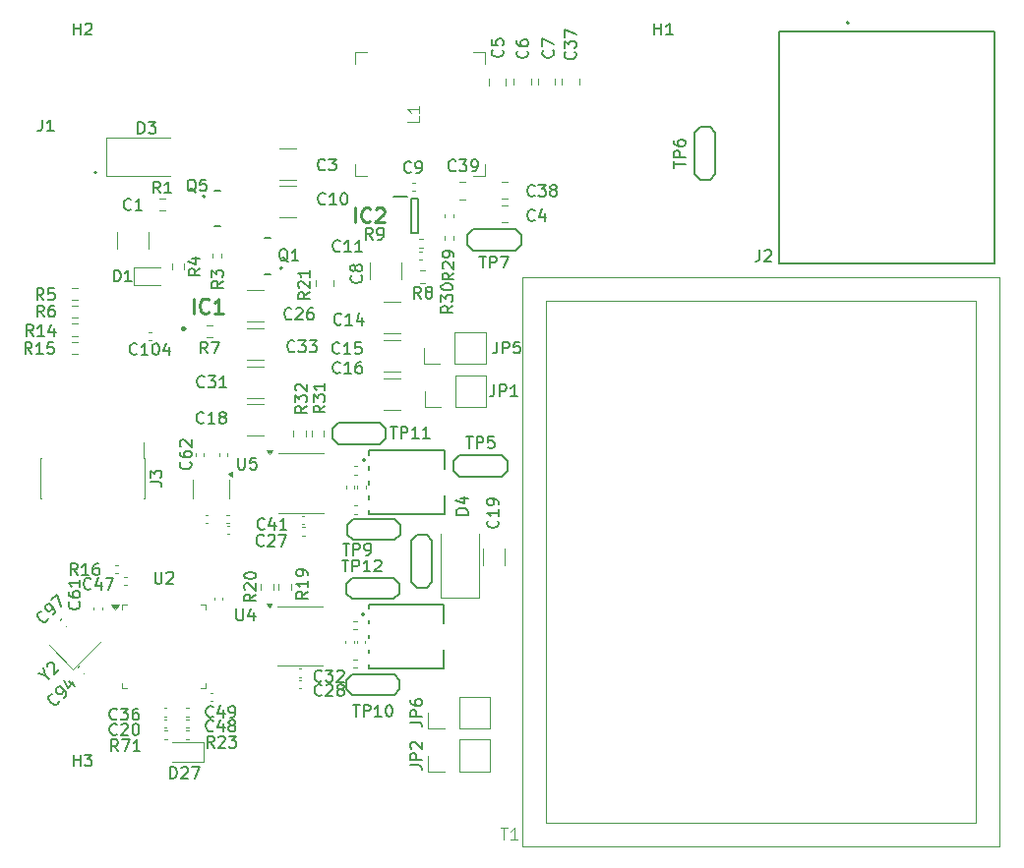
<source format=gbr>
G04 #@! TF.GenerationSoftware,KiCad,Pcbnew,9.0.1+1*
G04 #@! TF.CreationDate,2025-12-16T10:26:37+00:00*
G04 #@! TF.ProjectId,c64psu,63363470-7375-42e6-9b69-6361645f7063,rev?*
G04 #@! TF.SameCoordinates,Original*
G04 #@! TF.FileFunction,Legend,Top*
G04 #@! TF.FilePolarity,Positive*
%FSLAX46Y46*%
G04 Gerber Fmt 4.6, Leading zero omitted, Abs format (unit mm)*
G04 Created by KiCad (PCBNEW 9.0.1+1) date 2025-12-16 10:26:37*
%MOMM*%
%LPD*%
G01*
G04 APERTURE LIST*
%ADD10C,0.100000*%
%ADD11C,0.150000*%
%ADD12C,0.254000*%
%ADD13C,0.120000*%
%ADD14C,0.127000*%
%ADD15C,0.200000*%
%ADD16C,0.152400*%
%ADD17C,0.010000*%
%ADD18C,2.500000*%
%ADD19C,1.400000*%
%ADD20R,0.800000X0.200000*%
%ADD21R,1.750000X2.650000*%
%ADD22C,3.600000*%
%ADD23C,5.600000*%
%ADD24R,1.700000X1.700000*%
%ADD25C,1.700000*%
%ADD26R,1.200000X0.600000*%
%ADD27R,1.100000X0.600000*%
%ADD28R,1.100000X0.300000*%
%ADD29O,1.754000X1.254000*%
%ADD30O,2.154000X1.254000*%
%ADD31R,0.711200X0.406400*%
%ADD32R,3.987800X1.727200*%
%ADD33R,0.740000X2.400000*%
%ADD34C,2.400000*%
%ADD35C,2.154000*%
G04 APERTURE END LIST*
D10*
X176013095Y-107032419D02*
X176584523Y-107032419D01*
X176298809Y-108032419D02*
X176298809Y-107032419D01*
X177441666Y-108032419D02*
X176870238Y-108032419D01*
X177155952Y-108032419D02*
X177155952Y-107032419D01*
X177155952Y-107032419D02*
X177060714Y-107175276D01*
X177060714Y-107175276D02*
X176965476Y-107270514D01*
X176965476Y-107270514D02*
X176870238Y-107318133D01*
D11*
X155617942Y-82655580D02*
X155570323Y-82703200D01*
X155570323Y-82703200D02*
X155427466Y-82750819D01*
X155427466Y-82750819D02*
X155332228Y-82750819D01*
X155332228Y-82750819D02*
X155189371Y-82703200D01*
X155189371Y-82703200D02*
X155094133Y-82607961D01*
X155094133Y-82607961D02*
X155046514Y-82512723D01*
X155046514Y-82512723D02*
X154998895Y-82322247D01*
X154998895Y-82322247D02*
X154998895Y-82179390D01*
X154998895Y-82179390D02*
X155046514Y-81988914D01*
X155046514Y-81988914D02*
X155094133Y-81893676D01*
X155094133Y-81893676D02*
X155189371Y-81798438D01*
X155189371Y-81798438D02*
X155332228Y-81750819D01*
X155332228Y-81750819D02*
X155427466Y-81750819D01*
X155427466Y-81750819D02*
X155570323Y-81798438D01*
X155570323Y-81798438D02*
X155617942Y-81846057D01*
X155998895Y-81846057D02*
X156046514Y-81798438D01*
X156046514Y-81798438D02*
X156141752Y-81750819D01*
X156141752Y-81750819D02*
X156379847Y-81750819D01*
X156379847Y-81750819D02*
X156475085Y-81798438D01*
X156475085Y-81798438D02*
X156522704Y-81846057D01*
X156522704Y-81846057D02*
X156570323Y-81941295D01*
X156570323Y-81941295D02*
X156570323Y-82036533D01*
X156570323Y-82036533D02*
X156522704Y-82179390D01*
X156522704Y-82179390D02*
X155951276Y-82750819D01*
X155951276Y-82750819D02*
X156570323Y-82750819D01*
X156903657Y-81750819D02*
X157570323Y-81750819D01*
X157570323Y-81750819D02*
X157141752Y-82750819D01*
X160596342Y-95558780D02*
X160548723Y-95606400D01*
X160548723Y-95606400D02*
X160405866Y-95654019D01*
X160405866Y-95654019D02*
X160310628Y-95654019D01*
X160310628Y-95654019D02*
X160167771Y-95606400D01*
X160167771Y-95606400D02*
X160072533Y-95511161D01*
X160072533Y-95511161D02*
X160024914Y-95415923D01*
X160024914Y-95415923D02*
X159977295Y-95225447D01*
X159977295Y-95225447D02*
X159977295Y-95082590D01*
X159977295Y-95082590D02*
X160024914Y-94892114D01*
X160024914Y-94892114D02*
X160072533Y-94796876D01*
X160072533Y-94796876D02*
X160167771Y-94701638D01*
X160167771Y-94701638D02*
X160310628Y-94654019D01*
X160310628Y-94654019D02*
X160405866Y-94654019D01*
X160405866Y-94654019D02*
X160548723Y-94701638D01*
X160548723Y-94701638D02*
X160596342Y-94749257D01*
X160977295Y-94749257D02*
X161024914Y-94701638D01*
X161024914Y-94701638D02*
X161120152Y-94654019D01*
X161120152Y-94654019D02*
X161358247Y-94654019D01*
X161358247Y-94654019D02*
X161453485Y-94701638D01*
X161453485Y-94701638D02*
X161501104Y-94749257D01*
X161501104Y-94749257D02*
X161548723Y-94844495D01*
X161548723Y-94844495D02*
X161548723Y-94939733D01*
X161548723Y-94939733D02*
X161501104Y-95082590D01*
X161501104Y-95082590D02*
X160929676Y-95654019D01*
X160929676Y-95654019D02*
X161548723Y-95654019D01*
X162120152Y-95082590D02*
X162024914Y-95034971D01*
X162024914Y-95034971D02*
X161977295Y-94987352D01*
X161977295Y-94987352D02*
X161929676Y-94892114D01*
X161929676Y-94892114D02*
X161929676Y-94844495D01*
X161929676Y-94844495D02*
X161977295Y-94749257D01*
X161977295Y-94749257D02*
X162024914Y-94701638D01*
X162024914Y-94701638D02*
X162120152Y-94654019D01*
X162120152Y-94654019D02*
X162310628Y-94654019D01*
X162310628Y-94654019D02*
X162405866Y-94701638D01*
X162405866Y-94701638D02*
X162453485Y-94749257D01*
X162453485Y-94749257D02*
X162501104Y-94844495D01*
X162501104Y-94844495D02*
X162501104Y-94892114D01*
X162501104Y-94892114D02*
X162453485Y-94987352D01*
X162453485Y-94987352D02*
X162405866Y-95034971D01*
X162405866Y-95034971D02*
X162310628Y-95082590D01*
X162310628Y-95082590D02*
X162120152Y-95082590D01*
X162120152Y-95082590D02*
X162024914Y-95130209D01*
X162024914Y-95130209D02*
X161977295Y-95177828D01*
X161977295Y-95177828D02*
X161929676Y-95273066D01*
X161929676Y-95273066D02*
X161929676Y-95463542D01*
X161929676Y-95463542D02*
X161977295Y-95558780D01*
X161977295Y-95558780D02*
X162024914Y-95606400D01*
X162024914Y-95606400D02*
X162120152Y-95654019D01*
X162120152Y-95654019D02*
X162310628Y-95654019D01*
X162310628Y-95654019D02*
X162405866Y-95606400D01*
X162405866Y-95606400D02*
X162453485Y-95558780D01*
X162453485Y-95558780D02*
X162501104Y-95463542D01*
X162501104Y-95463542D02*
X162501104Y-95273066D01*
X162501104Y-95273066D02*
X162453485Y-95177828D01*
X162453485Y-95177828D02*
X162405866Y-95130209D01*
X162405866Y-95130209D02*
X162310628Y-95082590D01*
X178927833Y-54655830D02*
X178880214Y-54703450D01*
X178880214Y-54703450D02*
X178737357Y-54751069D01*
X178737357Y-54751069D02*
X178642119Y-54751069D01*
X178642119Y-54751069D02*
X178499262Y-54703450D01*
X178499262Y-54703450D02*
X178404024Y-54608211D01*
X178404024Y-54608211D02*
X178356405Y-54512973D01*
X178356405Y-54512973D02*
X178308786Y-54322497D01*
X178308786Y-54322497D02*
X178308786Y-54179640D01*
X178308786Y-54179640D02*
X178356405Y-53989164D01*
X178356405Y-53989164D02*
X178404024Y-53893926D01*
X178404024Y-53893926D02*
X178499262Y-53798688D01*
X178499262Y-53798688D02*
X178642119Y-53751069D01*
X178642119Y-53751069D02*
X178737357Y-53751069D01*
X178737357Y-53751069D02*
X178880214Y-53798688D01*
X178880214Y-53798688D02*
X178927833Y-53846307D01*
X179784976Y-54084402D02*
X179784976Y-54751069D01*
X179546881Y-53703450D02*
X179308786Y-54417735D01*
X179308786Y-54417735D02*
X179927833Y-54417735D01*
X153416095Y-75146819D02*
X153416095Y-75956342D01*
X153416095Y-75956342D02*
X153463714Y-76051580D01*
X153463714Y-76051580D02*
X153511333Y-76099200D01*
X153511333Y-76099200D02*
X153606571Y-76146819D01*
X153606571Y-76146819D02*
X153797047Y-76146819D01*
X153797047Y-76146819D02*
X153892285Y-76099200D01*
X153892285Y-76099200D02*
X153939904Y-76051580D01*
X153939904Y-76051580D02*
X153987523Y-75956342D01*
X153987523Y-75956342D02*
X153987523Y-75146819D01*
X154939904Y-75146819D02*
X154463714Y-75146819D01*
X154463714Y-75146819D02*
X154416095Y-75623009D01*
X154416095Y-75623009D02*
X154463714Y-75575390D01*
X154463714Y-75575390D02*
X154558952Y-75527771D01*
X154558952Y-75527771D02*
X154797047Y-75527771D01*
X154797047Y-75527771D02*
X154892285Y-75575390D01*
X154892285Y-75575390D02*
X154939904Y-75623009D01*
X154939904Y-75623009D02*
X154987523Y-75718247D01*
X154987523Y-75718247D02*
X154987523Y-75956342D01*
X154987523Y-75956342D02*
X154939904Y-76051580D01*
X154939904Y-76051580D02*
X154892285Y-76099200D01*
X154892285Y-76099200D02*
X154797047Y-76146819D01*
X154797047Y-76146819D02*
X154558952Y-76146819D01*
X154558952Y-76146819D02*
X154463714Y-76099200D01*
X154463714Y-76099200D02*
X154416095Y-76051580D01*
X182385830Y-40180157D02*
X182433450Y-40227776D01*
X182433450Y-40227776D02*
X182481069Y-40370633D01*
X182481069Y-40370633D02*
X182481069Y-40465871D01*
X182481069Y-40465871D02*
X182433450Y-40608728D01*
X182433450Y-40608728D02*
X182338211Y-40703966D01*
X182338211Y-40703966D02*
X182242973Y-40751585D01*
X182242973Y-40751585D02*
X182052497Y-40799204D01*
X182052497Y-40799204D02*
X181909640Y-40799204D01*
X181909640Y-40799204D02*
X181719164Y-40751585D01*
X181719164Y-40751585D02*
X181623926Y-40703966D01*
X181623926Y-40703966D02*
X181528688Y-40608728D01*
X181528688Y-40608728D02*
X181481069Y-40465871D01*
X181481069Y-40465871D02*
X181481069Y-40370633D01*
X181481069Y-40370633D02*
X181528688Y-40227776D01*
X181528688Y-40227776D02*
X181576307Y-40180157D01*
X181481069Y-39846823D02*
X181481069Y-39227776D01*
X181481069Y-39227776D02*
X181862021Y-39561109D01*
X181862021Y-39561109D02*
X181862021Y-39418252D01*
X181862021Y-39418252D02*
X181909640Y-39323014D01*
X181909640Y-39323014D02*
X181957259Y-39275395D01*
X181957259Y-39275395D02*
X182052497Y-39227776D01*
X182052497Y-39227776D02*
X182290592Y-39227776D01*
X182290592Y-39227776D02*
X182385830Y-39275395D01*
X182385830Y-39275395D02*
X182433450Y-39323014D01*
X182433450Y-39323014D02*
X182481069Y-39418252D01*
X182481069Y-39418252D02*
X182481069Y-39703966D01*
X182481069Y-39703966D02*
X182433450Y-39799204D01*
X182433450Y-39799204D02*
X182385830Y-39846823D01*
X181481069Y-38894442D02*
X181481069Y-38227776D01*
X181481069Y-38227776D02*
X182481069Y-38656347D01*
X163311105Y-96432019D02*
X163882533Y-96432019D01*
X163596819Y-97432019D02*
X163596819Y-96432019D01*
X164215867Y-97432019D02*
X164215867Y-96432019D01*
X164215867Y-96432019D02*
X164596819Y-96432019D01*
X164596819Y-96432019D02*
X164692057Y-96479638D01*
X164692057Y-96479638D02*
X164739676Y-96527257D01*
X164739676Y-96527257D02*
X164787295Y-96622495D01*
X164787295Y-96622495D02*
X164787295Y-96765352D01*
X164787295Y-96765352D02*
X164739676Y-96860590D01*
X164739676Y-96860590D02*
X164692057Y-96908209D01*
X164692057Y-96908209D02*
X164596819Y-96955828D01*
X164596819Y-96955828D02*
X164215867Y-96955828D01*
X165739676Y-97432019D02*
X165168248Y-97432019D01*
X165453962Y-97432019D02*
X165453962Y-96432019D01*
X165453962Y-96432019D02*
X165358724Y-96574876D01*
X165358724Y-96574876D02*
X165263486Y-96670114D01*
X165263486Y-96670114D02*
X165168248Y-96717733D01*
X166358724Y-96432019D02*
X166453962Y-96432019D01*
X166453962Y-96432019D02*
X166549200Y-96479638D01*
X166549200Y-96479638D02*
X166596819Y-96527257D01*
X166596819Y-96527257D02*
X166644438Y-96622495D01*
X166644438Y-96622495D02*
X166692057Y-96812971D01*
X166692057Y-96812971D02*
X166692057Y-97051066D01*
X166692057Y-97051066D02*
X166644438Y-97241542D01*
X166644438Y-97241542D02*
X166596819Y-97336780D01*
X166596819Y-97336780D02*
X166549200Y-97384400D01*
X166549200Y-97384400D02*
X166453962Y-97432019D01*
X166453962Y-97432019D02*
X166358724Y-97432019D01*
X166358724Y-97432019D02*
X166263486Y-97384400D01*
X166263486Y-97384400D02*
X166215867Y-97336780D01*
X166215867Y-97336780D02*
X166168248Y-97241542D01*
X166168248Y-97241542D02*
X166120629Y-97051066D01*
X166120629Y-97051066D02*
X166120629Y-96812971D01*
X166120629Y-96812971D02*
X166168248Y-96622495D01*
X166168248Y-96622495D02*
X166215867Y-96527257D01*
X166215867Y-96527257D02*
X166263486Y-96479638D01*
X166263486Y-96479638D02*
X166358724Y-96432019D01*
X158005542Y-63148380D02*
X157957923Y-63196000D01*
X157957923Y-63196000D02*
X157815066Y-63243619D01*
X157815066Y-63243619D02*
X157719828Y-63243619D01*
X157719828Y-63243619D02*
X157576971Y-63196000D01*
X157576971Y-63196000D02*
X157481733Y-63100761D01*
X157481733Y-63100761D02*
X157434114Y-63005523D01*
X157434114Y-63005523D02*
X157386495Y-62815047D01*
X157386495Y-62815047D02*
X157386495Y-62672190D01*
X157386495Y-62672190D02*
X157434114Y-62481714D01*
X157434114Y-62481714D02*
X157481733Y-62386476D01*
X157481733Y-62386476D02*
X157576971Y-62291238D01*
X157576971Y-62291238D02*
X157719828Y-62243619D01*
X157719828Y-62243619D02*
X157815066Y-62243619D01*
X157815066Y-62243619D02*
X157957923Y-62291238D01*
X157957923Y-62291238D02*
X158005542Y-62338857D01*
X158386495Y-62338857D02*
X158434114Y-62291238D01*
X158434114Y-62291238D02*
X158529352Y-62243619D01*
X158529352Y-62243619D02*
X158767447Y-62243619D01*
X158767447Y-62243619D02*
X158862685Y-62291238D01*
X158862685Y-62291238D02*
X158910304Y-62338857D01*
X158910304Y-62338857D02*
X158957923Y-62434095D01*
X158957923Y-62434095D02*
X158957923Y-62529333D01*
X158957923Y-62529333D02*
X158910304Y-62672190D01*
X158910304Y-62672190D02*
X158338876Y-63243619D01*
X158338876Y-63243619D02*
X158957923Y-63243619D01*
X159815066Y-62243619D02*
X159624590Y-62243619D01*
X159624590Y-62243619D02*
X159529352Y-62291238D01*
X159529352Y-62291238D02*
X159481733Y-62338857D01*
X159481733Y-62338857D02*
X159386495Y-62481714D01*
X159386495Y-62481714D02*
X159338876Y-62672190D01*
X159338876Y-62672190D02*
X159338876Y-63053142D01*
X159338876Y-63053142D02*
X159386495Y-63148380D01*
X159386495Y-63148380D02*
X159434114Y-63196000D01*
X159434114Y-63196000D02*
X159529352Y-63243619D01*
X159529352Y-63243619D02*
X159719828Y-63243619D01*
X159719828Y-63243619D02*
X159815066Y-63196000D01*
X159815066Y-63196000D02*
X159862685Y-63148380D01*
X159862685Y-63148380D02*
X159910304Y-63053142D01*
X159910304Y-63053142D02*
X159910304Y-62815047D01*
X159910304Y-62815047D02*
X159862685Y-62719809D01*
X159862685Y-62719809D02*
X159815066Y-62672190D01*
X159815066Y-62672190D02*
X159719828Y-62624571D01*
X159719828Y-62624571D02*
X159529352Y-62624571D01*
X159529352Y-62624571D02*
X159434114Y-62672190D01*
X159434114Y-62672190D02*
X159386495Y-62719809D01*
X159386495Y-62719809D02*
X159338876Y-62815047D01*
X162415695Y-82512819D02*
X162987123Y-82512819D01*
X162701409Y-83512819D02*
X162701409Y-82512819D01*
X163320457Y-83512819D02*
X163320457Y-82512819D01*
X163320457Y-82512819D02*
X163701409Y-82512819D01*
X163701409Y-82512819D02*
X163796647Y-82560438D01*
X163796647Y-82560438D02*
X163844266Y-82608057D01*
X163844266Y-82608057D02*
X163891885Y-82703295D01*
X163891885Y-82703295D02*
X163891885Y-82846152D01*
X163891885Y-82846152D02*
X163844266Y-82941390D01*
X163844266Y-82941390D02*
X163796647Y-82989009D01*
X163796647Y-82989009D02*
X163701409Y-83036628D01*
X163701409Y-83036628D02*
X163320457Y-83036628D01*
X164368076Y-83512819D02*
X164558552Y-83512819D01*
X164558552Y-83512819D02*
X164653790Y-83465200D01*
X164653790Y-83465200D02*
X164701409Y-83417580D01*
X164701409Y-83417580D02*
X164796647Y-83274723D01*
X164796647Y-83274723D02*
X164844266Y-83084247D01*
X164844266Y-83084247D02*
X164844266Y-82703295D01*
X164844266Y-82703295D02*
X164796647Y-82608057D01*
X164796647Y-82608057D02*
X164749028Y-82560438D01*
X164749028Y-82560438D02*
X164653790Y-82512819D01*
X164653790Y-82512819D02*
X164463314Y-82512819D01*
X164463314Y-82512819D02*
X164368076Y-82560438D01*
X164368076Y-82560438D02*
X164320457Y-82608057D01*
X164320457Y-82608057D02*
X164272838Y-82703295D01*
X164272838Y-82703295D02*
X164272838Y-82941390D01*
X164272838Y-82941390D02*
X164320457Y-83036628D01*
X164320457Y-83036628D02*
X164368076Y-83084247D01*
X164368076Y-83084247D02*
X164463314Y-83131866D01*
X164463314Y-83131866D02*
X164653790Y-83131866D01*
X164653790Y-83131866D02*
X164749028Y-83084247D01*
X164749028Y-83084247D02*
X164796647Y-83036628D01*
X164796647Y-83036628D02*
X164844266Y-82941390D01*
X142711905Y-59954819D02*
X142711905Y-58954819D01*
X142711905Y-58954819D02*
X142950000Y-58954819D01*
X142950000Y-58954819D02*
X143092857Y-59002438D01*
X143092857Y-59002438D02*
X143188095Y-59097676D01*
X143188095Y-59097676D02*
X143235714Y-59192914D01*
X143235714Y-59192914D02*
X143283333Y-59383390D01*
X143283333Y-59383390D02*
X143283333Y-59526247D01*
X143283333Y-59526247D02*
X143235714Y-59716723D01*
X143235714Y-59716723D02*
X143188095Y-59811961D01*
X143188095Y-59811961D02*
X143092857Y-59907200D01*
X143092857Y-59907200D02*
X142950000Y-59954819D01*
X142950000Y-59954819D02*
X142711905Y-59954819D01*
X144235714Y-59954819D02*
X143664286Y-59954819D01*
X143950000Y-59954819D02*
X143950000Y-58954819D01*
X143950000Y-58954819D02*
X143854762Y-59097676D01*
X143854762Y-59097676D02*
X143759524Y-59192914D01*
X143759524Y-59192914D02*
X143664286Y-59240533D01*
D12*
X149550237Y-62694318D02*
X149550237Y-61424318D01*
X150880714Y-62573365D02*
X150820238Y-62633842D01*
X150820238Y-62633842D02*
X150638809Y-62694318D01*
X150638809Y-62694318D02*
X150517857Y-62694318D01*
X150517857Y-62694318D02*
X150336428Y-62633842D01*
X150336428Y-62633842D02*
X150215476Y-62512889D01*
X150215476Y-62512889D02*
X150154999Y-62391937D01*
X150154999Y-62391937D02*
X150094523Y-62150032D01*
X150094523Y-62150032D02*
X150094523Y-61968603D01*
X150094523Y-61968603D02*
X150154999Y-61726699D01*
X150154999Y-61726699D02*
X150215476Y-61605746D01*
X150215476Y-61605746D02*
X150336428Y-61484794D01*
X150336428Y-61484794D02*
X150517857Y-61424318D01*
X150517857Y-61424318D02*
X150638809Y-61424318D01*
X150638809Y-61424318D02*
X150820238Y-61484794D01*
X150820238Y-61484794D02*
X150880714Y-61545270D01*
X152090238Y-62694318D02*
X151364523Y-62694318D01*
X151727380Y-62694318D02*
X151727380Y-61424318D01*
X151727380Y-61424318D02*
X151606428Y-61605746D01*
X151606428Y-61605746D02*
X151485476Y-61726699D01*
X151485476Y-61726699D02*
X151364523Y-61787175D01*
D11*
X159306419Y-70696057D02*
X158830228Y-71029390D01*
X159306419Y-71267485D02*
X158306419Y-71267485D01*
X158306419Y-71267485D02*
X158306419Y-70886533D01*
X158306419Y-70886533D02*
X158354038Y-70791295D01*
X158354038Y-70791295D02*
X158401657Y-70743676D01*
X158401657Y-70743676D02*
X158496895Y-70696057D01*
X158496895Y-70696057D02*
X158639752Y-70696057D01*
X158639752Y-70696057D02*
X158734990Y-70743676D01*
X158734990Y-70743676D02*
X158782609Y-70791295D01*
X158782609Y-70791295D02*
X158830228Y-70886533D01*
X158830228Y-70886533D02*
X158830228Y-71267485D01*
X158306419Y-70362723D02*
X158306419Y-69743676D01*
X158306419Y-69743676D02*
X158687371Y-70077009D01*
X158687371Y-70077009D02*
X158687371Y-69934152D01*
X158687371Y-69934152D02*
X158734990Y-69838914D01*
X158734990Y-69838914D02*
X158782609Y-69791295D01*
X158782609Y-69791295D02*
X158877847Y-69743676D01*
X158877847Y-69743676D02*
X159115942Y-69743676D01*
X159115942Y-69743676D02*
X159211180Y-69791295D01*
X159211180Y-69791295D02*
X159258800Y-69838914D01*
X159258800Y-69838914D02*
X159306419Y-69934152D01*
X159306419Y-69934152D02*
X159306419Y-70219866D01*
X159306419Y-70219866D02*
X159258800Y-70315104D01*
X159258800Y-70315104D02*
X159211180Y-70362723D01*
X158401657Y-69362723D02*
X158354038Y-69315104D01*
X158354038Y-69315104D02*
X158306419Y-69219866D01*
X158306419Y-69219866D02*
X158306419Y-68981771D01*
X158306419Y-68981771D02*
X158354038Y-68886533D01*
X158354038Y-68886533D02*
X158401657Y-68838914D01*
X158401657Y-68838914D02*
X158496895Y-68791295D01*
X158496895Y-68791295D02*
X158592133Y-68791295D01*
X158592133Y-68791295D02*
X158734990Y-68838914D01*
X158734990Y-68838914D02*
X159306419Y-69410342D01*
X159306419Y-69410342D02*
X159306419Y-68791295D01*
X189238095Y-38704819D02*
X189238095Y-37704819D01*
X189238095Y-38181009D02*
X189809523Y-38181009D01*
X189809523Y-38704819D02*
X189809523Y-37704819D01*
X190809523Y-38704819D02*
X190238095Y-38704819D01*
X190523809Y-38704819D02*
X190523809Y-37704819D01*
X190523809Y-37704819D02*
X190428571Y-37847676D01*
X190428571Y-37847676D02*
X190333333Y-37942914D01*
X190333333Y-37942914D02*
X190238095Y-37990533D01*
X160881219Y-70645257D02*
X160405028Y-70978590D01*
X160881219Y-71216685D02*
X159881219Y-71216685D01*
X159881219Y-71216685D02*
X159881219Y-70835733D01*
X159881219Y-70835733D02*
X159928838Y-70740495D01*
X159928838Y-70740495D02*
X159976457Y-70692876D01*
X159976457Y-70692876D02*
X160071695Y-70645257D01*
X160071695Y-70645257D02*
X160214552Y-70645257D01*
X160214552Y-70645257D02*
X160309790Y-70692876D01*
X160309790Y-70692876D02*
X160357409Y-70740495D01*
X160357409Y-70740495D02*
X160405028Y-70835733D01*
X160405028Y-70835733D02*
X160405028Y-71216685D01*
X159881219Y-70311923D02*
X159881219Y-69692876D01*
X159881219Y-69692876D02*
X160262171Y-70026209D01*
X160262171Y-70026209D02*
X160262171Y-69883352D01*
X160262171Y-69883352D02*
X160309790Y-69788114D01*
X160309790Y-69788114D02*
X160357409Y-69740495D01*
X160357409Y-69740495D02*
X160452647Y-69692876D01*
X160452647Y-69692876D02*
X160690742Y-69692876D01*
X160690742Y-69692876D02*
X160785980Y-69740495D01*
X160785980Y-69740495D02*
X160833600Y-69788114D01*
X160833600Y-69788114D02*
X160881219Y-69883352D01*
X160881219Y-69883352D02*
X160881219Y-70169066D01*
X160881219Y-70169066D02*
X160833600Y-70264304D01*
X160833600Y-70264304D02*
X160785980Y-70311923D01*
X160881219Y-68740495D02*
X160881219Y-69311923D01*
X160881219Y-69026209D02*
X159881219Y-69026209D01*
X159881219Y-69026209D02*
X160024076Y-69121447D01*
X160024076Y-69121447D02*
X160119314Y-69216685D01*
X160119314Y-69216685D02*
X160166933Y-69311923D01*
X136658333Y-61554819D02*
X136325000Y-61078628D01*
X136086905Y-61554819D02*
X136086905Y-60554819D01*
X136086905Y-60554819D02*
X136467857Y-60554819D01*
X136467857Y-60554819D02*
X136563095Y-60602438D01*
X136563095Y-60602438D02*
X136610714Y-60650057D01*
X136610714Y-60650057D02*
X136658333Y-60745295D01*
X136658333Y-60745295D02*
X136658333Y-60888152D01*
X136658333Y-60888152D02*
X136610714Y-60983390D01*
X136610714Y-60983390D02*
X136563095Y-61031009D01*
X136563095Y-61031009D02*
X136467857Y-61078628D01*
X136467857Y-61078628D02*
X136086905Y-61078628D01*
X137563095Y-60554819D02*
X137086905Y-60554819D01*
X137086905Y-60554819D02*
X137039286Y-61031009D01*
X137039286Y-61031009D02*
X137086905Y-60983390D01*
X137086905Y-60983390D02*
X137182143Y-60935771D01*
X137182143Y-60935771D02*
X137420238Y-60935771D01*
X137420238Y-60935771D02*
X137515476Y-60983390D01*
X137515476Y-60983390D02*
X137563095Y-61031009D01*
X137563095Y-61031009D02*
X137610714Y-61126247D01*
X137610714Y-61126247D02*
X137610714Y-61364342D01*
X137610714Y-61364342D02*
X137563095Y-61459580D01*
X137563095Y-61459580D02*
X137515476Y-61507200D01*
X137515476Y-61507200D02*
X137420238Y-61554819D01*
X137420238Y-61554819D02*
X137182143Y-61554819D01*
X137182143Y-61554819D02*
X137086905Y-61507200D01*
X137086905Y-61507200D02*
X137039286Y-61459580D01*
X176135830Y-40003966D02*
X176183450Y-40051585D01*
X176183450Y-40051585D02*
X176231069Y-40194442D01*
X176231069Y-40194442D02*
X176231069Y-40289680D01*
X176231069Y-40289680D02*
X176183450Y-40432537D01*
X176183450Y-40432537D02*
X176088211Y-40527775D01*
X176088211Y-40527775D02*
X175992973Y-40575394D01*
X175992973Y-40575394D02*
X175802497Y-40623013D01*
X175802497Y-40623013D02*
X175659640Y-40623013D01*
X175659640Y-40623013D02*
X175469164Y-40575394D01*
X175469164Y-40575394D02*
X175373926Y-40527775D01*
X175373926Y-40527775D02*
X175278688Y-40432537D01*
X175278688Y-40432537D02*
X175231069Y-40289680D01*
X175231069Y-40289680D02*
X175231069Y-40194442D01*
X175231069Y-40194442D02*
X175278688Y-40051585D01*
X175278688Y-40051585D02*
X175326307Y-40003966D01*
X175231069Y-39099204D02*
X175231069Y-39575394D01*
X175231069Y-39575394D02*
X175707259Y-39623013D01*
X175707259Y-39623013D02*
X175659640Y-39575394D01*
X175659640Y-39575394D02*
X175612021Y-39480156D01*
X175612021Y-39480156D02*
X175612021Y-39242061D01*
X175612021Y-39242061D02*
X175659640Y-39146823D01*
X175659640Y-39146823D02*
X175707259Y-39099204D01*
X175707259Y-39099204D02*
X175802497Y-39051585D01*
X175802497Y-39051585D02*
X176040592Y-39051585D01*
X176040592Y-39051585D02*
X176135830Y-39099204D01*
X176135830Y-39099204D02*
X176183450Y-39146823D01*
X176183450Y-39146823D02*
X176231069Y-39242061D01*
X176231069Y-39242061D02*
X176231069Y-39480156D01*
X176231069Y-39480156D02*
X176183450Y-39575394D01*
X176183450Y-39575394D02*
X176135830Y-39623013D01*
X155668742Y-81233180D02*
X155621123Y-81280800D01*
X155621123Y-81280800D02*
X155478266Y-81328419D01*
X155478266Y-81328419D02*
X155383028Y-81328419D01*
X155383028Y-81328419D02*
X155240171Y-81280800D01*
X155240171Y-81280800D02*
X155144933Y-81185561D01*
X155144933Y-81185561D02*
X155097314Y-81090323D01*
X155097314Y-81090323D02*
X155049695Y-80899847D01*
X155049695Y-80899847D02*
X155049695Y-80756990D01*
X155049695Y-80756990D02*
X155097314Y-80566514D01*
X155097314Y-80566514D02*
X155144933Y-80471276D01*
X155144933Y-80471276D02*
X155240171Y-80376038D01*
X155240171Y-80376038D02*
X155383028Y-80328419D01*
X155383028Y-80328419D02*
X155478266Y-80328419D01*
X155478266Y-80328419D02*
X155621123Y-80376038D01*
X155621123Y-80376038D02*
X155668742Y-80423657D01*
X156525885Y-80661752D02*
X156525885Y-81328419D01*
X156287790Y-80280800D02*
X156049695Y-80995085D01*
X156049695Y-80995085D02*
X156668742Y-80995085D01*
X157573504Y-81328419D02*
X157002076Y-81328419D01*
X157287790Y-81328419D02*
X157287790Y-80328419D01*
X157287790Y-80328419D02*
X157192552Y-80471276D01*
X157192552Y-80471276D02*
X157097314Y-80566514D01*
X157097314Y-80566514D02*
X157002076Y-80614133D01*
X152129819Y-59916666D02*
X151653628Y-60249999D01*
X152129819Y-60488094D02*
X151129819Y-60488094D01*
X151129819Y-60488094D02*
X151129819Y-60107142D01*
X151129819Y-60107142D02*
X151177438Y-60011904D01*
X151177438Y-60011904D02*
X151225057Y-59964285D01*
X151225057Y-59964285D02*
X151320295Y-59916666D01*
X151320295Y-59916666D02*
X151463152Y-59916666D01*
X151463152Y-59916666D02*
X151558390Y-59964285D01*
X151558390Y-59964285D02*
X151606009Y-60011904D01*
X151606009Y-60011904D02*
X151653628Y-60107142D01*
X151653628Y-60107142D02*
X151653628Y-60488094D01*
X151129819Y-59583332D02*
X151129819Y-58964285D01*
X151129819Y-58964285D02*
X151510771Y-59297618D01*
X151510771Y-59297618D02*
X151510771Y-59154761D01*
X151510771Y-59154761D02*
X151558390Y-59059523D01*
X151558390Y-59059523D02*
X151606009Y-59011904D01*
X151606009Y-59011904D02*
X151701247Y-58964285D01*
X151701247Y-58964285D02*
X151939342Y-58964285D01*
X151939342Y-58964285D02*
X152034580Y-59011904D01*
X152034580Y-59011904D02*
X152082200Y-59059523D01*
X152082200Y-59059523D02*
X152129819Y-59154761D01*
X152129819Y-59154761D02*
X152129819Y-59440475D01*
X152129819Y-59440475D02*
X152082200Y-59535713D01*
X152082200Y-59535713D02*
X152034580Y-59583332D01*
X159408019Y-86663999D02*
X158931828Y-86997332D01*
X159408019Y-87235427D02*
X158408019Y-87235427D01*
X158408019Y-87235427D02*
X158408019Y-86854475D01*
X158408019Y-86854475D02*
X158455638Y-86759237D01*
X158455638Y-86759237D02*
X158503257Y-86711618D01*
X158503257Y-86711618D02*
X158598495Y-86663999D01*
X158598495Y-86663999D02*
X158741352Y-86663999D01*
X158741352Y-86663999D02*
X158836590Y-86711618D01*
X158836590Y-86711618D02*
X158884209Y-86759237D01*
X158884209Y-86759237D02*
X158931828Y-86854475D01*
X158931828Y-86854475D02*
X158931828Y-87235427D01*
X159408019Y-85711618D02*
X159408019Y-86283046D01*
X159408019Y-85997332D02*
X158408019Y-85997332D01*
X158408019Y-85997332D02*
X158550876Y-86092570D01*
X158550876Y-86092570D02*
X158646114Y-86187808D01*
X158646114Y-86187808D02*
X158693733Y-86283046D01*
X159408019Y-85235427D02*
X159408019Y-85044951D01*
X159408019Y-85044951D02*
X159360400Y-84949713D01*
X159360400Y-84949713D02*
X159312780Y-84902094D01*
X159312780Y-84902094D02*
X159169923Y-84806856D01*
X159169923Y-84806856D02*
X158979447Y-84759237D01*
X158979447Y-84759237D02*
X158598495Y-84759237D01*
X158598495Y-84759237D02*
X158503257Y-84806856D01*
X158503257Y-84806856D02*
X158455638Y-84854475D01*
X158455638Y-84854475D02*
X158408019Y-84949713D01*
X158408019Y-84949713D02*
X158408019Y-85140189D01*
X158408019Y-85140189D02*
X158455638Y-85235427D01*
X158455638Y-85235427D02*
X158503257Y-85283046D01*
X158503257Y-85283046D02*
X158598495Y-85330665D01*
X158598495Y-85330665D02*
X158836590Y-85330665D01*
X158836590Y-85330665D02*
X158931828Y-85283046D01*
X158931828Y-85283046D02*
X158979447Y-85235427D01*
X158979447Y-85235427D02*
X159027066Y-85140189D01*
X159027066Y-85140189D02*
X159027066Y-84949713D01*
X159027066Y-84949713D02*
X158979447Y-84854475D01*
X158979447Y-84854475D02*
X158931828Y-84806856D01*
X158931828Y-84806856D02*
X158836590Y-84759237D01*
X162272742Y-63605580D02*
X162225123Y-63653200D01*
X162225123Y-63653200D02*
X162082266Y-63700819D01*
X162082266Y-63700819D02*
X161987028Y-63700819D01*
X161987028Y-63700819D02*
X161844171Y-63653200D01*
X161844171Y-63653200D02*
X161748933Y-63557961D01*
X161748933Y-63557961D02*
X161701314Y-63462723D01*
X161701314Y-63462723D02*
X161653695Y-63272247D01*
X161653695Y-63272247D02*
X161653695Y-63129390D01*
X161653695Y-63129390D02*
X161701314Y-62938914D01*
X161701314Y-62938914D02*
X161748933Y-62843676D01*
X161748933Y-62843676D02*
X161844171Y-62748438D01*
X161844171Y-62748438D02*
X161987028Y-62700819D01*
X161987028Y-62700819D02*
X162082266Y-62700819D01*
X162082266Y-62700819D02*
X162225123Y-62748438D01*
X162225123Y-62748438D02*
X162272742Y-62796057D01*
X163225123Y-63700819D02*
X162653695Y-63700819D01*
X162939409Y-63700819D02*
X162939409Y-62700819D01*
X162939409Y-62700819D02*
X162844171Y-62843676D01*
X162844171Y-62843676D02*
X162748933Y-62938914D01*
X162748933Y-62938914D02*
X162653695Y-62986533D01*
X164082266Y-63034152D02*
X164082266Y-63700819D01*
X163844171Y-62653200D02*
X163606076Y-63367485D01*
X163606076Y-63367485D02*
X164225123Y-63367485D01*
X151257142Y-98634580D02*
X151209523Y-98682200D01*
X151209523Y-98682200D02*
X151066666Y-98729819D01*
X151066666Y-98729819D02*
X150971428Y-98729819D01*
X150971428Y-98729819D02*
X150828571Y-98682200D01*
X150828571Y-98682200D02*
X150733333Y-98586961D01*
X150733333Y-98586961D02*
X150685714Y-98491723D01*
X150685714Y-98491723D02*
X150638095Y-98301247D01*
X150638095Y-98301247D02*
X150638095Y-98158390D01*
X150638095Y-98158390D02*
X150685714Y-97967914D01*
X150685714Y-97967914D02*
X150733333Y-97872676D01*
X150733333Y-97872676D02*
X150828571Y-97777438D01*
X150828571Y-97777438D02*
X150971428Y-97729819D01*
X150971428Y-97729819D02*
X151066666Y-97729819D01*
X151066666Y-97729819D02*
X151209523Y-97777438D01*
X151209523Y-97777438D02*
X151257142Y-97825057D01*
X152114285Y-98063152D02*
X152114285Y-98729819D01*
X151876190Y-97682200D02*
X151638095Y-98396485D01*
X151638095Y-98396485D02*
X152257142Y-98396485D01*
X152780952Y-98158390D02*
X152685714Y-98110771D01*
X152685714Y-98110771D02*
X152638095Y-98063152D01*
X152638095Y-98063152D02*
X152590476Y-97967914D01*
X152590476Y-97967914D02*
X152590476Y-97920295D01*
X152590476Y-97920295D02*
X152638095Y-97825057D01*
X152638095Y-97825057D02*
X152685714Y-97777438D01*
X152685714Y-97777438D02*
X152780952Y-97729819D01*
X152780952Y-97729819D02*
X152971428Y-97729819D01*
X152971428Y-97729819D02*
X153066666Y-97777438D01*
X153066666Y-97777438D02*
X153114285Y-97825057D01*
X153114285Y-97825057D02*
X153161904Y-97920295D01*
X153161904Y-97920295D02*
X153161904Y-97967914D01*
X153161904Y-97967914D02*
X153114285Y-98063152D01*
X153114285Y-98063152D02*
X153066666Y-98110771D01*
X153066666Y-98110771D02*
X152971428Y-98158390D01*
X152971428Y-98158390D02*
X152780952Y-98158390D01*
X152780952Y-98158390D02*
X152685714Y-98206009D01*
X152685714Y-98206009D02*
X152638095Y-98253628D01*
X152638095Y-98253628D02*
X152590476Y-98348866D01*
X152590476Y-98348866D02*
X152590476Y-98539342D01*
X152590476Y-98539342D02*
X152638095Y-98634580D01*
X152638095Y-98634580D02*
X152685714Y-98682200D01*
X152685714Y-98682200D02*
X152780952Y-98729819D01*
X152780952Y-98729819D02*
X152971428Y-98729819D01*
X152971428Y-98729819D02*
X153066666Y-98682200D01*
X153066666Y-98682200D02*
X153114285Y-98634580D01*
X153114285Y-98634580D02*
X153161904Y-98539342D01*
X153161904Y-98539342D02*
X153161904Y-98348866D01*
X153161904Y-98348866D02*
X153114285Y-98253628D01*
X153114285Y-98253628D02*
X153066666Y-98206009D01*
X153066666Y-98206009D02*
X152971428Y-98158390D01*
X171979819Y-59217857D02*
X171503628Y-59551190D01*
X171979819Y-59789285D02*
X170979819Y-59789285D01*
X170979819Y-59789285D02*
X170979819Y-59408333D01*
X170979819Y-59408333D02*
X171027438Y-59313095D01*
X171027438Y-59313095D02*
X171075057Y-59265476D01*
X171075057Y-59265476D02*
X171170295Y-59217857D01*
X171170295Y-59217857D02*
X171313152Y-59217857D01*
X171313152Y-59217857D02*
X171408390Y-59265476D01*
X171408390Y-59265476D02*
X171456009Y-59313095D01*
X171456009Y-59313095D02*
X171503628Y-59408333D01*
X171503628Y-59408333D02*
X171503628Y-59789285D01*
X171075057Y-58836904D02*
X171027438Y-58789285D01*
X171027438Y-58789285D02*
X170979819Y-58694047D01*
X170979819Y-58694047D02*
X170979819Y-58455952D01*
X170979819Y-58455952D02*
X171027438Y-58360714D01*
X171027438Y-58360714D02*
X171075057Y-58313095D01*
X171075057Y-58313095D02*
X171170295Y-58265476D01*
X171170295Y-58265476D02*
X171265533Y-58265476D01*
X171265533Y-58265476D02*
X171408390Y-58313095D01*
X171408390Y-58313095D02*
X171979819Y-58884523D01*
X171979819Y-58884523D02*
X171979819Y-58265476D01*
X171979819Y-57789285D02*
X171979819Y-57598809D01*
X171979819Y-57598809D02*
X171932200Y-57503571D01*
X171932200Y-57503571D02*
X171884580Y-57455952D01*
X171884580Y-57455952D02*
X171741723Y-57360714D01*
X171741723Y-57360714D02*
X171551247Y-57313095D01*
X171551247Y-57313095D02*
X171170295Y-57313095D01*
X171170295Y-57313095D02*
X171075057Y-57360714D01*
X171075057Y-57360714D02*
X171027438Y-57408333D01*
X171027438Y-57408333D02*
X170979819Y-57503571D01*
X170979819Y-57503571D02*
X170979819Y-57694047D01*
X170979819Y-57694047D02*
X171027438Y-57789285D01*
X171027438Y-57789285D02*
X171075057Y-57836904D01*
X171075057Y-57836904D02*
X171170295Y-57884523D01*
X171170295Y-57884523D02*
X171408390Y-57884523D01*
X171408390Y-57884523D02*
X171503628Y-57836904D01*
X171503628Y-57836904D02*
X171551247Y-57789285D01*
X171551247Y-57789285D02*
X171598866Y-57694047D01*
X171598866Y-57694047D02*
X171598866Y-57503571D01*
X171598866Y-57503571D02*
X171551247Y-57408333D01*
X171551247Y-57408333D02*
X171503628Y-57360714D01*
X171503628Y-57360714D02*
X171408390Y-57313095D01*
X137049693Y-88933830D02*
X137049693Y-89001174D01*
X137049693Y-89001174D02*
X136982349Y-89135861D01*
X136982349Y-89135861D02*
X136915006Y-89203204D01*
X136915006Y-89203204D02*
X136780319Y-89270548D01*
X136780319Y-89270548D02*
X136645632Y-89270548D01*
X136645632Y-89270548D02*
X136544617Y-89236876D01*
X136544617Y-89236876D02*
X136376258Y-89135861D01*
X136376258Y-89135861D02*
X136275243Y-89034846D01*
X136275243Y-89034846D02*
X136174227Y-88866487D01*
X136174227Y-88866487D02*
X136140556Y-88765472D01*
X136140556Y-88765472D02*
X136140556Y-88630785D01*
X136140556Y-88630785D02*
X136207899Y-88496098D01*
X136207899Y-88496098D02*
X136275243Y-88428754D01*
X136275243Y-88428754D02*
X136409930Y-88361411D01*
X136409930Y-88361411D02*
X136477273Y-88361411D01*
X137453754Y-88664456D02*
X137588441Y-88529769D01*
X137588441Y-88529769D02*
X137622113Y-88428754D01*
X137622113Y-88428754D02*
X137622113Y-88361411D01*
X137622113Y-88361411D02*
X137588441Y-88193052D01*
X137588441Y-88193052D02*
X137487426Y-88024693D01*
X137487426Y-88024693D02*
X137218052Y-87755319D01*
X137218052Y-87755319D02*
X137117036Y-87721647D01*
X137117036Y-87721647D02*
X137049693Y-87721647D01*
X137049693Y-87721647D02*
X136948678Y-87755319D01*
X136948678Y-87755319D02*
X136813991Y-87890006D01*
X136813991Y-87890006D02*
X136780319Y-87991021D01*
X136780319Y-87991021D02*
X136780319Y-88058365D01*
X136780319Y-88058365D02*
X136813991Y-88159380D01*
X136813991Y-88159380D02*
X136982349Y-88327739D01*
X136982349Y-88327739D02*
X137083365Y-88361411D01*
X137083365Y-88361411D02*
X137150708Y-88361411D01*
X137150708Y-88361411D02*
X137251723Y-88327739D01*
X137251723Y-88327739D02*
X137386410Y-88193052D01*
X137386410Y-88193052D02*
X137420082Y-88092037D01*
X137420082Y-88092037D02*
X137420082Y-88024693D01*
X137420082Y-88024693D02*
X137386410Y-87923678D01*
X137319067Y-87384930D02*
X137790472Y-86913525D01*
X137790472Y-86913525D02*
X138194533Y-87923678D01*
X175696666Y-65139219D02*
X175696666Y-65853504D01*
X175696666Y-65853504D02*
X175649047Y-65996361D01*
X175649047Y-65996361D02*
X175553809Y-66091600D01*
X175553809Y-66091600D02*
X175410952Y-66139219D01*
X175410952Y-66139219D02*
X175315714Y-66139219D01*
X176172857Y-66139219D02*
X176172857Y-65139219D01*
X176172857Y-65139219D02*
X176553809Y-65139219D01*
X176553809Y-65139219D02*
X176649047Y-65186838D01*
X176649047Y-65186838D02*
X176696666Y-65234457D01*
X176696666Y-65234457D02*
X176744285Y-65329695D01*
X176744285Y-65329695D02*
X176744285Y-65472552D01*
X176744285Y-65472552D02*
X176696666Y-65567790D01*
X176696666Y-65567790D02*
X176649047Y-65615409D01*
X176649047Y-65615409D02*
X176553809Y-65663028D01*
X176553809Y-65663028D02*
X176172857Y-65663028D01*
X177649047Y-65139219D02*
X177172857Y-65139219D01*
X177172857Y-65139219D02*
X177125238Y-65615409D01*
X177125238Y-65615409D02*
X177172857Y-65567790D01*
X177172857Y-65567790D02*
X177268095Y-65520171D01*
X177268095Y-65520171D02*
X177506190Y-65520171D01*
X177506190Y-65520171D02*
X177601428Y-65567790D01*
X177601428Y-65567790D02*
X177649047Y-65615409D01*
X177649047Y-65615409D02*
X177696666Y-65710647D01*
X177696666Y-65710647D02*
X177696666Y-65948742D01*
X177696666Y-65948742D02*
X177649047Y-66043980D01*
X177649047Y-66043980D02*
X177601428Y-66091600D01*
X177601428Y-66091600D02*
X177506190Y-66139219D01*
X177506190Y-66139219D02*
X177268095Y-66139219D01*
X177268095Y-66139219D02*
X177172857Y-66091600D01*
X177172857Y-66091600D02*
X177125238Y-66043980D01*
X146704033Y-52341969D02*
X146370700Y-51865778D01*
X146132605Y-52341969D02*
X146132605Y-51341969D01*
X146132605Y-51341969D02*
X146513557Y-51341969D01*
X146513557Y-51341969D02*
X146608795Y-51389588D01*
X146608795Y-51389588D02*
X146656414Y-51437207D01*
X146656414Y-51437207D02*
X146704033Y-51532445D01*
X146704033Y-51532445D02*
X146704033Y-51675302D01*
X146704033Y-51675302D02*
X146656414Y-51770540D01*
X146656414Y-51770540D02*
X146608795Y-51818159D01*
X146608795Y-51818159D02*
X146513557Y-51865778D01*
X146513557Y-51865778D02*
X146132605Y-51865778D01*
X147656414Y-52341969D02*
X147084986Y-52341969D01*
X147370700Y-52341969D02*
X147370700Y-51341969D01*
X147370700Y-51341969D02*
X147275462Y-51484826D01*
X147275462Y-51484826D02*
X147180224Y-51580064D01*
X147180224Y-51580064D02*
X147084986Y-51627683D01*
X168215019Y-101620533D02*
X168929304Y-101620533D01*
X168929304Y-101620533D02*
X169072161Y-101668152D01*
X169072161Y-101668152D02*
X169167400Y-101763390D01*
X169167400Y-101763390D02*
X169215019Y-101906247D01*
X169215019Y-101906247D02*
X169215019Y-102001485D01*
X169215019Y-101144342D02*
X168215019Y-101144342D01*
X168215019Y-101144342D02*
X168215019Y-100763390D01*
X168215019Y-100763390D02*
X168262638Y-100668152D01*
X168262638Y-100668152D02*
X168310257Y-100620533D01*
X168310257Y-100620533D02*
X168405495Y-100572914D01*
X168405495Y-100572914D02*
X168548352Y-100572914D01*
X168548352Y-100572914D02*
X168643590Y-100620533D01*
X168643590Y-100620533D02*
X168691209Y-100668152D01*
X168691209Y-100668152D02*
X168738828Y-100763390D01*
X168738828Y-100763390D02*
X168738828Y-101144342D01*
X168310257Y-100191961D02*
X168262638Y-100144342D01*
X168262638Y-100144342D02*
X168215019Y-100049104D01*
X168215019Y-100049104D02*
X168215019Y-99811009D01*
X168215019Y-99811009D02*
X168262638Y-99715771D01*
X168262638Y-99715771D02*
X168310257Y-99668152D01*
X168310257Y-99668152D02*
X168405495Y-99620533D01*
X168405495Y-99620533D02*
X168500733Y-99620533D01*
X168500733Y-99620533D02*
X168643590Y-99668152D01*
X168643590Y-99668152D02*
X169215019Y-100239580D01*
X169215019Y-100239580D02*
X169215019Y-99620533D01*
X171879819Y-62042857D02*
X171403628Y-62376190D01*
X171879819Y-62614285D02*
X170879819Y-62614285D01*
X170879819Y-62614285D02*
X170879819Y-62233333D01*
X170879819Y-62233333D02*
X170927438Y-62138095D01*
X170927438Y-62138095D02*
X170975057Y-62090476D01*
X170975057Y-62090476D02*
X171070295Y-62042857D01*
X171070295Y-62042857D02*
X171213152Y-62042857D01*
X171213152Y-62042857D02*
X171308390Y-62090476D01*
X171308390Y-62090476D02*
X171356009Y-62138095D01*
X171356009Y-62138095D02*
X171403628Y-62233333D01*
X171403628Y-62233333D02*
X171403628Y-62614285D01*
X170879819Y-61709523D02*
X170879819Y-61090476D01*
X170879819Y-61090476D02*
X171260771Y-61423809D01*
X171260771Y-61423809D02*
X171260771Y-61280952D01*
X171260771Y-61280952D02*
X171308390Y-61185714D01*
X171308390Y-61185714D02*
X171356009Y-61138095D01*
X171356009Y-61138095D02*
X171451247Y-61090476D01*
X171451247Y-61090476D02*
X171689342Y-61090476D01*
X171689342Y-61090476D02*
X171784580Y-61138095D01*
X171784580Y-61138095D02*
X171832200Y-61185714D01*
X171832200Y-61185714D02*
X171879819Y-61280952D01*
X171879819Y-61280952D02*
X171879819Y-61566666D01*
X171879819Y-61566666D02*
X171832200Y-61661904D01*
X171832200Y-61661904D02*
X171784580Y-61709523D01*
X170879819Y-60471428D02*
X170879819Y-60376190D01*
X170879819Y-60376190D02*
X170927438Y-60280952D01*
X170927438Y-60280952D02*
X170975057Y-60233333D01*
X170975057Y-60233333D02*
X171070295Y-60185714D01*
X171070295Y-60185714D02*
X171260771Y-60138095D01*
X171260771Y-60138095D02*
X171498866Y-60138095D01*
X171498866Y-60138095D02*
X171689342Y-60185714D01*
X171689342Y-60185714D02*
X171784580Y-60233333D01*
X171784580Y-60233333D02*
X171832200Y-60280952D01*
X171832200Y-60280952D02*
X171879819Y-60376190D01*
X171879819Y-60376190D02*
X171879819Y-60471428D01*
X171879819Y-60471428D02*
X171832200Y-60566666D01*
X171832200Y-60566666D02*
X171784580Y-60614285D01*
X171784580Y-60614285D02*
X171689342Y-60661904D01*
X171689342Y-60661904D02*
X171498866Y-60709523D01*
X171498866Y-60709523D02*
X171260771Y-60709523D01*
X171260771Y-60709523D02*
X171070295Y-60661904D01*
X171070295Y-60661904D02*
X170975057Y-60614285D01*
X170975057Y-60614285D02*
X170927438Y-60566666D01*
X170927438Y-60566666D02*
X170879819Y-60471428D01*
X135755142Y-64666019D02*
X135421809Y-64189828D01*
X135183714Y-64666019D02*
X135183714Y-63666019D01*
X135183714Y-63666019D02*
X135564666Y-63666019D01*
X135564666Y-63666019D02*
X135659904Y-63713638D01*
X135659904Y-63713638D02*
X135707523Y-63761257D01*
X135707523Y-63761257D02*
X135755142Y-63856495D01*
X135755142Y-63856495D02*
X135755142Y-63999352D01*
X135755142Y-63999352D02*
X135707523Y-64094590D01*
X135707523Y-64094590D02*
X135659904Y-64142209D01*
X135659904Y-64142209D02*
X135564666Y-64189828D01*
X135564666Y-64189828D02*
X135183714Y-64189828D01*
X136707523Y-64666019D02*
X136136095Y-64666019D01*
X136421809Y-64666019D02*
X136421809Y-63666019D01*
X136421809Y-63666019D02*
X136326571Y-63808876D01*
X136326571Y-63808876D02*
X136231333Y-63904114D01*
X136231333Y-63904114D02*
X136136095Y-63951733D01*
X137564666Y-63999352D02*
X137564666Y-64666019D01*
X137326571Y-63618400D02*
X137088476Y-64332685D01*
X137088476Y-64332685D02*
X137707523Y-64332685D01*
X144793004Y-47207969D02*
X144793004Y-46207969D01*
X144793004Y-46207969D02*
X145031099Y-46207969D01*
X145031099Y-46207969D02*
X145173956Y-46255588D01*
X145173956Y-46255588D02*
X145269194Y-46350826D01*
X145269194Y-46350826D02*
X145316813Y-46446064D01*
X145316813Y-46446064D02*
X145364432Y-46636540D01*
X145364432Y-46636540D02*
X145364432Y-46779397D01*
X145364432Y-46779397D02*
X145316813Y-46969873D01*
X145316813Y-46969873D02*
X145269194Y-47065111D01*
X145269194Y-47065111D02*
X145173956Y-47160350D01*
X145173956Y-47160350D02*
X145031099Y-47207969D01*
X145031099Y-47207969D02*
X144793004Y-47207969D01*
X145697766Y-46207969D02*
X146316813Y-46207969D01*
X146316813Y-46207969D02*
X145983480Y-46588921D01*
X145983480Y-46588921D02*
X146126337Y-46588921D01*
X146126337Y-46588921D02*
X146221575Y-46636540D01*
X146221575Y-46636540D02*
X146269194Y-46684159D01*
X146269194Y-46684159D02*
X146316813Y-46779397D01*
X146316813Y-46779397D02*
X146316813Y-47017492D01*
X146316813Y-47017492D02*
X146269194Y-47112730D01*
X146269194Y-47112730D02*
X146221575Y-47160350D01*
X146221575Y-47160350D02*
X146126337Y-47207969D01*
X146126337Y-47207969D02*
X145840623Y-47207969D01*
X145840623Y-47207969D02*
X145745385Y-47160350D01*
X145745385Y-47160350D02*
X145697766Y-47112730D01*
X149284479Y-75503357D02*
X149332099Y-75550976D01*
X149332099Y-75550976D02*
X149379718Y-75693833D01*
X149379718Y-75693833D02*
X149379718Y-75789071D01*
X149379718Y-75789071D02*
X149332099Y-75931928D01*
X149332099Y-75931928D02*
X149236860Y-76027166D01*
X149236860Y-76027166D02*
X149141622Y-76074785D01*
X149141622Y-76074785D02*
X148951146Y-76122404D01*
X148951146Y-76122404D02*
X148808289Y-76122404D01*
X148808289Y-76122404D02*
X148617813Y-76074785D01*
X148617813Y-76074785D02*
X148522575Y-76027166D01*
X148522575Y-76027166D02*
X148427337Y-75931928D01*
X148427337Y-75931928D02*
X148379718Y-75789071D01*
X148379718Y-75789071D02*
X148379718Y-75693833D01*
X148379718Y-75693833D02*
X148427337Y-75550976D01*
X148427337Y-75550976D02*
X148474956Y-75503357D01*
X148379718Y-74646214D02*
X148379718Y-74836690D01*
X148379718Y-74836690D02*
X148427337Y-74931928D01*
X148427337Y-74931928D02*
X148474956Y-74979547D01*
X148474956Y-74979547D02*
X148617813Y-75074785D01*
X148617813Y-75074785D02*
X148808289Y-75122404D01*
X148808289Y-75122404D02*
X149189241Y-75122404D01*
X149189241Y-75122404D02*
X149284479Y-75074785D01*
X149284479Y-75074785D02*
X149332099Y-75027166D01*
X149332099Y-75027166D02*
X149379718Y-74931928D01*
X149379718Y-74931928D02*
X149379718Y-74741452D01*
X149379718Y-74741452D02*
X149332099Y-74646214D01*
X149332099Y-74646214D02*
X149284479Y-74598595D01*
X149284479Y-74598595D02*
X149189241Y-74550976D01*
X149189241Y-74550976D02*
X148951146Y-74550976D01*
X148951146Y-74550976D02*
X148855908Y-74598595D01*
X148855908Y-74598595D02*
X148808289Y-74646214D01*
X148808289Y-74646214D02*
X148760670Y-74741452D01*
X148760670Y-74741452D02*
X148760670Y-74931928D01*
X148760670Y-74931928D02*
X148808289Y-75027166D01*
X148808289Y-75027166D02*
X148855908Y-75074785D01*
X148855908Y-75074785D02*
X148951146Y-75122404D01*
X148474956Y-74170023D02*
X148427337Y-74122404D01*
X148427337Y-74122404D02*
X148379718Y-74027166D01*
X148379718Y-74027166D02*
X148379718Y-73789071D01*
X148379718Y-73789071D02*
X148427337Y-73693833D01*
X148427337Y-73693833D02*
X148474956Y-73646214D01*
X148474956Y-73646214D02*
X148570194Y-73598595D01*
X148570194Y-73598595D02*
X148665432Y-73598595D01*
X148665432Y-73598595D02*
X148808289Y-73646214D01*
X148808289Y-73646214D02*
X149379718Y-74217642D01*
X149379718Y-74217642D02*
X149379718Y-73598595D01*
X157689561Y-58258857D02*
X157594323Y-58211238D01*
X157594323Y-58211238D02*
X157499085Y-58116000D01*
X157499085Y-58116000D02*
X157356228Y-57973142D01*
X157356228Y-57973142D02*
X157260990Y-57925523D01*
X157260990Y-57925523D02*
X157165752Y-57925523D01*
X157213371Y-58163619D02*
X157118133Y-58116000D01*
X157118133Y-58116000D02*
X157022895Y-58020761D01*
X157022895Y-58020761D02*
X156975276Y-57830285D01*
X156975276Y-57830285D02*
X156975276Y-57496952D01*
X156975276Y-57496952D02*
X157022895Y-57306476D01*
X157022895Y-57306476D02*
X157118133Y-57211238D01*
X157118133Y-57211238D02*
X157213371Y-57163619D01*
X157213371Y-57163619D02*
X157403847Y-57163619D01*
X157403847Y-57163619D02*
X157499085Y-57211238D01*
X157499085Y-57211238D02*
X157594323Y-57306476D01*
X157594323Y-57306476D02*
X157641942Y-57496952D01*
X157641942Y-57496952D02*
X157641942Y-57830285D01*
X157641942Y-57830285D02*
X157594323Y-58020761D01*
X157594323Y-58020761D02*
X157499085Y-58116000D01*
X157499085Y-58116000D02*
X157403847Y-58163619D01*
X157403847Y-58163619D02*
X157213371Y-58163619D01*
X158594323Y-58163619D02*
X158022895Y-58163619D01*
X158308609Y-58163619D02*
X158308609Y-57163619D01*
X158308609Y-57163619D02*
X158213371Y-57306476D01*
X158213371Y-57306476D02*
X158118133Y-57401714D01*
X158118133Y-57401714D02*
X158022895Y-57449333D01*
X175442666Y-68847619D02*
X175442666Y-69561904D01*
X175442666Y-69561904D02*
X175395047Y-69704761D01*
X175395047Y-69704761D02*
X175299809Y-69800000D01*
X175299809Y-69800000D02*
X175156952Y-69847619D01*
X175156952Y-69847619D02*
X175061714Y-69847619D01*
X175918857Y-69847619D02*
X175918857Y-68847619D01*
X175918857Y-68847619D02*
X176299809Y-68847619D01*
X176299809Y-68847619D02*
X176395047Y-68895238D01*
X176395047Y-68895238D02*
X176442666Y-68942857D01*
X176442666Y-68942857D02*
X176490285Y-69038095D01*
X176490285Y-69038095D02*
X176490285Y-69180952D01*
X176490285Y-69180952D02*
X176442666Y-69276190D01*
X176442666Y-69276190D02*
X176395047Y-69323809D01*
X176395047Y-69323809D02*
X176299809Y-69371428D01*
X176299809Y-69371428D02*
X175918857Y-69371428D01*
X177442666Y-69847619D02*
X176871238Y-69847619D01*
X177156952Y-69847619D02*
X177156952Y-68847619D01*
X177156952Y-68847619D02*
X177061714Y-68990476D01*
X177061714Y-68990476D02*
X176966476Y-69085714D01*
X176966476Y-69085714D02*
X176871238Y-69133333D01*
X172127836Y-50371047D02*
X172080217Y-50418667D01*
X172080217Y-50418667D02*
X171937360Y-50466286D01*
X171937360Y-50466286D02*
X171842122Y-50466286D01*
X171842122Y-50466286D02*
X171699265Y-50418667D01*
X171699265Y-50418667D02*
X171604027Y-50323428D01*
X171604027Y-50323428D02*
X171556408Y-50228190D01*
X171556408Y-50228190D02*
X171508789Y-50037714D01*
X171508789Y-50037714D02*
X171508789Y-49894857D01*
X171508789Y-49894857D02*
X171556408Y-49704381D01*
X171556408Y-49704381D02*
X171604027Y-49609143D01*
X171604027Y-49609143D02*
X171699265Y-49513905D01*
X171699265Y-49513905D02*
X171842122Y-49466286D01*
X171842122Y-49466286D02*
X171937360Y-49466286D01*
X171937360Y-49466286D02*
X172080217Y-49513905D01*
X172080217Y-49513905D02*
X172127836Y-49561524D01*
X172461170Y-49466286D02*
X173080217Y-49466286D01*
X173080217Y-49466286D02*
X172746884Y-49847238D01*
X172746884Y-49847238D02*
X172889741Y-49847238D01*
X172889741Y-49847238D02*
X172984979Y-49894857D01*
X172984979Y-49894857D02*
X173032598Y-49942476D01*
X173032598Y-49942476D02*
X173080217Y-50037714D01*
X173080217Y-50037714D02*
X173080217Y-50275809D01*
X173080217Y-50275809D02*
X173032598Y-50371047D01*
X173032598Y-50371047D02*
X172984979Y-50418667D01*
X172984979Y-50418667D02*
X172889741Y-50466286D01*
X172889741Y-50466286D02*
X172604027Y-50466286D01*
X172604027Y-50466286D02*
X172508789Y-50418667D01*
X172508789Y-50418667D02*
X172461170Y-50371047D01*
X173556408Y-50466286D02*
X173746884Y-50466286D01*
X173746884Y-50466286D02*
X173842122Y-50418667D01*
X173842122Y-50418667D02*
X173889741Y-50371047D01*
X173889741Y-50371047D02*
X173984979Y-50228190D01*
X173984979Y-50228190D02*
X174032598Y-50037714D01*
X174032598Y-50037714D02*
X174032598Y-49656762D01*
X174032598Y-49656762D02*
X173984979Y-49561524D01*
X173984979Y-49561524D02*
X173937360Y-49513905D01*
X173937360Y-49513905D02*
X173842122Y-49466286D01*
X173842122Y-49466286D02*
X173651646Y-49466286D01*
X173651646Y-49466286D02*
X173556408Y-49513905D01*
X173556408Y-49513905D02*
X173508789Y-49561524D01*
X173508789Y-49561524D02*
X173461170Y-49656762D01*
X173461170Y-49656762D02*
X173461170Y-49894857D01*
X173461170Y-49894857D02*
X173508789Y-49990095D01*
X173508789Y-49990095D02*
X173556408Y-50037714D01*
X173556408Y-50037714D02*
X173651646Y-50085333D01*
X173651646Y-50085333D02*
X173842122Y-50085333D01*
X173842122Y-50085333D02*
X173937360Y-50037714D01*
X173937360Y-50037714D02*
X173984979Y-49990095D01*
X173984979Y-49990095D02*
X174032598Y-49894857D01*
X173032096Y-73299219D02*
X173603524Y-73299219D01*
X173317810Y-74299219D02*
X173317810Y-73299219D01*
X173936858Y-74299219D02*
X173936858Y-73299219D01*
X173936858Y-73299219D02*
X174317810Y-73299219D01*
X174317810Y-73299219D02*
X174413048Y-73346838D01*
X174413048Y-73346838D02*
X174460667Y-73394457D01*
X174460667Y-73394457D02*
X174508286Y-73489695D01*
X174508286Y-73489695D02*
X174508286Y-73632552D01*
X174508286Y-73632552D02*
X174460667Y-73727790D01*
X174460667Y-73727790D02*
X174413048Y-73775409D01*
X174413048Y-73775409D02*
X174317810Y-73823028D01*
X174317810Y-73823028D02*
X173936858Y-73823028D01*
X175413048Y-73299219D02*
X174936858Y-73299219D01*
X174936858Y-73299219D02*
X174889239Y-73775409D01*
X174889239Y-73775409D02*
X174936858Y-73727790D01*
X174936858Y-73727790D02*
X175032096Y-73680171D01*
X175032096Y-73680171D02*
X175270191Y-73680171D01*
X175270191Y-73680171D02*
X175365429Y-73727790D01*
X175365429Y-73727790D02*
X175413048Y-73775409D01*
X175413048Y-73775409D02*
X175460667Y-73870647D01*
X175460667Y-73870647D02*
X175460667Y-74108742D01*
X175460667Y-74108742D02*
X175413048Y-74203980D01*
X175413048Y-74203980D02*
X175365429Y-74251600D01*
X175365429Y-74251600D02*
X175270191Y-74299219D01*
X175270191Y-74299219D02*
X175032096Y-74299219D01*
X175032096Y-74299219D02*
X174936858Y-74251600D01*
X174936858Y-74251600D02*
X174889239Y-74203980D01*
X166511505Y-72454419D02*
X167082933Y-72454419D01*
X166797219Y-73454419D02*
X166797219Y-72454419D01*
X167416267Y-73454419D02*
X167416267Y-72454419D01*
X167416267Y-72454419D02*
X167797219Y-72454419D01*
X167797219Y-72454419D02*
X167892457Y-72502038D01*
X167892457Y-72502038D02*
X167940076Y-72549657D01*
X167940076Y-72549657D02*
X167987695Y-72644895D01*
X167987695Y-72644895D02*
X167987695Y-72787752D01*
X167987695Y-72787752D02*
X167940076Y-72882990D01*
X167940076Y-72882990D02*
X167892457Y-72930609D01*
X167892457Y-72930609D02*
X167797219Y-72978228D01*
X167797219Y-72978228D02*
X167416267Y-72978228D01*
X168940076Y-73454419D02*
X168368648Y-73454419D01*
X168654362Y-73454419D02*
X168654362Y-72454419D01*
X168654362Y-72454419D02*
X168559124Y-72597276D01*
X168559124Y-72597276D02*
X168463886Y-72692514D01*
X168463886Y-72692514D02*
X168368648Y-72740133D01*
X169892457Y-73454419D02*
X169321029Y-73454419D01*
X169606743Y-73454419D02*
X169606743Y-72454419D01*
X169606743Y-72454419D02*
X169511505Y-72597276D01*
X169511505Y-72597276D02*
X169416267Y-72692514D01*
X169416267Y-72692514D02*
X169321029Y-72740133D01*
X142963742Y-98945380D02*
X142916123Y-98993000D01*
X142916123Y-98993000D02*
X142773266Y-99040619D01*
X142773266Y-99040619D02*
X142678028Y-99040619D01*
X142678028Y-99040619D02*
X142535171Y-98993000D01*
X142535171Y-98993000D02*
X142439933Y-98897761D01*
X142439933Y-98897761D02*
X142392314Y-98802523D01*
X142392314Y-98802523D02*
X142344695Y-98612047D01*
X142344695Y-98612047D02*
X142344695Y-98469190D01*
X142344695Y-98469190D02*
X142392314Y-98278714D01*
X142392314Y-98278714D02*
X142439933Y-98183476D01*
X142439933Y-98183476D02*
X142535171Y-98088238D01*
X142535171Y-98088238D02*
X142678028Y-98040619D01*
X142678028Y-98040619D02*
X142773266Y-98040619D01*
X142773266Y-98040619D02*
X142916123Y-98088238D01*
X142916123Y-98088238D02*
X142963742Y-98135857D01*
X143344695Y-98135857D02*
X143392314Y-98088238D01*
X143392314Y-98088238D02*
X143487552Y-98040619D01*
X143487552Y-98040619D02*
X143725647Y-98040619D01*
X143725647Y-98040619D02*
X143820885Y-98088238D01*
X143820885Y-98088238D02*
X143868504Y-98135857D01*
X143868504Y-98135857D02*
X143916123Y-98231095D01*
X143916123Y-98231095D02*
X143916123Y-98326333D01*
X143916123Y-98326333D02*
X143868504Y-98469190D01*
X143868504Y-98469190D02*
X143297076Y-99040619D01*
X143297076Y-99040619D02*
X143916123Y-99040619D01*
X144535171Y-98040619D02*
X144630409Y-98040619D01*
X144630409Y-98040619D02*
X144725647Y-98088238D01*
X144725647Y-98088238D02*
X144773266Y-98135857D01*
X144773266Y-98135857D02*
X144820885Y-98231095D01*
X144820885Y-98231095D02*
X144868504Y-98421571D01*
X144868504Y-98421571D02*
X144868504Y-98659666D01*
X144868504Y-98659666D02*
X144820885Y-98850142D01*
X144820885Y-98850142D02*
X144773266Y-98945380D01*
X144773266Y-98945380D02*
X144725647Y-98993000D01*
X144725647Y-98993000D02*
X144630409Y-99040619D01*
X144630409Y-99040619D02*
X144535171Y-99040619D01*
X144535171Y-99040619D02*
X144439933Y-98993000D01*
X144439933Y-98993000D02*
X144392314Y-98945380D01*
X144392314Y-98945380D02*
X144344695Y-98850142D01*
X144344695Y-98850142D02*
X144297076Y-98659666D01*
X144297076Y-98659666D02*
X144297076Y-98421571D01*
X144297076Y-98421571D02*
X144344695Y-98231095D01*
X144344695Y-98231095D02*
X144392314Y-98135857D01*
X144392314Y-98135857D02*
X144439933Y-98088238D01*
X144439933Y-98088238D02*
X144535171Y-98040619D01*
X151332142Y-100104819D02*
X150998809Y-99628628D01*
X150760714Y-100104819D02*
X150760714Y-99104819D01*
X150760714Y-99104819D02*
X151141666Y-99104819D01*
X151141666Y-99104819D02*
X151236904Y-99152438D01*
X151236904Y-99152438D02*
X151284523Y-99200057D01*
X151284523Y-99200057D02*
X151332142Y-99295295D01*
X151332142Y-99295295D02*
X151332142Y-99438152D01*
X151332142Y-99438152D02*
X151284523Y-99533390D01*
X151284523Y-99533390D02*
X151236904Y-99581009D01*
X151236904Y-99581009D02*
X151141666Y-99628628D01*
X151141666Y-99628628D02*
X150760714Y-99628628D01*
X151713095Y-99200057D02*
X151760714Y-99152438D01*
X151760714Y-99152438D02*
X151855952Y-99104819D01*
X151855952Y-99104819D02*
X152094047Y-99104819D01*
X152094047Y-99104819D02*
X152189285Y-99152438D01*
X152189285Y-99152438D02*
X152236904Y-99200057D01*
X152236904Y-99200057D02*
X152284523Y-99295295D01*
X152284523Y-99295295D02*
X152284523Y-99390533D01*
X152284523Y-99390533D02*
X152236904Y-99533390D01*
X152236904Y-99533390D02*
X151665476Y-100104819D01*
X151665476Y-100104819D02*
X152284523Y-100104819D01*
X152617857Y-99104819D02*
X153236904Y-99104819D01*
X153236904Y-99104819D02*
X152903571Y-99485771D01*
X152903571Y-99485771D02*
X153046428Y-99485771D01*
X153046428Y-99485771D02*
X153141666Y-99533390D01*
X153141666Y-99533390D02*
X153189285Y-99581009D01*
X153189285Y-99581009D02*
X153236904Y-99676247D01*
X153236904Y-99676247D02*
X153236904Y-99914342D01*
X153236904Y-99914342D02*
X153189285Y-100009580D01*
X153189285Y-100009580D02*
X153141666Y-100057200D01*
X153141666Y-100057200D02*
X153046428Y-100104819D01*
X153046428Y-100104819D02*
X152760714Y-100104819D01*
X152760714Y-100104819D02*
X152665476Y-100057200D01*
X152665476Y-100057200D02*
X152617857Y-100009580D01*
X159560419Y-60891657D02*
X159084228Y-61224990D01*
X159560419Y-61463085D02*
X158560419Y-61463085D01*
X158560419Y-61463085D02*
X158560419Y-61082133D01*
X158560419Y-61082133D02*
X158608038Y-60986895D01*
X158608038Y-60986895D02*
X158655657Y-60939276D01*
X158655657Y-60939276D02*
X158750895Y-60891657D01*
X158750895Y-60891657D02*
X158893752Y-60891657D01*
X158893752Y-60891657D02*
X158988990Y-60939276D01*
X158988990Y-60939276D02*
X159036609Y-60986895D01*
X159036609Y-60986895D02*
X159084228Y-61082133D01*
X159084228Y-61082133D02*
X159084228Y-61463085D01*
X158655657Y-60510704D02*
X158608038Y-60463085D01*
X158608038Y-60463085D02*
X158560419Y-60367847D01*
X158560419Y-60367847D02*
X158560419Y-60129752D01*
X158560419Y-60129752D02*
X158608038Y-60034514D01*
X158608038Y-60034514D02*
X158655657Y-59986895D01*
X158655657Y-59986895D02*
X158750895Y-59939276D01*
X158750895Y-59939276D02*
X158846133Y-59939276D01*
X158846133Y-59939276D02*
X158988990Y-59986895D01*
X158988990Y-59986895D02*
X159560419Y-60558323D01*
X159560419Y-60558323D02*
X159560419Y-59939276D01*
X159560419Y-58986895D02*
X159560419Y-59558323D01*
X159560419Y-59272609D02*
X158560419Y-59272609D01*
X158560419Y-59272609D02*
X158703276Y-59367847D01*
X158703276Y-59367847D02*
X158798514Y-59463085D01*
X158798514Y-59463085D02*
X158846133Y-59558323D01*
X146248295Y-84977019D02*
X146248295Y-85786542D01*
X146248295Y-85786542D02*
X146295914Y-85881780D01*
X146295914Y-85881780D02*
X146343533Y-85929400D01*
X146343533Y-85929400D02*
X146438771Y-85977019D01*
X146438771Y-85977019D02*
X146629247Y-85977019D01*
X146629247Y-85977019D02*
X146724485Y-85929400D01*
X146724485Y-85929400D02*
X146772104Y-85881780D01*
X146772104Y-85881780D02*
X146819723Y-85786542D01*
X146819723Y-85786542D02*
X146819723Y-84977019D01*
X147248295Y-85072257D02*
X147295914Y-85024638D01*
X147295914Y-85024638D02*
X147391152Y-84977019D01*
X147391152Y-84977019D02*
X147629247Y-84977019D01*
X147629247Y-84977019D02*
X147724485Y-85024638D01*
X147724485Y-85024638D02*
X147772104Y-85072257D01*
X147772104Y-85072257D02*
X147819723Y-85167495D01*
X147819723Y-85167495D02*
X147819723Y-85262733D01*
X147819723Y-85262733D02*
X147772104Y-85405590D01*
X147772104Y-85405590D02*
X147200676Y-85977019D01*
X147200676Y-85977019D02*
X147819723Y-85977019D01*
D12*
X163453837Y-54856668D02*
X163453837Y-53586668D01*
X164784314Y-54735715D02*
X164723838Y-54796192D01*
X164723838Y-54796192D02*
X164542409Y-54856668D01*
X164542409Y-54856668D02*
X164421457Y-54856668D01*
X164421457Y-54856668D02*
X164240028Y-54796192D01*
X164240028Y-54796192D02*
X164119076Y-54675239D01*
X164119076Y-54675239D02*
X164058599Y-54554287D01*
X164058599Y-54554287D02*
X163998123Y-54312382D01*
X163998123Y-54312382D02*
X163998123Y-54130953D01*
X163998123Y-54130953D02*
X164058599Y-53889049D01*
X164058599Y-53889049D02*
X164119076Y-53768096D01*
X164119076Y-53768096D02*
X164240028Y-53647144D01*
X164240028Y-53647144D02*
X164421457Y-53586668D01*
X164421457Y-53586668D02*
X164542409Y-53586668D01*
X164542409Y-53586668D02*
X164723838Y-53647144D01*
X164723838Y-53647144D02*
X164784314Y-53707620D01*
X165268123Y-53707620D02*
X165328599Y-53647144D01*
X165328599Y-53647144D02*
X165449552Y-53586668D01*
X165449552Y-53586668D02*
X165751933Y-53586668D01*
X165751933Y-53586668D02*
X165872885Y-53647144D01*
X165872885Y-53647144D02*
X165933361Y-53707620D01*
X165933361Y-53707620D02*
X165993838Y-53828572D01*
X165993838Y-53828572D02*
X165993838Y-53949525D01*
X165993838Y-53949525D02*
X165933361Y-54130953D01*
X165933361Y-54130953D02*
X165207647Y-54856668D01*
X165207647Y-54856668D02*
X165993838Y-54856668D01*
D11*
X135653542Y-66190019D02*
X135320209Y-65713828D01*
X135082114Y-66190019D02*
X135082114Y-65190019D01*
X135082114Y-65190019D02*
X135463066Y-65190019D01*
X135463066Y-65190019D02*
X135558304Y-65237638D01*
X135558304Y-65237638D02*
X135605923Y-65285257D01*
X135605923Y-65285257D02*
X135653542Y-65380495D01*
X135653542Y-65380495D02*
X135653542Y-65523352D01*
X135653542Y-65523352D02*
X135605923Y-65618590D01*
X135605923Y-65618590D02*
X135558304Y-65666209D01*
X135558304Y-65666209D02*
X135463066Y-65713828D01*
X135463066Y-65713828D02*
X135082114Y-65713828D01*
X136605923Y-66190019D02*
X136034495Y-66190019D01*
X136320209Y-66190019D02*
X136320209Y-65190019D01*
X136320209Y-65190019D02*
X136224971Y-65332876D01*
X136224971Y-65332876D02*
X136129733Y-65428114D01*
X136129733Y-65428114D02*
X136034495Y-65475733D01*
X137510685Y-65190019D02*
X137034495Y-65190019D01*
X137034495Y-65190019D02*
X136986876Y-65666209D01*
X136986876Y-65666209D02*
X137034495Y-65618590D01*
X137034495Y-65618590D02*
X137129733Y-65570971D01*
X137129733Y-65570971D02*
X137367828Y-65570971D01*
X137367828Y-65570971D02*
X137463066Y-65618590D01*
X137463066Y-65618590D02*
X137510685Y-65666209D01*
X137510685Y-65666209D02*
X137558304Y-65761447D01*
X137558304Y-65761447D02*
X137558304Y-65999542D01*
X137558304Y-65999542D02*
X137510685Y-66094780D01*
X137510685Y-66094780D02*
X137463066Y-66142400D01*
X137463066Y-66142400D02*
X137367828Y-66190019D01*
X137367828Y-66190019D02*
X137129733Y-66190019D01*
X137129733Y-66190019D02*
X137034495Y-66142400D01*
X137034495Y-66142400D02*
X136986876Y-66094780D01*
X136536666Y-46014819D02*
X136536666Y-46729104D01*
X136536666Y-46729104D02*
X136489047Y-46871961D01*
X136489047Y-46871961D02*
X136393809Y-46967200D01*
X136393809Y-46967200D02*
X136250952Y-47014819D01*
X136250952Y-47014819D02*
X136155714Y-47014819D01*
X137536666Y-47014819D02*
X136965238Y-47014819D01*
X137250952Y-47014819D02*
X137250952Y-46014819D01*
X137250952Y-46014819D02*
X137155714Y-46157676D01*
X137155714Y-46157676D02*
X137060476Y-46252914D01*
X137060476Y-46252914D02*
X136965238Y-46300533D01*
X163986380Y-59450266D02*
X164034000Y-59497885D01*
X164034000Y-59497885D02*
X164081619Y-59640742D01*
X164081619Y-59640742D02*
X164081619Y-59735980D01*
X164081619Y-59735980D02*
X164034000Y-59878837D01*
X164034000Y-59878837D02*
X163938761Y-59974075D01*
X163938761Y-59974075D02*
X163843523Y-60021694D01*
X163843523Y-60021694D02*
X163653047Y-60069313D01*
X163653047Y-60069313D02*
X163510190Y-60069313D01*
X163510190Y-60069313D02*
X163319714Y-60021694D01*
X163319714Y-60021694D02*
X163224476Y-59974075D01*
X163224476Y-59974075D02*
X163129238Y-59878837D01*
X163129238Y-59878837D02*
X163081619Y-59735980D01*
X163081619Y-59735980D02*
X163081619Y-59640742D01*
X163081619Y-59640742D02*
X163129238Y-59497885D01*
X163129238Y-59497885D02*
X163176857Y-59450266D01*
X163510190Y-58878837D02*
X163462571Y-58974075D01*
X163462571Y-58974075D02*
X163414952Y-59021694D01*
X163414952Y-59021694D02*
X163319714Y-59069313D01*
X163319714Y-59069313D02*
X163272095Y-59069313D01*
X163272095Y-59069313D02*
X163176857Y-59021694D01*
X163176857Y-59021694D02*
X163129238Y-58974075D01*
X163129238Y-58974075D02*
X163081619Y-58878837D01*
X163081619Y-58878837D02*
X163081619Y-58688361D01*
X163081619Y-58688361D02*
X163129238Y-58593123D01*
X163129238Y-58593123D02*
X163176857Y-58545504D01*
X163176857Y-58545504D02*
X163272095Y-58497885D01*
X163272095Y-58497885D02*
X163319714Y-58497885D01*
X163319714Y-58497885D02*
X163414952Y-58545504D01*
X163414952Y-58545504D02*
X163462571Y-58593123D01*
X163462571Y-58593123D02*
X163510190Y-58688361D01*
X163510190Y-58688361D02*
X163510190Y-58878837D01*
X163510190Y-58878837D02*
X163557809Y-58974075D01*
X163557809Y-58974075D02*
X163605428Y-59021694D01*
X163605428Y-59021694D02*
X163700666Y-59069313D01*
X163700666Y-59069313D02*
X163891142Y-59069313D01*
X163891142Y-59069313D02*
X163986380Y-59021694D01*
X163986380Y-59021694D02*
X164034000Y-58974075D01*
X164034000Y-58974075D02*
X164081619Y-58878837D01*
X164081619Y-58878837D02*
X164081619Y-58688361D01*
X164081619Y-58688361D02*
X164034000Y-58593123D01*
X164034000Y-58593123D02*
X163986380Y-58545504D01*
X163986380Y-58545504D02*
X163891142Y-58497885D01*
X163891142Y-58497885D02*
X163700666Y-58497885D01*
X163700666Y-58497885D02*
X163605428Y-58545504D01*
X163605428Y-58545504D02*
X163557809Y-58593123D01*
X163557809Y-58593123D02*
X163510190Y-58688361D01*
X139703980Y-87561657D02*
X139751600Y-87609276D01*
X139751600Y-87609276D02*
X139799219Y-87752133D01*
X139799219Y-87752133D02*
X139799219Y-87847371D01*
X139799219Y-87847371D02*
X139751600Y-87990228D01*
X139751600Y-87990228D02*
X139656361Y-88085466D01*
X139656361Y-88085466D02*
X139561123Y-88133085D01*
X139561123Y-88133085D02*
X139370647Y-88180704D01*
X139370647Y-88180704D02*
X139227790Y-88180704D01*
X139227790Y-88180704D02*
X139037314Y-88133085D01*
X139037314Y-88133085D02*
X138942076Y-88085466D01*
X138942076Y-88085466D02*
X138846838Y-87990228D01*
X138846838Y-87990228D02*
X138799219Y-87847371D01*
X138799219Y-87847371D02*
X138799219Y-87752133D01*
X138799219Y-87752133D02*
X138846838Y-87609276D01*
X138846838Y-87609276D02*
X138894457Y-87561657D01*
X138799219Y-86704514D02*
X138799219Y-86894990D01*
X138799219Y-86894990D02*
X138846838Y-86990228D01*
X138846838Y-86990228D02*
X138894457Y-87037847D01*
X138894457Y-87037847D02*
X139037314Y-87133085D01*
X139037314Y-87133085D02*
X139227790Y-87180704D01*
X139227790Y-87180704D02*
X139608742Y-87180704D01*
X139608742Y-87180704D02*
X139703980Y-87133085D01*
X139703980Y-87133085D02*
X139751600Y-87085466D01*
X139751600Y-87085466D02*
X139799219Y-86990228D01*
X139799219Y-86990228D02*
X139799219Y-86799752D01*
X139799219Y-86799752D02*
X139751600Y-86704514D01*
X139751600Y-86704514D02*
X139703980Y-86656895D01*
X139703980Y-86656895D02*
X139608742Y-86609276D01*
X139608742Y-86609276D02*
X139370647Y-86609276D01*
X139370647Y-86609276D02*
X139275409Y-86656895D01*
X139275409Y-86656895D02*
X139227790Y-86704514D01*
X139227790Y-86704514D02*
X139180171Y-86799752D01*
X139180171Y-86799752D02*
X139180171Y-86990228D01*
X139180171Y-86990228D02*
X139227790Y-87085466D01*
X139227790Y-87085466D02*
X139275409Y-87133085D01*
X139275409Y-87133085D02*
X139370647Y-87180704D01*
X139799219Y-85656895D02*
X139799219Y-86228323D01*
X139799219Y-85942609D02*
X138799219Y-85942609D01*
X138799219Y-85942609D02*
X138942076Y-86037847D01*
X138942076Y-86037847D02*
X139037314Y-86133085D01*
X139037314Y-86133085D02*
X139084933Y-86228323D01*
X158259542Y-65942380D02*
X158211923Y-65990000D01*
X158211923Y-65990000D02*
X158069066Y-66037619D01*
X158069066Y-66037619D02*
X157973828Y-66037619D01*
X157973828Y-66037619D02*
X157830971Y-65990000D01*
X157830971Y-65990000D02*
X157735733Y-65894761D01*
X157735733Y-65894761D02*
X157688114Y-65799523D01*
X157688114Y-65799523D02*
X157640495Y-65609047D01*
X157640495Y-65609047D02*
X157640495Y-65466190D01*
X157640495Y-65466190D02*
X157688114Y-65275714D01*
X157688114Y-65275714D02*
X157735733Y-65180476D01*
X157735733Y-65180476D02*
X157830971Y-65085238D01*
X157830971Y-65085238D02*
X157973828Y-65037619D01*
X157973828Y-65037619D02*
X158069066Y-65037619D01*
X158069066Y-65037619D02*
X158211923Y-65085238D01*
X158211923Y-65085238D02*
X158259542Y-65132857D01*
X158592876Y-65037619D02*
X159211923Y-65037619D01*
X159211923Y-65037619D02*
X158878590Y-65418571D01*
X158878590Y-65418571D02*
X159021447Y-65418571D01*
X159021447Y-65418571D02*
X159116685Y-65466190D01*
X159116685Y-65466190D02*
X159164304Y-65513809D01*
X159164304Y-65513809D02*
X159211923Y-65609047D01*
X159211923Y-65609047D02*
X159211923Y-65847142D01*
X159211923Y-65847142D02*
X159164304Y-65942380D01*
X159164304Y-65942380D02*
X159116685Y-65990000D01*
X159116685Y-65990000D02*
X159021447Y-66037619D01*
X159021447Y-66037619D02*
X158735733Y-66037619D01*
X158735733Y-66037619D02*
X158640495Y-65990000D01*
X158640495Y-65990000D02*
X158592876Y-65942380D01*
X159545257Y-65037619D02*
X160164304Y-65037619D01*
X160164304Y-65037619D02*
X159830971Y-65418571D01*
X159830971Y-65418571D02*
X159973828Y-65418571D01*
X159973828Y-65418571D02*
X160069066Y-65466190D01*
X160069066Y-65466190D02*
X160116685Y-65513809D01*
X160116685Y-65513809D02*
X160164304Y-65609047D01*
X160164304Y-65609047D02*
X160164304Y-65847142D01*
X160164304Y-65847142D02*
X160116685Y-65942380D01*
X160116685Y-65942380D02*
X160069066Y-65990000D01*
X160069066Y-65990000D02*
X159973828Y-66037619D01*
X159973828Y-66037619D02*
X159688114Y-66037619D01*
X159688114Y-66037619D02*
X159592876Y-65990000D01*
X159592876Y-65990000D02*
X159545257Y-65942380D01*
X144183333Y-53719580D02*
X144135714Y-53767200D01*
X144135714Y-53767200D02*
X143992857Y-53814819D01*
X143992857Y-53814819D02*
X143897619Y-53814819D01*
X143897619Y-53814819D02*
X143754762Y-53767200D01*
X143754762Y-53767200D02*
X143659524Y-53671961D01*
X143659524Y-53671961D02*
X143611905Y-53576723D01*
X143611905Y-53576723D02*
X143564286Y-53386247D01*
X143564286Y-53386247D02*
X143564286Y-53243390D01*
X143564286Y-53243390D02*
X143611905Y-53052914D01*
X143611905Y-53052914D02*
X143659524Y-52957676D01*
X143659524Y-52957676D02*
X143754762Y-52862438D01*
X143754762Y-52862438D02*
X143897619Y-52814819D01*
X143897619Y-52814819D02*
X143992857Y-52814819D01*
X143992857Y-52814819D02*
X144135714Y-52862438D01*
X144135714Y-52862438D02*
X144183333Y-52910057D01*
X145135714Y-53814819D02*
X144564286Y-53814819D01*
X144850000Y-53814819D02*
X144850000Y-52814819D01*
X144850000Y-52814819D02*
X144754762Y-52957676D01*
X144754762Y-52957676D02*
X144659524Y-53052914D01*
X144659524Y-53052914D02*
X144564286Y-53100533D01*
D10*
X168976920Y-45711416D02*
X168976920Y-46187606D01*
X168976920Y-46187606D02*
X167976920Y-46187606D01*
X168976920Y-44854273D02*
X168976920Y-45425701D01*
X168976920Y-45139987D02*
X167976920Y-45139987D01*
X167976920Y-45139987D02*
X168119777Y-45235225D01*
X168119777Y-45235225D02*
X168215015Y-45330463D01*
X168215015Y-45330463D02*
X168262634Y-45425701D01*
D11*
X149764761Y-52264457D02*
X149669523Y-52216838D01*
X149669523Y-52216838D02*
X149574285Y-52121600D01*
X149574285Y-52121600D02*
X149431428Y-51978742D01*
X149431428Y-51978742D02*
X149336190Y-51931123D01*
X149336190Y-51931123D02*
X149240952Y-51931123D01*
X149288571Y-52169219D02*
X149193333Y-52121600D01*
X149193333Y-52121600D02*
X149098095Y-52026361D01*
X149098095Y-52026361D02*
X149050476Y-51835885D01*
X149050476Y-51835885D02*
X149050476Y-51502552D01*
X149050476Y-51502552D02*
X149098095Y-51312076D01*
X149098095Y-51312076D02*
X149193333Y-51216838D01*
X149193333Y-51216838D02*
X149288571Y-51169219D01*
X149288571Y-51169219D02*
X149479047Y-51169219D01*
X149479047Y-51169219D02*
X149574285Y-51216838D01*
X149574285Y-51216838D02*
X149669523Y-51312076D01*
X149669523Y-51312076D02*
X149717142Y-51502552D01*
X149717142Y-51502552D02*
X149717142Y-51835885D01*
X149717142Y-51835885D02*
X149669523Y-52026361D01*
X149669523Y-52026361D02*
X149574285Y-52121600D01*
X149574285Y-52121600D02*
X149479047Y-52169219D01*
X149479047Y-52169219D02*
X149288571Y-52169219D01*
X150621904Y-51169219D02*
X150145714Y-51169219D01*
X150145714Y-51169219D02*
X150098095Y-51645409D01*
X150098095Y-51645409D02*
X150145714Y-51597790D01*
X150145714Y-51597790D02*
X150240952Y-51550171D01*
X150240952Y-51550171D02*
X150479047Y-51550171D01*
X150479047Y-51550171D02*
X150574285Y-51597790D01*
X150574285Y-51597790D02*
X150621904Y-51645409D01*
X150621904Y-51645409D02*
X150669523Y-51740647D01*
X150669523Y-51740647D02*
X150669523Y-51978742D01*
X150669523Y-51978742D02*
X150621904Y-52073980D01*
X150621904Y-52073980D02*
X150574285Y-52121600D01*
X150574285Y-52121600D02*
X150479047Y-52169219D01*
X150479047Y-52169219D02*
X150240952Y-52169219D01*
X150240952Y-52169219D02*
X150145714Y-52121600D01*
X150145714Y-52121600D02*
X150098095Y-52073980D01*
X168215019Y-97912133D02*
X168929304Y-97912133D01*
X168929304Y-97912133D02*
X169072161Y-97959752D01*
X169072161Y-97959752D02*
X169167400Y-98054990D01*
X169167400Y-98054990D02*
X169215019Y-98197847D01*
X169215019Y-98197847D02*
X169215019Y-98293085D01*
X169215019Y-97435942D02*
X168215019Y-97435942D01*
X168215019Y-97435942D02*
X168215019Y-97054990D01*
X168215019Y-97054990D02*
X168262638Y-96959752D01*
X168262638Y-96959752D02*
X168310257Y-96912133D01*
X168310257Y-96912133D02*
X168405495Y-96864514D01*
X168405495Y-96864514D02*
X168548352Y-96864514D01*
X168548352Y-96864514D02*
X168643590Y-96912133D01*
X168643590Y-96912133D02*
X168691209Y-96959752D01*
X168691209Y-96959752D02*
X168738828Y-97054990D01*
X168738828Y-97054990D02*
X168738828Y-97435942D01*
X168215019Y-96007371D02*
X168215019Y-96197847D01*
X168215019Y-96197847D02*
X168262638Y-96293085D01*
X168262638Y-96293085D02*
X168310257Y-96340704D01*
X168310257Y-96340704D02*
X168453114Y-96435942D01*
X168453114Y-96435942D02*
X168643590Y-96483561D01*
X168643590Y-96483561D02*
X169024542Y-96483561D01*
X169024542Y-96483561D02*
X169119780Y-96435942D01*
X169119780Y-96435942D02*
X169167400Y-96388323D01*
X169167400Y-96388323D02*
X169215019Y-96293085D01*
X169215019Y-96293085D02*
X169215019Y-96102609D01*
X169215019Y-96102609D02*
X169167400Y-96007371D01*
X169167400Y-96007371D02*
X169119780Y-95959752D01*
X169119780Y-95959752D02*
X169024542Y-95912133D01*
X169024542Y-95912133D02*
X168786447Y-95912133D01*
X168786447Y-95912133D02*
X168691209Y-95959752D01*
X168691209Y-95959752D02*
X168643590Y-96007371D01*
X168643590Y-96007371D02*
X168595971Y-96102609D01*
X168595971Y-96102609D02*
X168595971Y-96293085D01*
X168595971Y-96293085D02*
X168643590Y-96388323D01*
X168643590Y-96388323D02*
X168691209Y-96435942D01*
X168691209Y-96435942D02*
X168786447Y-96483561D01*
X162345905Y-83935219D02*
X162917333Y-83935219D01*
X162631619Y-84935219D02*
X162631619Y-83935219D01*
X163250667Y-84935219D02*
X163250667Y-83935219D01*
X163250667Y-83935219D02*
X163631619Y-83935219D01*
X163631619Y-83935219D02*
X163726857Y-83982838D01*
X163726857Y-83982838D02*
X163774476Y-84030457D01*
X163774476Y-84030457D02*
X163822095Y-84125695D01*
X163822095Y-84125695D02*
X163822095Y-84268552D01*
X163822095Y-84268552D02*
X163774476Y-84363790D01*
X163774476Y-84363790D02*
X163726857Y-84411409D01*
X163726857Y-84411409D02*
X163631619Y-84459028D01*
X163631619Y-84459028D02*
X163250667Y-84459028D01*
X164774476Y-84935219D02*
X164203048Y-84935219D01*
X164488762Y-84935219D02*
X164488762Y-83935219D01*
X164488762Y-83935219D02*
X164393524Y-84078076D01*
X164393524Y-84078076D02*
X164298286Y-84173314D01*
X164298286Y-84173314D02*
X164203048Y-84220933D01*
X165155429Y-84030457D02*
X165203048Y-83982838D01*
X165203048Y-83982838D02*
X165298286Y-83935219D01*
X165298286Y-83935219D02*
X165536381Y-83935219D01*
X165536381Y-83935219D02*
X165631619Y-83982838D01*
X165631619Y-83982838D02*
X165679238Y-84030457D01*
X165679238Y-84030457D02*
X165726857Y-84125695D01*
X165726857Y-84125695D02*
X165726857Y-84220933D01*
X165726857Y-84220933D02*
X165679238Y-84363790D01*
X165679238Y-84363790D02*
X165107810Y-84935219D01*
X165107810Y-84935219D02*
X165726857Y-84935219D01*
X153263695Y-88151619D02*
X153263695Y-88961142D01*
X153263695Y-88961142D02*
X153311314Y-89056380D01*
X153311314Y-89056380D02*
X153358933Y-89104000D01*
X153358933Y-89104000D02*
X153454171Y-89151619D01*
X153454171Y-89151619D02*
X153644647Y-89151619D01*
X153644647Y-89151619D02*
X153739885Y-89104000D01*
X153739885Y-89104000D02*
X153787504Y-89056380D01*
X153787504Y-89056380D02*
X153835123Y-88961142D01*
X153835123Y-88961142D02*
X153835123Y-88151619D01*
X154739885Y-88484952D02*
X154739885Y-89151619D01*
X154501790Y-88104000D02*
X154263695Y-88818285D01*
X154263695Y-88818285D02*
X154882742Y-88818285D01*
X139238095Y-101704819D02*
X139238095Y-100704819D01*
X139238095Y-101181009D02*
X139809523Y-101181009D01*
X139809523Y-101704819D02*
X139809523Y-100704819D01*
X140190476Y-100704819D02*
X140809523Y-100704819D01*
X140809523Y-100704819D02*
X140476190Y-101085771D01*
X140476190Y-101085771D02*
X140619047Y-101085771D01*
X140619047Y-101085771D02*
X140714285Y-101133390D01*
X140714285Y-101133390D02*
X140761904Y-101181009D01*
X140761904Y-101181009D02*
X140809523Y-101276247D01*
X140809523Y-101276247D02*
X140809523Y-101514342D01*
X140809523Y-101514342D02*
X140761904Y-101609580D01*
X140761904Y-101609580D02*
X140714285Y-101657200D01*
X140714285Y-101657200D02*
X140619047Y-101704819D01*
X140619047Y-101704819D02*
X140333333Y-101704819D01*
X140333333Y-101704819D02*
X140238095Y-101657200D01*
X140238095Y-101657200D02*
X140190476Y-101609580D01*
X139565142Y-85240019D02*
X139231809Y-84763828D01*
X138993714Y-85240019D02*
X138993714Y-84240019D01*
X138993714Y-84240019D02*
X139374666Y-84240019D01*
X139374666Y-84240019D02*
X139469904Y-84287638D01*
X139469904Y-84287638D02*
X139517523Y-84335257D01*
X139517523Y-84335257D02*
X139565142Y-84430495D01*
X139565142Y-84430495D02*
X139565142Y-84573352D01*
X139565142Y-84573352D02*
X139517523Y-84668590D01*
X139517523Y-84668590D02*
X139469904Y-84716209D01*
X139469904Y-84716209D02*
X139374666Y-84763828D01*
X139374666Y-84763828D02*
X138993714Y-84763828D01*
X140517523Y-85240019D02*
X139946095Y-85240019D01*
X140231809Y-85240019D02*
X140231809Y-84240019D01*
X140231809Y-84240019D02*
X140136571Y-84382876D01*
X140136571Y-84382876D02*
X140041333Y-84478114D01*
X140041333Y-84478114D02*
X139946095Y-84525733D01*
X141374666Y-84240019D02*
X141184190Y-84240019D01*
X141184190Y-84240019D02*
X141088952Y-84287638D01*
X141088952Y-84287638D02*
X141041333Y-84335257D01*
X141041333Y-84335257D02*
X140946095Y-84478114D01*
X140946095Y-84478114D02*
X140898476Y-84668590D01*
X140898476Y-84668590D02*
X140898476Y-85049542D01*
X140898476Y-85049542D02*
X140946095Y-85144780D01*
X140946095Y-85144780D02*
X140993714Y-85192400D01*
X140993714Y-85192400D02*
X141088952Y-85240019D01*
X141088952Y-85240019D02*
X141279428Y-85240019D01*
X141279428Y-85240019D02*
X141374666Y-85192400D01*
X141374666Y-85192400D02*
X141422285Y-85144780D01*
X141422285Y-85144780D02*
X141469904Y-85049542D01*
X141469904Y-85049542D02*
X141469904Y-84811447D01*
X141469904Y-84811447D02*
X141422285Y-84716209D01*
X141422285Y-84716209D02*
X141374666Y-84668590D01*
X141374666Y-84668590D02*
X141279428Y-84620971D01*
X141279428Y-84620971D02*
X141088952Y-84620971D01*
X141088952Y-84620971D02*
X140993714Y-84668590D01*
X140993714Y-84668590D02*
X140946095Y-84716209D01*
X140946095Y-84716209D02*
X140898476Y-84811447D01*
X145823219Y-77227533D02*
X146537504Y-77227533D01*
X146537504Y-77227533D02*
X146680361Y-77275152D01*
X146680361Y-77275152D02*
X146775600Y-77370390D01*
X146775600Y-77370390D02*
X146823219Y-77513247D01*
X146823219Y-77513247D02*
X146823219Y-77608485D01*
X145823219Y-76846580D02*
X145823219Y-76227533D01*
X145823219Y-76227533D02*
X146204171Y-76560866D01*
X146204171Y-76560866D02*
X146204171Y-76418009D01*
X146204171Y-76418009D02*
X146251790Y-76322771D01*
X146251790Y-76322771D02*
X146299409Y-76275152D01*
X146299409Y-76275152D02*
X146394647Y-76227533D01*
X146394647Y-76227533D02*
X146632742Y-76227533D01*
X146632742Y-76227533D02*
X146727980Y-76275152D01*
X146727980Y-76275152D02*
X146775600Y-76322771D01*
X146775600Y-76322771D02*
X146823219Y-76418009D01*
X146823219Y-76418009D02*
X146823219Y-76703723D01*
X146823219Y-76703723D02*
X146775600Y-76798961D01*
X146775600Y-76798961D02*
X146727980Y-76846580D01*
X140733542Y-86394857D02*
X140685923Y-86442477D01*
X140685923Y-86442477D02*
X140543066Y-86490096D01*
X140543066Y-86490096D02*
X140447828Y-86490096D01*
X140447828Y-86490096D02*
X140304971Y-86442477D01*
X140304971Y-86442477D02*
X140209733Y-86347238D01*
X140209733Y-86347238D02*
X140162114Y-86252000D01*
X140162114Y-86252000D02*
X140114495Y-86061524D01*
X140114495Y-86061524D02*
X140114495Y-85918667D01*
X140114495Y-85918667D02*
X140162114Y-85728191D01*
X140162114Y-85728191D02*
X140209733Y-85632953D01*
X140209733Y-85632953D02*
X140304971Y-85537715D01*
X140304971Y-85537715D02*
X140447828Y-85490096D01*
X140447828Y-85490096D02*
X140543066Y-85490096D01*
X140543066Y-85490096D02*
X140685923Y-85537715D01*
X140685923Y-85537715D02*
X140733542Y-85585334D01*
X141590685Y-85823429D02*
X141590685Y-86490096D01*
X141352590Y-85442477D02*
X141114495Y-86156762D01*
X141114495Y-86156762D02*
X141733542Y-86156762D01*
X142019257Y-85490096D02*
X142685923Y-85490096D01*
X142685923Y-85490096D02*
X142257352Y-86490096D01*
X160596342Y-94339580D02*
X160548723Y-94387200D01*
X160548723Y-94387200D02*
X160405866Y-94434819D01*
X160405866Y-94434819D02*
X160310628Y-94434819D01*
X160310628Y-94434819D02*
X160167771Y-94387200D01*
X160167771Y-94387200D02*
X160072533Y-94291961D01*
X160072533Y-94291961D02*
X160024914Y-94196723D01*
X160024914Y-94196723D02*
X159977295Y-94006247D01*
X159977295Y-94006247D02*
X159977295Y-93863390D01*
X159977295Y-93863390D02*
X160024914Y-93672914D01*
X160024914Y-93672914D02*
X160072533Y-93577676D01*
X160072533Y-93577676D02*
X160167771Y-93482438D01*
X160167771Y-93482438D02*
X160310628Y-93434819D01*
X160310628Y-93434819D02*
X160405866Y-93434819D01*
X160405866Y-93434819D02*
X160548723Y-93482438D01*
X160548723Y-93482438D02*
X160596342Y-93530057D01*
X160929676Y-93434819D02*
X161548723Y-93434819D01*
X161548723Y-93434819D02*
X161215390Y-93815771D01*
X161215390Y-93815771D02*
X161358247Y-93815771D01*
X161358247Y-93815771D02*
X161453485Y-93863390D01*
X161453485Y-93863390D02*
X161501104Y-93911009D01*
X161501104Y-93911009D02*
X161548723Y-94006247D01*
X161548723Y-94006247D02*
X161548723Y-94244342D01*
X161548723Y-94244342D02*
X161501104Y-94339580D01*
X161501104Y-94339580D02*
X161453485Y-94387200D01*
X161453485Y-94387200D02*
X161358247Y-94434819D01*
X161358247Y-94434819D02*
X161072533Y-94434819D01*
X161072533Y-94434819D02*
X160977295Y-94387200D01*
X160977295Y-94387200D02*
X160929676Y-94339580D01*
X161929676Y-93530057D02*
X161977295Y-93482438D01*
X161977295Y-93482438D02*
X162072533Y-93434819D01*
X162072533Y-93434819D02*
X162310628Y-93434819D01*
X162310628Y-93434819D02*
X162405866Y-93482438D01*
X162405866Y-93482438D02*
X162453485Y-93530057D01*
X162453485Y-93530057D02*
X162501104Y-93625295D01*
X162501104Y-93625295D02*
X162501104Y-93720533D01*
X162501104Y-93720533D02*
X162453485Y-93863390D01*
X162453485Y-93863390D02*
X161882057Y-94434819D01*
X161882057Y-94434819D02*
X162501104Y-94434819D01*
X178260830Y-40078966D02*
X178308450Y-40126585D01*
X178308450Y-40126585D02*
X178356069Y-40269442D01*
X178356069Y-40269442D02*
X178356069Y-40364680D01*
X178356069Y-40364680D02*
X178308450Y-40507537D01*
X178308450Y-40507537D02*
X178213211Y-40602775D01*
X178213211Y-40602775D02*
X178117973Y-40650394D01*
X178117973Y-40650394D02*
X177927497Y-40698013D01*
X177927497Y-40698013D02*
X177784640Y-40698013D01*
X177784640Y-40698013D02*
X177594164Y-40650394D01*
X177594164Y-40650394D02*
X177498926Y-40602775D01*
X177498926Y-40602775D02*
X177403688Y-40507537D01*
X177403688Y-40507537D02*
X177356069Y-40364680D01*
X177356069Y-40364680D02*
X177356069Y-40269442D01*
X177356069Y-40269442D02*
X177403688Y-40126585D01*
X177403688Y-40126585D02*
X177451307Y-40078966D01*
X177356069Y-39221823D02*
X177356069Y-39412299D01*
X177356069Y-39412299D02*
X177403688Y-39507537D01*
X177403688Y-39507537D02*
X177451307Y-39555156D01*
X177451307Y-39555156D02*
X177594164Y-39650394D01*
X177594164Y-39650394D02*
X177784640Y-39698013D01*
X177784640Y-39698013D02*
X178165592Y-39698013D01*
X178165592Y-39698013D02*
X178260830Y-39650394D01*
X178260830Y-39650394D02*
X178308450Y-39602775D01*
X178308450Y-39602775D02*
X178356069Y-39507537D01*
X178356069Y-39507537D02*
X178356069Y-39317061D01*
X178356069Y-39317061D02*
X178308450Y-39221823D01*
X178308450Y-39221823D02*
X178260830Y-39174204D01*
X178260830Y-39174204D02*
X178165592Y-39126585D01*
X178165592Y-39126585D02*
X177927497Y-39126585D01*
X177927497Y-39126585D02*
X177832259Y-39174204D01*
X177832259Y-39174204D02*
X177784640Y-39221823D01*
X177784640Y-39221823D02*
X177737021Y-39317061D01*
X177737021Y-39317061D02*
X177737021Y-39507537D01*
X177737021Y-39507537D02*
X177784640Y-39602775D01*
X177784640Y-39602775D02*
X177832259Y-39650394D01*
X177832259Y-39650394D02*
X177927497Y-39698013D01*
X136683333Y-63004819D02*
X136350000Y-62528628D01*
X136111905Y-63004819D02*
X136111905Y-62004819D01*
X136111905Y-62004819D02*
X136492857Y-62004819D01*
X136492857Y-62004819D02*
X136588095Y-62052438D01*
X136588095Y-62052438D02*
X136635714Y-62100057D01*
X136635714Y-62100057D02*
X136683333Y-62195295D01*
X136683333Y-62195295D02*
X136683333Y-62338152D01*
X136683333Y-62338152D02*
X136635714Y-62433390D01*
X136635714Y-62433390D02*
X136588095Y-62481009D01*
X136588095Y-62481009D02*
X136492857Y-62528628D01*
X136492857Y-62528628D02*
X136111905Y-62528628D01*
X137540476Y-62004819D02*
X137350000Y-62004819D01*
X137350000Y-62004819D02*
X137254762Y-62052438D01*
X137254762Y-62052438D02*
X137207143Y-62100057D01*
X137207143Y-62100057D02*
X137111905Y-62242914D01*
X137111905Y-62242914D02*
X137064286Y-62433390D01*
X137064286Y-62433390D02*
X137064286Y-62814342D01*
X137064286Y-62814342D02*
X137111905Y-62909580D01*
X137111905Y-62909580D02*
X137159524Y-62957200D01*
X137159524Y-62957200D02*
X137254762Y-63004819D01*
X137254762Y-63004819D02*
X137445238Y-63004819D01*
X137445238Y-63004819D02*
X137540476Y-62957200D01*
X137540476Y-62957200D02*
X137588095Y-62909580D01*
X137588095Y-62909580D02*
X137635714Y-62814342D01*
X137635714Y-62814342D02*
X137635714Y-62576247D01*
X137635714Y-62576247D02*
X137588095Y-62481009D01*
X137588095Y-62481009D02*
X137540476Y-62433390D01*
X137540476Y-62433390D02*
X137445238Y-62385771D01*
X137445238Y-62385771D02*
X137254762Y-62385771D01*
X137254762Y-62385771D02*
X137159524Y-62433390D01*
X137159524Y-62433390D02*
X137111905Y-62481009D01*
X137111905Y-62481009D02*
X137064286Y-62576247D01*
X136796842Y-93846605D02*
X137133560Y-94183323D01*
X136190751Y-93711918D02*
X136796842Y-93846605D01*
X136796842Y-93846605D02*
X136662155Y-93240514D01*
X136931529Y-93105827D02*
X136931529Y-93038483D01*
X136931529Y-93038483D02*
X136965201Y-92937468D01*
X136965201Y-92937468D02*
X137133560Y-92769109D01*
X137133560Y-92769109D02*
X137234575Y-92735437D01*
X137234575Y-92735437D02*
X137301918Y-92735437D01*
X137301918Y-92735437D02*
X137402934Y-92769109D01*
X137402934Y-92769109D02*
X137470277Y-92836453D01*
X137470277Y-92836453D02*
X137537621Y-92971140D01*
X137537621Y-92971140D02*
X137537621Y-93779262D01*
X137537621Y-93779262D02*
X137975353Y-93341529D01*
X143065342Y-100412219D02*
X142732009Y-99936028D01*
X142493914Y-100412219D02*
X142493914Y-99412219D01*
X142493914Y-99412219D02*
X142874866Y-99412219D01*
X142874866Y-99412219D02*
X142970104Y-99459838D01*
X142970104Y-99459838D02*
X143017723Y-99507457D01*
X143017723Y-99507457D02*
X143065342Y-99602695D01*
X143065342Y-99602695D02*
X143065342Y-99745552D01*
X143065342Y-99745552D02*
X143017723Y-99840790D01*
X143017723Y-99840790D02*
X142970104Y-99888409D01*
X142970104Y-99888409D02*
X142874866Y-99936028D01*
X142874866Y-99936028D02*
X142493914Y-99936028D01*
X143398676Y-99412219D02*
X144065342Y-99412219D01*
X144065342Y-99412219D02*
X143636771Y-100412219D01*
X144970104Y-100412219D02*
X144398676Y-100412219D01*
X144684390Y-100412219D02*
X144684390Y-99412219D01*
X144684390Y-99412219D02*
X144589152Y-99555076D01*
X144589152Y-99555076D02*
X144493914Y-99650314D01*
X144493914Y-99650314D02*
X144398676Y-99697933D01*
X164984133Y-56334819D02*
X164650800Y-55858628D01*
X164412705Y-56334819D02*
X164412705Y-55334819D01*
X164412705Y-55334819D02*
X164793657Y-55334819D01*
X164793657Y-55334819D02*
X164888895Y-55382438D01*
X164888895Y-55382438D02*
X164936514Y-55430057D01*
X164936514Y-55430057D02*
X164984133Y-55525295D01*
X164984133Y-55525295D02*
X164984133Y-55668152D01*
X164984133Y-55668152D02*
X164936514Y-55763390D01*
X164936514Y-55763390D02*
X164888895Y-55811009D01*
X164888895Y-55811009D02*
X164793657Y-55858628D01*
X164793657Y-55858628D02*
X164412705Y-55858628D01*
X165460324Y-56334819D02*
X165650800Y-56334819D01*
X165650800Y-56334819D02*
X165746038Y-56287200D01*
X165746038Y-56287200D02*
X165793657Y-56239580D01*
X165793657Y-56239580D02*
X165888895Y-56096723D01*
X165888895Y-56096723D02*
X165936514Y-55906247D01*
X165936514Y-55906247D02*
X165936514Y-55525295D01*
X165936514Y-55525295D02*
X165888895Y-55430057D01*
X165888895Y-55430057D02*
X165841276Y-55382438D01*
X165841276Y-55382438D02*
X165746038Y-55334819D01*
X165746038Y-55334819D02*
X165555562Y-55334819D01*
X165555562Y-55334819D02*
X165460324Y-55382438D01*
X165460324Y-55382438D02*
X165412705Y-55430057D01*
X165412705Y-55430057D02*
X165365086Y-55525295D01*
X165365086Y-55525295D02*
X165365086Y-55763390D01*
X165365086Y-55763390D02*
X165412705Y-55858628D01*
X165412705Y-55858628D02*
X165460324Y-55906247D01*
X165460324Y-55906247D02*
X165555562Y-55953866D01*
X165555562Y-55953866D02*
X165746038Y-55953866D01*
X165746038Y-55953866D02*
X165841276Y-55906247D01*
X165841276Y-55906247D02*
X165888895Y-55858628D01*
X165888895Y-55858628D02*
X165936514Y-55763390D01*
X150436342Y-72089180D02*
X150388723Y-72136800D01*
X150388723Y-72136800D02*
X150245866Y-72184419D01*
X150245866Y-72184419D02*
X150150628Y-72184419D01*
X150150628Y-72184419D02*
X150007771Y-72136800D01*
X150007771Y-72136800D02*
X149912533Y-72041561D01*
X149912533Y-72041561D02*
X149864914Y-71946323D01*
X149864914Y-71946323D02*
X149817295Y-71755847D01*
X149817295Y-71755847D02*
X149817295Y-71612990D01*
X149817295Y-71612990D02*
X149864914Y-71422514D01*
X149864914Y-71422514D02*
X149912533Y-71327276D01*
X149912533Y-71327276D02*
X150007771Y-71232038D01*
X150007771Y-71232038D02*
X150150628Y-71184419D01*
X150150628Y-71184419D02*
X150245866Y-71184419D01*
X150245866Y-71184419D02*
X150388723Y-71232038D01*
X150388723Y-71232038D02*
X150436342Y-71279657D01*
X151388723Y-72184419D02*
X150817295Y-72184419D01*
X151103009Y-72184419D02*
X151103009Y-71184419D01*
X151103009Y-71184419D02*
X151007771Y-71327276D01*
X151007771Y-71327276D02*
X150912533Y-71422514D01*
X150912533Y-71422514D02*
X150817295Y-71470133D01*
X151960152Y-71612990D02*
X151864914Y-71565371D01*
X151864914Y-71565371D02*
X151817295Y-71517752D01*
X151817295Y-71517752D02*
X151769676Y-71422514D01*
X151769676Y-71422514D02*
X151769676Y-71374895D01*
X151769676Y-71374895D02*
X151817295Y-71279657D01*
X151817295Y-71279657D02*
X151864914Y-71232038D01*
X151864914Y-71232038D02*
X151960152Y-71184419D01*
X151960152Y-71184419D02*
X152150628Y-71184419D01*
X152150628Y-71184419D02*
X152245866Y-71232038D01*
X152245866Y-71232038D02*
X152293485Y-71279657D01*
X152293485Y-71279657D02*
X152341104Y-71374895D01*
X152341104Y-71374895D02*
X152341104Y-71422514D01*
X152341104Y-71422514D02*
X152293485Y-71517752D01*
X152293485Y-71517752D02*
X152245866Y-71565371D01*
X152245866Y-71565371D02*
X152150628Y-71612990D01*
X152150628Y-71612990D02*
X151960152Y-71612990D01*
X151960152Y-71612990D02*
X151864914Y-71660609D01*
X151864914Y-71660609D02*
X151817295Y-71708228D01*
X151817295Y-71708228D02*
X151769676Y-71803466D01*
X151769676Y-71803466D02*
X151769676Y-71993942D01*
X151769676Y-71993942D02*
X151817295Y-72089180D01*
X151817295Y-72089180D02*
X151864914Y-72136800D01*
X151864914Y-72136800D02*
X151960152Y-72184419D01*
X151960152Y-72184419D02*
X152150628Y-72184419D01*
X152150628Y-72184419D02*
X152245866Y-72136800D01*
X152245866Y-72136800D02*
X152293485Y-72089180D01*
X152293485Y-72089180D02*
X152341104Y-71993942D01*
X152341104Y-71993942D02*
X152341104Y-71803466D01*
X152341104Y-71803466D02*
X152293485Y-71708228D01*
X152293485Y-71708228D02*
X152245866Y-71660609D01*
X152245866Y-71660609D02*
X152150628Y-71612990D01*
X162171142Y-67771180D02*
X162123523Y-67818800D01*
X162123523Y-67818800D02*
X161980666Y-67866419D01*
X161980666Y-67866419D02*
X161885428Y-67866419D01*
X161885428Y-67866419D02*
X161742571Y-67818800D01*
X161742571Y-67818800D02*
X161647333Y-67723561D01*
X161647333Y-67723561D02*
X161599714Y-67628323D01*
X161599714Y-67628323D02*
X161552095Y-67437847D01*
X161552095Y-67437847D02*
X161552095Y-67294990D01*
X161552095Y-67294990D02*
X161599714Y-67104514D01*
X161599714Y-67104514D02*
X161647333Y-67009276D01*
X161647333Y-67009276D02*
X161742571Y-66914038D01*
X161742571Y-66914038D02*
X161885428Y-66866419D01*
X161885428Y-66866419D02*
X161980666Y-66866419D01*
X161980666Y-66866419D02*
X162123523Y-66914038D01*
X162123523Y-66914038D02*
X162171142Y-66961657D01*
X163123523Y-67866419D02*
X162552095Y-67866419D01*
X162837809Y-67866419D02*
X162837809Y-66866419D01*
X162837809Y-66866419D02*
X162742571Y-67009276D01*
X162742571Y-67009276D02*
X162647333Y-67104514D01*
X162647333Y-67104514D02*
X162552095Y-67152133D01*
X163980666Y-66866419D02*
X163790190Y-66866419D01*
X163790190Y-66866419D02*
X163694952Y-66914038D01*
X163694952Y-66914038D02*
X163647333Y-66961657D01*
X163647333Y-66961657D02*
X163552095Y-67104514D01*
X163552095Y-67104514D02*
X163504476Y-67294990D01*
X163504476Y-67294990D02*
X163504476Y-67675942D01*
X163504476Y-67675942D02*
X163552095Y-67771180D01*
X163552095Y-67771180D02*
X163599714Y-67818800D01*
X163599714Y-67818800D02*
X163694952Y-67866419D01*
X163694952Y-67866419D02*
X163885428Y-67866419D01*
X163885428Y-67866419D02*
X163980666Y-67818800D01*
X163980666Y-67818800D02*
X164028285Y-67771180D01*
X164028285Y-67771180D02*
X164075904Y-67675942D01*
X164075904Y-67675942D02*
X164075904Y-67437847D01*
X164075904Y-67437847D02*
X164028285Y-67342609D01*
X164028285Y-67342609D02*
X163980666Y-67294990D01*
X163980666Y-67294990D02*
X163885428Y-67247371D01*
X163885428Y-67247371D02*
X163694952Y-67247371D01*
X163694952Y-67247371D02*
X163599714Y-67294990D01*
X163599714Y-67294990D02*
X163552095Y-67342609D01*
X163552095Y-67342609D02*
X163504476Y-67437847D01*
X160901142Y-53242380D02*
X160853523Y-53290000D01*
X160853523Y-53290000D02*
X160710666Y-53337619D01*
X160710666Y-53337619D02*
X160615428Y-53337619D01*
X160615428Y-53337619D02*
X160472571Y-53290000D01*
X160472571Y-53290000D02*
X160377333Y-53194761D01*
X160377333Y-53194761D02*
X160329714Y-53099523D01*
X160329714Y-53099523D02*
X160282095Y-52909047D01*
X160282095Y-52909047D02*
X160282095Y-52766190D01*
X160282095Y-52766190D02*
X160329714Y-52575714D01*
X160329714Y-52575714D02*
X160377333Y-52480476D01*
X160377333Y-52480476D02*
X160472571Y-52385238D01*
X160472571Y-52385238D02*
X160615428Y-52337619D01*
X160615428Y-52337619D02*
X160710666Y-52337619D01*
X160710666Y-52337619D02*
X160853523Y-52385238D01*
X160853523Y-52385238D02*
X160901142Y-52432857D01*
X161853523Y-53337619D02*
X161282095Y-53337619D01*
X161567809Y-53337619D02*
X161567809Y-52337619D01*
X161567809Y-52337619D02*
X161472571Y-52480476D01*
X161472571Y-52480476D02*
X161377333Y-52575714D01*
X161377333Y-52575714D02*
X161282095Y-52623333D01*
X162472571Y-52337619D02*
X162567809Y-52337619D01*
X162567809Y-52337619D02*
X162663047Y-52385238D01*
X162663047Y-52385238D02*
X162710666Y-52432857D01*
X162710666Y-52432857D02*
X162758285Y-52528095D01*
X162758285Y-52528095D02*
X162805904Y-52718571D01*
X162805904Y-52718571D02*
X162805904Y-52956666D01*
X162805904Y-52956666D02*
X162758285Y-53147142D01*
X162758285Y-53147142D02*
X162710666Y-53242380D01*
X162710666Y-53242380D02*
X162663047Y-53290000D01*
X162663047Y-53290000D02*
X162567809Y-53337619D01*
X162567809Y-53337619D02*
X162472571Y-53337619D01*
X162472571Y-53337619D02*
X162377333Y-53290000D01*
X162377333Y-53290000D02*
X162329714Y-53242380D01*
X162329714Y-53242380D02*
X162282095Y-53147142D01*
X162282095Y-53147142D02*
X162234476Y-52956666D01*
X162234476Y-52956666D02*
X162234476Y-52718571D01*
X162234476Y-52718571D02*
X162282095Y-52528095D01*
X162282095Y-52528095D02*
X162329714Y-52432857D01*
X162329714Y-52432857D02*
X162377333Y-52385238D01*
X162377333Y-52385238D02*
X162472571Y-52337619D01*
X174178395Y-57779819D02*
X174749823Y-57779819D01*
X174464109Y-58779819D02*
X174464109Y-57779819D01*
X175083157Y-58779819D02*
X175083157Y-57779819D01*
X175083157Y-57779819D02*
X175464109Y-57779819D01*
X175464109Y-57779819D02*
X175559347Y-57827438D01*
X175559347Y-57827438D02*
X175606966Y-57875057D01*
X175606966Y-57875057D02*
X175654585Y-57970295D01*
X175654585Y-57970295D02*
X175654585Y-58113152D01*
X175654585Y-58113152D02*
X175606966Y-58208390D01*
X175606966Y-58208390D02*
X175559347Y-58256009D01*
X175559347Y-58256009D02*
X175464109Y-58303628D01*
X175464109Y-58303628D02*
X175083157Y-58303628D01*
X175987919Y-57779819D02*
X176654585Y-57779819D01*
X176654585Y-57779819D02*
X176226014Y-58779819D01*
X150124819Y-58826666D02*
X149648628Y-59159999D01*
X150124819Y-59398094D02*
X149124819Y-59398094D01*
X149124819Y-59398094D02*
X149124819Y-59017142D01*
X149124819Y-59017142D02*
X149172438Y-58921904D01*
X149172438Y-58921904D02*
X149220057Y-58874285D01*
X149220057Y-58874285D02*
X149315295Y-58826666D01*
X149315295Y-58826666D02*
X149458152Y-58826666D01*
X149458152Y-58826666D02*
X149553390Y-58874285D01*
X149553390Y-58874285D02*
X149601009Y-58921904D01*
X149601009Y-58921904D02*
X149648628Y-59017142D01*
X149648628Y-59017142D02*
X149648628Y-59398094D01*
X149458152Y-57969523D02*
X150124819Y-57969523D01*
X149077200Y-58207618D02*
X149791485Y-58445713D01*
X149791485Y-58445713D02*
X149791485Y-57826666D01*
X142963742Y-97624580D02*
X142916123Y-97672200D01*
X142916123Y-97672200D02*
X142773266Y-97719819D01*
X142773266Y-97719819D02*
X142678028Y-97719819D01*
X142678028Y-97719819D02*
X142535171Y-97672200D01*
X142535171Y-97672200D02*
X142439933Y-97576961D01*
X142439933Y-97576961D02*
X142392314Y-97481723D01*
X142392314Y-97481723D02*
X142344695Y-97291247D01*
X142344695Y-97291247D02*
X142344695Y-97148390D01*
X142344695Y-97148390D02*
X142392314Y-96957914D01*
X142392314Y-96957914D02*
X142439933Y-96862676D01*
X142439933Y-96862676D02*
X142535171Y-96767438D01*
X142535171Y-96767438D02*
X142678028Y-96719819D01*
X142678028Y-96719819D02*
X142773266Y-96719819D01*
X142773266Y-96719819D02*
X142916123Y-96767438D01*
X142916123Y-96767438D02*
X142963742Y-96815057D01*
X143297076Y-96719819D02*
X143916123Y-96719819D01*
X143916123Y-96719819D02*
X143582790Y-97100771D01*
X143582790Y-97100771D02*
X143725647Y-97100771D01*
X143725647Y-97100771D02*
X143820885Y-97148390D01*
X143820885Y-97148390D02*
X143868504Y-97196009D01*
X143868504Y-97196009D02*
X143916123Y-97291247D01*
X143916123Y-97291247D02*
X143916123Y-97529342D01*
X143916123Y-97529342D02*
X143868504Y-97624580D01*
X143868504Y-97624580D02*
X143820885Y-97672200D01*
X143820885Y-97672200D02*
X143725647Y-97719819D01*
X143725647Y-97719819D02*
X143439933Y-97719819D01*
X143439933Y-97719819D02*
X143344695Y-97672200D01*
X143344695Y-97672200D02*
X143297076Y-97624580D01*
X144773266Y-96719819D02*
X144582790Y-96719819D01*
X144582790Y-96719819D02*
X144487552Y-96767438D01*
X144487552Y-96767438D02*
X144439933Y-96815057D01*
X144439933Y-96815057D02*
X144344695Y-96957914D01*
X144344695Y-96957914D02*
X144297076Y-97148390D01*
X144297076Y-97148390D02*
X144297076Y-97529342D01*
X144297076Y-97529342D02*
X144344695Y-97624580D01*
X144344695Y-97624580D02*
X144392314Y-97672200D01*
X144392314Y-97672200D02*
X144487552Y-97719819D01*
X144487552Y-97719819D02*
X144678028Y-97719819D01*
X144678028Y-97719819D02*
X144773266Y-97672200D01*
X144773266Y-97672200D02*
X144820885Y-97624580D01*
X144820885Y-97624580D02*
X144868504Y-97529342D01*
X144868504Y-97529342D02*
X144868504Y-97291247D01*
X144868504Y-97291247D02*
X144820885Y-97196009D01*
X144820885Y-97196009D02*
X144773266Y-97148390D01*
X144773266Y-97148390D02*
X144678028Y-97100771D01*
X144678028Y-97100771D02*
X144487552Y-97100771D01*
X144487552Y-97100771D02*
X144392314Y-97148390D01*
X144392314Y-97148390D02*
X144344695Y-97196009D01*
X144344695Y-97196009D02*
X144297076Y-97291247D01*
X168286133Y-50499180D02*
X168238514Y-50546800D01*
X168238514Y-50546800D02*
X168095657Y-50594419D01*
X168095657Y-50594419D02*
X168000419Y-50594419D01*
X168000419Y-50594419D02*
X167857562Y-50546800D01*
X167857562Y-50546800D02*
X167762324Y-50451561D01*
X167762324Y-50451561D02*
X167714705Y-50356323D01*
X167714705Y-50356323D02*
X167667086Y-50165847D01*
X167667086Y-50165847D02*
X167667086Y-50022990D01*
X167667086Y-50022990D02*
X167714705Y-49832514D01*
X167714705Y-49832514D02*
X167762324Y-49737276D01*
X167762324Y-49737276D02*
X167857562Y-49642038D01*
X167857562Y-49642038D02*
X168000419Y-49594419D01*
X168000419Y-49594419D02*
X168095657Y-49594419D01*
X168095657Y-49594419D02*
X168238514Y-49642038D01*
X168238514Y-49642038D02*
X168286133Y-49689657D01*
X168762324Y-50594419D02*
X168952800Y-50594419D01*
X168952800Y-50594419D02*
X169048038Y-50546800D01*
X169048038Y-50546800D02*
X169095657Y-50499180D01*
X169095657Y-50499180D02*
X169190895Y-50356323D01*
X169190895Y-50356323D02*
X169238514Y-50165847D01*
X169238514Y-50165847D02*
X169238514Y-49784895D01*
X169238514Y-49784895D02*
X169190895Y-49689657D01*
X169190895Y-49689657D02*
X169143276Y-49642038D01*
X169143276Y-49642038D02*
X169048038Y-49594419D01*
X169048038Y-49594419D02*
X168857562Y-49594419D01*
X168857562Y-49594419D02*
X168762324Y-49642038D01*
X168762324Y-49642038D02*
X168714705Y-49689657D01*
X168714705Y-49689657D02*
X168667086Y-49784895D01*
X168667086Y-49784895D02*
X168667086Y-50022990D01*
X168667086Y-50022990D02*
X168714705Y-50118228D01*
X168714705Y-50118228D02*
X168762324Y-50165847D01*
X168762324Y-50165847D02*
X168857562Y-50213466D01*
X168857562Y-50213466D02*
X169048038Y-50213466D01*
X169048038Y-50213466D02*
X169143276Y-50165847D01*
X169143276Y-50165847D02*
X169190895Y-50118228D01*
X169190895Y-50118228D02*
X169238514Y-50022990D01*
X198306666Y-57214819D02*
X198306666Y-57929104D01*
X198306666Y-57929104D02*
X198259047Y-58071961D01*
X198259047Y-58071961D02*
X198163809Y-58167200D01*
X198163809Y-58167200D02*
X198020952Y-58214819D01*
X198020952Y-58214819D02*
X197925714Y-58214819D01*
X198735238Y-57310057D02*
X198782857Y-57262438D01*
X198782857Y-57262438D02*
X198878095Y-57214819D01*
X198878095Y-57214819D02*
X199116190Y-57214819D01*
X199116190Y-57214819D02*
X199211428Y-57262438D01*
X199211428Y-57262438D02*
X199259047Y-57310057D01*
X199259047Y-57310057D02*
X199306666Y-57405295D01*
X199306666Y-57405295D02*
X199306666Y-57500533D01*
X199306666Y-57500533D02*
X199259047Y-57643390D01*
X199259047Y-57643390D02*
X198687619Y-58214819D01*
X198687619Y-58214819D02*
X199306666Y-58214819D01*
X175734380Y-80557258D02*
X175782000Y-80604877D01*
X175782000Y-80604877D02*
X175829619Y-80747734D01*
X175829619Y-80747734D02*
X175829619Y-80842972D01*
X175829619Y-80842972D02*
X175782000Y-80985829D01*
X175782000Y-80985829D02*
X175686761Y-81081067D01*
X175686761Y-81081067D02*
X175591523Y-81128686D01*
X175591523Y-81128686D02*
X175401047Y-81176305D01*
X175401047Y-81176305D02*
X175258190Y-81176305D01*
X175258190Y-81176305D02*
X175067714Y-81128686D01*
X175067714Y-81128686D02*
X174972476Y-81081067D01*
X174972476Y-81081067D02*
X174877238Y-80985829D01*
X174877238Y-80985829D02*
X174829619Y-80842972D01*
X174829619Y-80842972D02*
X174829619Y-80747734D01*
X174829619Y-80747734D02*
X174877238Y-80604877D01*
X174877238Y-80604877D02*
X174924857Y-80557258D01*
X175829619Y-79604877D02*
X175829619Y-80176305D01*
X175829619Y-79890591D02*
X174829619Y-79890591D01*
X174829619Y-79890591D02*
X174972476Y-79985829D01*
X174972476Y-79985829D02*
X175067714Y-80081067D01*
X175067714Y-80081067D02*
X175115333Y-80176305D01*
X175829619Y-79128686D02*
X175829619Y-78938210D01*
X175829619Y-78938210D02*
X175782000Y-78842972D01*
X175782000Y-78842972D02*
X175734380Y-78795353D01*
X175734380Y-78795353D02*
X175591523Y-78700115D01*
X175591523Y-78700115D02*
X175401047Y-78652496D01*
X175401047Y-78652496D02*
X175020095Y-78652496D01*
X175020095Y-78652496D02*
X174924857Y-78700115D01*
X174924857Y-78700115D02*
X174877238Y-78747734D01*
X174877238Y-78747734D02*
X174829619Y-78842972D01*
X174829619Y-78842972D02*
X174829619Y-79033448D01*
X174829619Y-79033448D02*
X174877238Y-79128686D01*
X174877238Y-79128686D02*
X174924857Y-79176305D01*
X174924857Y-79176305D02*
X175020095Y-79223924D01*
X175020095Y-79223924D02*
X175258190Y-79223924D01*
X175258190Y-79223924D02*
X175353428Y-79176305D01*
X175353428Y-79176305D02*
X175401047Y-79128686D01*
X175401047Y-79128686D02*
X175448666Y-79033448D01*
X175448666Y-79033448D02*
X175448666Y-78842972D01*
X175448666Y-78842972D02*
X175401047Y-78747734D01*
X175401047Y-78747734D02*
X175353428Y-78700115D01*
X175353428Y-78700115D02*
X175258190Y-78652496D01*
X180485830Y-40053966D02*
X180533450Y-40101585D01*
X180533450Y-40101585D02*
X180581069Y-40244442D01*
X180581069Y-40244442D02*
X180581069Y-40339680D01*
X180581069Y-40339680D02*
X180533450Y-40482537D01*
X180533450Y-40482537D02*
X180438211Y-40577775D01*
X180438211Y-40577775D02*
X180342973Y-40625394D01*
X180342973Y-40625394D02*
X180152497Y-40673013D01*
X180152497Y-40673013D02*
X180009640Y-40673013D01*
X180009640Y-40673013D02*
X179819164Y-40625394D01*
X179819164Y-40625394D02*
X179723926Y-40577775D01*
X179723926Y-40577775D02*
X179628688Y-40482537D01*
X179628688Y-40482537D02*
X179581069Y-40339680D01*
X179581069Y-40339680D02*
X179581069Y-40244442D01*
X179581069Y-40244442D02*
X179628688Y-40101585D01*
X179628688Y-40101585D02*
X179676307Y-40053966D01*
X179581069Y-39720632D02*
X179581069Y-39053966D01*
X179581069Y-39053966D02*
X180581069Y-39482537D01*
X162171142Y-57306380D02*
X162123523Y-57354000D01*
X162123523Y-57354000D02*
X161980666Y-57401619D01*
X161980666Y-57401619D02*
X161885428Y-57401619D01*
X161885428Y-57401619D02*
X161742571Y-57354000D01*
X161742571Y-57354000D02*
X161647333Y-57258761D01*
X161647333Y-57258761D02*
X161599714Y-57163523D01*
X161599714Y-57163523D02*
X161552095Y-56973047D01*
X161552095Y-56973047D02*
X161552095Y-56830190D01*
X161552095Y-56830190D02*
X161599714Y-56639714D01*
X161599714Y-56639714D02*
X161647333Y-56544476D01*
X161647333Y-56544476D02*
X161742571Y-56449238D01*
X161742571Y-56449238D02*
X161885428Y-56401619D01*
X161885428Y-56401619D02*
X161980666Y-56401619D01*
X161980666Y-56401619D02*
X162123523Y-56449238D01*
X162123523Y-56449238D02*
X162171142Y-56496857D01*
X163123523Y-57401619D02*
X162552095Y-57401619D01*
X162837809Y-57401619D02*
X162837809Y-56401619D01*
X162837809Y-56401619D02*
X162742571Y-56544476D01*
X162742571Y-56544476D02*
X162647333Y-56639714D01*
X162647333Y-56639714D02*
X162552095Y-56687333D01*
X164075904Y-57401619D02*
X163504476Y-57401619D01*
X163790190Y-57401619D02*
X163790190Y-56401619D01*
X163790190Y-56401619D02*
X163694952Y-56544476D01*
X163694952Y-56544476D02*
X163599714Y-56639714D01*
X163599714Y-56639714D02*
X163504476Y-56687333D01*
X162120342Y-66094780D02*
X162072723Y-66142400D01*
X162072723Y-66142400D02*
X161929866Y-66190019D01*
X161929866Y-66190019D02*
X161834628Y-66190019D01*
X161834628Y-66190019D02*
X161691771Y-66142400D01*
X161691771Y-66142400D02*
X161596533Y-66047161D01*
X161596533Y-66047161D02*
X161548914Y-65951923D01*
X161548914Y-65951923D02*
X161501295Y-65761447D01*
X161501295Y-65761447D02*
X161501295Y-65618590D01*
X161501295Y-65618590D02*
X161548914Y-65428114D01*
X161548914Y-65428114D02*
X161596533Y-65332876D01*
X161596533Y-65332876D02*
X161691771Y-65237638D01*
X161691771Y-65237638D02*
X161834628Y-65190019D01*
X161834628Y-65190019D02*
X161929866Y-65190019D01*
X161929866Y-65190019D02*
X162072723Y-65237638D01*
X162072723Y-65237638D02*
X162120342Y-65285257D01*
X163072723Y-66190019D02*
X162501295Y-66190019D01*
X162787009Y-66190019D02*
X162787009Y-65190019D01*
X162787009Y-65190019D02*
X162691771Y-65332876D01*
X162691771Y-65332876D02*
X162596533Y-65428114D01*
X162596533Y-65428114D02*
X162501295Y-65475733D01*
X163977485Y-65190019D02*
X163501295Y-65190019D01*
X163501295Y-65190019D02*
X163453676Y-65666209D01*
X163453676Y-65666209D02*
X163501295Y-65618590D01*
X163501295Y-65618590D02*
X163596533Y-65570971D01*
X163596533Y-65570971D02*
X163834628Y-65570971D01*
X163834628Y-65570971D02*
X163929866Y-65618590D01*
X163929866Y-65618590D02*
X163977485Y-65666209D01*
X163977485Y-65666209D02*
X164025104Y-65761447D01*
X164025104Y-65761447D02*
X164025104Y-65999542D01*
X164025104Y-65999542D02*
X163977485Y-66094780D01*
X163977485Y-66094780D02*
X163929866Y-66142400D01*
X163929866Y-66142400D02*
X163834628Y-66190019D01*
X163834628Y-66190019D02*
X163596533Y-66190019D01*
X163596533Y-66190019D02*
X163501295Y-66142400D01*
X163501295Y-66142400D02*
X163453676Y-66094780D01*
X160869333Y-50295980D02*
X160821714Y-50343600D01*
X160821714Y-50343600D02*
X160678857Y-50391219D01*
X160678857Y-50391219D02*
X160583619Y-50391219D01*
X160583619Y-50391219D02*
X160440762Y-50343600D01*
X160440762Y-50343600D02*
X160345524Y-50248361D01*
X160345524Y-50248361D02*
X160297905Y-50153123D01*
X160297905Y-50153123D02*
X160250286Y-49962647D01*
X160250286Y-49962647D02*
X160250286Y-49819790D01*
X160250286Y-49819790D02*
X160297905Y-49629314D01*
X160297905Y-49629314D02*
X160345524Y-49534076D01*
X160345524Y-49534076D02*
X160440762Y-49438838D01*
X160440762Y-49438838D02*
X160583619Y-49391219D01*
X160583619Y-49391219D02*
X160678857Y-49391219D01*
X160678857Y-49391219D02*
X160821714Y-49438838D01*
X160821714Y-49438838D02*
X160869333Y-49486457D01*
X161202667Y-49391219D02*
X161821714Y-49391219D01*
X161821714Y-49391219D02*
X161488381Y-49772171D01*
X161488381Y-49772171D02*
X161631238Y-49772171D01*
X161631238Y-49772171D02*
X161726476Y-49819790D01*
X161726476Y-49819790D02*
X161774095Y-49867409D01*
X161774095Y-49867409D02*
X161821714Y-49962647D01*
X161821714Y-49962647D02*
X161821714Y-50200742D01*
X161821714Y-50200742D02*
X161774095Y-50295980D01*
X161774095Y-50295980D02*
X161726476Y-50343600D01*
X161726476Y-50343600D02*
X161631238Y-50391219D01*
X161631238Y-50391219D02*
X161345524Y-50391219D01*
X161345524Y-50391219D02*
X161250286Y-50343600D01*
X161250286Y-50343600D02*
X161202667Y-50295980D01*
X147573914Y-102770220D02*
X147573914Y-101770220D01*
X147573914Y-101770220D02*
X147812009Y-101770220D01*
X147812009Y-101770220D02*
X147954866Y-101817839D01*
X147954866Y-101817839D02*
X148050104Y-101913077D01*
X148050104Y-101913077D02*
X148097723Y-102008315D01*
X148097723Y-102008315D02*
X148145342Y-102198791D01*
X148145342Y-102198791D02*
X148145342Y-102341648D01*
X148145342Y-102341648D02*
X148097723Y-102532124D01*
X148097723Y-102532124D02*
X148050104Y-102627362D01*
X148050104Y-102627362D02*
X147954866Y-102722601D01*
X147954866Y-102722601D02*
X147812009Y-102770220D01*
X147812009Y-102770220D02*
X147573914Y-102770220D01*
X148526295Y-101865458D02*
X148573914Y-101817839D01*
X148573914Y-101817839D02*
X148669152Y-101770220D01*
X148669152Y-101770220D02*
X148907247Y-101770220D01*
X148907247Y-101770220D02*
X149002485Y-101817839D01*
X149002485Y-101817839D02*
X149050104Y-101865458D01*
X149050104Y-101865458D02*
X149097723Y-101960696D01*
X149097723Y-101960696D02*
X149097723Y-102055934D01*
X149097723Y-102055934D02*
X149050104Y-102198791D01*
X149050104Y-102198791D02*
X148478676Y-102770220D01*
X148478676Y-102770220D02*
X149097723Y-102770220D01*
X149431057Y-101770220D02*
X150097723Y-101770220D01*
X150097723Y-101770220D02*
X149669152Y-102770220D01*
X173174819Y-80036894D02*
X172174819Y-80036894D01*
X172174819Y-80036894D02*
X172174819Y-79798799D01*
X172174819Y-79798799D02*
X172222438Y-79655942D01*
X172222438Y-79655942D02*
X172317676Y-79560704D01*
X172317676Y-79560704D02*
X172412914Y-79513085D01*
X172412914Y-79513085D02*
X172603390Y-79465466D01*
X172603390Y-79465466D02*
X172746247Y-79465466D01*
X172746247Y-79465466D02*
X172936723Y-79513085D01*
X172936723Y-79513085D02*
X173031961Y-79560704D01*
X173031961Y-79560704D02*
X173127200Y-79655942D01*
X173127200Y-79655942D02*
X173174819Y-79798799D01*
X173174819Y-79798799D02*
X173174819Y-80036894D01*
X172508152Y-78608323D02*
X173174819Y-78608323D01*
X172127200Y-78846418D02*
X172841485Y-79084513D01*
X172841485Y-79084513D02*
X172841485Y-78465466D01*
X190879819Y-50162303D02*
X190879819Y-49590875D01*
X191879819Y-49876589D02*
X190879819Y-49876589D01*
X191879819Y-49257541D02*
X190879819Y-49257541D01*
X190879819Y-49257541D02*
X190879819Y-48876589D01*
X190879819Y-48876589D02*
X190927438Y-48781351D01*
X190927438Y-48781351D02*
X190975057Y-48733732D01*
X190975057Y-48733732D02*
X191070295Y-48686113D01*
X191070295Y-48686113D02*
X191213152Y-48686113D01*
X191213152Y-48686113D02*
X191308390Y-48733732D01*
X191308390Y-48733732D02*
X191356009Y-48781351D01*
X191356009Y-48781351D02*
X191403628Y-48876589D01*
X191403628Y-48876589D02*
X191403628Y-49257541D01*
X190879819Y-47828970D02*
X190879819Y-48019446D01*
X190879819Y-48019446D02*
X190927438Y-48114684D01*
X190927438Y-48114684D02*
X190975057Y-48162303D01*
X190975057Y-48162303D02*
X191117914Y-48257541D01*
X191117914Y-48257541D02*
X191308390Y-48305160D01*
X191308390Y-48305160D02*
X191689342Y-48305160D01*
X191689342Y-48305160D02*
X191784580Y-48257541D01*
X191784580Y-48257541D02*
X191832200Y-48209922D01*
X191832200Y-48209922D02*
X191879819Y-48114684D01*
X191879819Y-48114684D02*
X191879819Y-47924208D01*
X191879819Y-47924208D02*
X191832200Y-47828970D01*
X191832200Y-47828970D02*
X191784580Y-47781351D01*
X191784580Y-47781351D02*
X191689342Y-47733732D01*
X191689342Y-47733732D02*
X191451247Y-47733732D01*
X191451247Y-47733732D02*
X191356009Y-47781351D01*
X191356009Y-47781351D02*
X191308390Y-47828970D01*
X191308390Y-47828970D02*
X191260771Y-47924208D01*
X191260771Y-47924208D02*
X191260771Y-48114684D01*
X191260771Y-48114684D02*
X191308390Y-48209922D01*
X191308390Y-48209922D02*
X191356009Y-48257541D01*
X191356009Y-48257541D02*
X191451247Y-48305160D01*
X150758333Y-66134819D02*
X150425000Y-65658628D01*
X150186905Y-66134819D02*
X150186905Y-65134819D01*
X150186905Y-65134819D02*
X150567857Y-65134819D01*
X150567857Y-65134819D02*
X150663095Y-65182438D01*
X150663095Y-65182438D02*
X150710714Y-65230057D01*
X150710714Y-65230057D02*
X150758333Y-65325295D01*
X150758333Y-65325295D02*
X150758333Y-65468152D01*
X150758333Y-65468152D02*
X150710714Y-65563390D01*
X150710714Y-65563390D02*
X150663095Y-65611009D01*
X150663095Y-65611009D02*
X150567857Y-65658628D01*
X150567857Y-65658628D02*
X150186905Y-65658628D01*
X151091667Y-65134819D02*
X151758333Y-65134819D01*
X151758333Y-65134819D02*
X151329762Y-66134819D01*
X178926642Y-52530830D02*
X178879023Y-52578450D01*
X178879023Y-52578450D02*
X178736166Y-52626069D01*
X178736166Y-52626069D02*
X178640928Y-52626069D01*
X178640928Y-52626069D02*
X178498071Y-52578450D01*
X178498071Y-52578450D02*
X178402833Y-52483211D01*
X178402833Y-52483211D02*
X178355214Y-52387973D01*
X178355214Y-52387973D02*
X178307595Y-52197497D01*
X178307595Y-52197497D02*
X178307595Y-52054640D01*
X178307595Y-52054640D02*
X178355214Y-51864164D01*
X178355214Y-51864164D02*
X178402833Y-51768926D01*
X178402833Y-51768926D02*
X178498071Y-51673688D01*
X178498071Y-51673688D02*
X178640928Y-51626069D01*
X178640928Y-51626069D02*
X178736166Y-51626069D01*
X178736166Y-51626069D02*
X178879023Y-51673688D01*
X178879023Y-51673688D02*
X178926642Y-51721307D01*
X179259976Y-51626069D02*
X179879023Y-51626069D01*
X179879023Y-51626069D02*
X179545690Y-52007021D01*
X179545690Y-52007021D02*
X179688547Y-52007021D01*
X179688547Y-52007021D02*
X179783785Y-52054640D01*
X179783785Y-52054640D02*
X179831404Y-52102259D01*
X179831404Y-52102259D02*
X179879023Y-52197497D01*
X179879023Y-52197497D02*
X179879023Y-52435592D01*
X179879023Y-52435592D02*
X179831404Y-52530830D01*
X179831404Y-52530830D02*
X179783785Y-52578450D01*
X179783785Y-52578450D02*
X179688547Y-52626069D01*
X179688547Y-52626069D02*
X179402833Y-52626069D01*
X179402833Y-52626069D02*
X179307595Y-52578450D01*
X179307595Y-52578450D02*
X179259976Y-52530830D01*
X180450452Y-52054640D02*
X180355214Y-52007021D01*
X180355214Y-52007021D02*
X180307595Y-51959402D01*
X180307595Y-51959402D02*
X180259976Y-51864164D01*
X180259976Y-51864164D02*
X180259976Y-51816545D01*
X180259976Y-51816545D02*
X180307595Y-51721307D01*
X180307595Y-51721307D02*
X180355214Y-51673688D01*
X180355214Y-51673688D02*
X180450452Y-51626069D01*
X180450452Y-51626069D02*
X180640928Y-51626069D01*
X180640928Y-51626069D02*
X180736166Y-51673688D01*
X180736166Y-51673688D02*
X180783785Y-51721307D01*
X180783785Y-51721307D02*
X180831404Y-51816545D01*
X180831404Y-51816545D02*
X180831404Y-51864164D01*
X180831404Y-51864164D02*
X180783785Y-51959402D01*
X180783785Y-51959402D02*
X180736166Y-52007021D01*
X180736166Y-52007021D02*
X180640928Y-52054640D01*
X180640928Y-52054640D02*
X180450452Y-52054640D01*
X180450452Y-52054640D02*
X180355214Y-52102259D01*
X180355214Y-52102259D02*
X180307595Y-52149878D01*
X180307595Y-52149878D02*
X180259976Y-52245116D01*
X180259976Y-52245116D02*
X180259976Y-52435592D01*
X180259976Y-52435592D02*
X180307595Y-52530830D01*
X180307595Y-52530830D02*
X180355214Y-52578450D01*
X180355214Y-52578450D02*
X180450452Y-52626069D01*
X180450452Y-52626069D02*
X180640928Y-52626069D01*
X180640928Y-52626069D02*
X180736166Y-52578450D01*
X180736166Y-52578450D02*
X180783785Y-52530830D01*
X180783785Y-52530830D02*
X180831404Y-52435592D01*
X180831404Y-52435592D02*
X180831404Y-52245116D01*
X180831404Y-52245116D02*
X180783785Y-52149878D01*
X180783785Y-52149878D02*
X180736166Y-52102259D01*
X180736166Y-52102259D02*
X180640928Y-52054640D01*
X154930019Y-86901257D02*
X154453828Y-87234590D01*
X154930019Y-87472685D02*
X153930019Y-87472685D01*
X153930019Y-87472685D02*
X153930019Y-87091733D01*
X153930019Y-87091733D02*
X153977638Y-86996495D01*
X153977638Y-86996495D02*
X154025257Y-86948876D01*
X154025257Y-86948876D02*
X154120495Y-86901257D01*
X154120495Y-86901257D02*
X154263352Y-86901257D01*
X154263352Y-86901257D02*
X154358590Y-86948876D01*
X154358590Y-86948876D02*
X154406209Y-86996495D01*
X154406209Y-86996495D02*
X154453828Y-87091733D01*
X154453828Y-87091733D02*
X154453828Y-87472685D01*
X154025257Y-86520304D02*
X153977638Y-86472685D01*
X153977638Y-86472685D02*
X153930019Y-86377447D01*
X153930019Y-86377447D02*
X153930019Y-86139352D01*
X153930019Y-86139352D02*
X153977638Y-86044114D01*
X153977638Y-86044114D02*
X154025257Y-85996495D01*
X154025257Y-85996495D02*
X154120495Y-85948876D01*
X154120495Y-85948876D02*
X154215733Y-85948876D01*
X154215733Y-85948876D02*
X154358590Y-85996495D01*
X154358590Y-85996495D02*
X154930019Y-86567923D01*
X154930019Y-86567923D02*
X154930019Y-85948876D01*
X153930019Y-85329828D02*
X153930019Y-85234590D01*
X153930019Y-85234590D02*
X153977638Y-85139352D01*
X153977638Y-85139352D02*
X154025257Y-85091733D01*
X154025257Y-85091733D02*
X154120495Y-85044114D01*
X154120495Y-85044114D02*
X154310971Y-84996495D01*
X154310971Y-84996495D02*
X154549066Y-84996495D01*
X154549066Y-84996495D02*
X154739542Y-85044114D01*
X154739542Y-85044114D02*
X154834780Y-85091733D01*
X154834780Y-85091733D02*
X154882400Y-85139352D01*
X154882400Y-85139352D02*
X154930019Y-85234590D01*
X154930019Y-85234590D02*
X154930019Y-85329828D01*
X154930019Y-85329828D02*
X154882400Y-85425066D01*
X154882400Y-85425066D02*
X154834780Y-85472685D01*
X154834780Y-85472685D02*
X154739542Y-85520304D01*
X154739542Y-85520304D02*
X154549066Y-85567923D01*
X154549066Y-85567923D02*
X154310971Y-85567923D01*
X154310971Y-85567923D02*
X154120495Y-85520304D01*
X154120495Y-85520304D02*
X154025257Y-85472685D01*
X154025257Y-85472685D02*
X153977638Y-85425066D01*
X153977638Y-85425066D02*
X153930019Y-85329828D01*
X139238095Y-38704819D02*
X139238095Y-37704819D01*
X139238095Y-38181009D02*
X139809523Y-38181009D01*
X139809523Y-38704819D02*
X139809523Y-37704819D01*
X140238095Y-37800057D02*
X140285714Y-37752438D01*
X140285714Y-37752438D02*
X140380952Y-37704819D01*
X140380952Y-37704819D02*
X140619047Y-37704819D01*
X140619047Y-37704819D02*
X140714285Y-37752438D01*
X140714285Y-37752438D02*
X140761904Y-37800057D01*
X140761904Y-37800057D02*
X140809523Y-37895295D01*
X140809523Y-37895295D02*
X140809523Y-37990533D01*
X140809523Y-37990533D02*
X140761904Y-38133390D01*
X140761904Y-38133390D02*
X140190476Y-38704819D01*
X140190476Y-38704819D02*
X140809523Y-38704819D01*
X169149733Y-61414819D02*
X168816400Y-60938628D01*
X168578305Y-61414819D02*
X168578305Y-60414819D01*
X168578305Y-60414819D02*
X168959257Y-60414819D01*
X168959257Y-60414819D02*
X169054495Y-60462438D01*
X169054495Y-60462438D02*
X169102114Y-60510057D01*
X169102114Y-60510057D02*
X169149733Y-60605295D01*
X169149733Y-60605295D02*
X169149733Y-60748152D01*
X169149733Y-60748152D02*
X169102114Y-60843390D01*
X169102114Y-60843390D02*
X169054495Y-60891009D01*
X169054495Y-60891009D02*
X168959257Y-60938628D01*
X168959257Y-60938628D02*
X168578305Y-60938628D01*
X169721162Y-60843390D02*
X169625924Y-60795771D01*
X169625924Y-60795771D02*
X169578305Y-60748152D01*
X169578305Y-60748152D02*
X169530686Y-60652914D01*
X169530686Y-60652914D02*
X169530686Y-60605295D01*
X169530686Y-60605295D02*
X169578305Y-60510057D01*
X169578305Y-60510057D02*
X169625924Y-60462438D01*
X169625924Y-60462438D02*
X169721162Y-60414819D01*
X169721162Y-60414819D02*
X169911638Y-60414819D01*
X169911638Y-60414819D02*
X170006876Y-60462438D01*
X170006876Y-60462438D02*
X170054495Y-60510057D01*
X170054495Y-60510057D02*
X170102114Y-60605295D01*
X170102114Y-60605295D02*
X170102114Y-60652914D01*
X170102114Y-60652914D02*
X170054495Y-60748152D01*
X170054495Y-60748152D02*
X170006876Y-60795771D01*
X170006876Y-60795771D02*
X169911638Y-60843390D01*
X169911638Y-60843390D02*
X169721162Y-60843390D01*
X169721162Y-60843390D02*
X169625924Y-60891009D01*
X169625924Y-60891009D02*
X169578305Y-60938628D01*
X169578305Y-60938628D02*
X169530686Y-61033866D01*
X169530686Y-61033866D02*
X169530686Y-61224342D01*
X169530686Y-61224342D02*
X169578305Y-61319580D01*
X169578305Y-61319580D02*
X169625924Y-61367200D01*
X169625924Y-61367200D02*
X169721162Y-61414819D01*
X169721162Y-61414819D02*
X169911638Y-61414819D01*
X169911638Y-61414819D02*
X170006876Y-61367200D01*
X170006876Y-61367200D02*
X170054495Y-61319580D01*
X170054495Y-61319580D02*
X170102114Y-61224342D01*
X170102114Y-61224342D02*
X170102114Y-61033866D01*
X170102114Y-61033866D02*
X170054495Y-60938628D01*
X170054495Y-60938628D02*
X170006876Y-60891009D01*
X170006876Y-60891009D02*
X169911638Y-60843390D01*
X150487142Y-68990380D02*
X150439523Y-69038000D01*
X150439523Y-69038000D02*
X150296666Y-69085619D01*
X150296666Y-69085619D02*
X150201428Y-69085619D01*
X150201428Y-69085619D02*
X150058571Y-69038000D01*
X150058571Y-69038000D02*
X149963333Y-68942761D01*
X149963333Y-68942761D02*
X149915714Y-68847523D01*
X149915714Y-68847523D02*
X149868095Y-68657047D01*
X149868095Y-68657047D02*
X149868095Y-68514190D01*
X149868095Y-68514190D02*
X149915714Y-68323714D01*
X149915714Y-68323714D02*
X149963333Y-68228476D01*
X149963333Y-68228476D02*
X150058571Y-68133238D01*
X150058571Y-68133238D02*
X150201428Y-68085619D01*
X150201428Y-68085619D02*
X150296666Y-68085619D01*
X150296666Y-68085619D02*
X150439523Y-68133238D01*
X150439523Y-68133238D02*
X150487142Y-68180857D01*
X150820476Y-68085619D02*
X151439523Y-68085619D01*
X151439523Y-68085619D02*
X151106190Y-68466571D01*
X151106190Y-68466571D02*
X151249047Y-68466571D01*
X151249047Y-68466571D02*
X151344285Y-68514190D01*
X151344285Y-68514190D02*
X151391904Y-68561809D01*
X151391904Y-68561809D02*
X151439523Y-68657047D01*
X151439523Y-68657047D02*
X151439523Y-68895142D01*
X151439523Y-68895142D02*
X151391904Y-68990380D01*
X151391904Y-68990380D02*
X151344285Y-69038000D01*
X151344285Y-69038000D02*
X151249047Y-69085619D01*
X151249047Y-69085619D02*
X150963333Y-69085619D01*
X150963333Y-69085619D02*
X150868095Y-69038000D01*
X150868095Y-69038000D02*
X150820476Y-68990380D01*
X152391904Y-69085619D02*
X151820476Y-69085619D01*
X152106190Y-69085619D02*
X152106190Y-68085619D01*
X152106190Y-68085619D02*
X152010952Y-68228476D01*
X152010952Y-68228476D02*
X151915714Y-68323714D01*
X151915714Y-68323714D02*
X151820476Y-68371333D01*
X144688452Y-66176330D02*
X144640833Y-66223950D01*
X144640833Y-66223950D02*
X144497976Y-66271569D01*
X144497976Y-66271569D02*
X144402738Y-66271569D01*
X144402738Y-66271569D02*
X144259881Y-66223950D01*
X144259881Y-66223950D02*
X144164643Y-66128711D01*
X144164643Y-66128711D02*
X144117024Y-66033473D01*
X144117024Y-66033473D02*
X144069405Y-65842997D01*
X144069405Y-65842997D02*
X144069405Y-65700140D01*
X144069405Y-65700140D02*
X144117024Y-65509664D01*
X144117024Y-65509664D02*
X144164643Y-65414426D01*
X144164643Y-65414426D02*
X144259881Y-65319188D01*
X144259881Y-65319188D02*
X144402738Y-65271569D01*
X144402738Y-65271569D02*
X144497976Y-65271569D01*
X144497976Y-65271569D02*
X144640833Y-65319188D01*
X144640833Y-65319188D02*
X144688452Y-65366807D01*
X145640833Y-66271569D02*
X145069405Y-66271569D01*
X145355119Y-66271569D02*
X145355119Y-65271569D01*
X145355119Y-65271569D02*
X145259881Y-65414426D01*
X145259881Y-65414426D02*
X145164643Y-65509664D01*
X145164643Y-65509664D02*
X145069405Y-65557283D01*
X146259881Y-65271569D02*
X146355119Y-65271569D01*
X146355119Y-65271569D02*
X146450357Y-65319188D01*
X146450357Y-65319188D02*
X146497976Y-65366807D01*
X146497976Y-65366807D02*
X146545595Y-65462045D01*
X146545595Y-65462045D02*
X146593214Y-65652521D01*
X146593214Y-65652521D02*
X146593214Y-65890616D01*
X146593214Y-65890616D02*
X146545595Y-66081092D01*
X146545595Y-66081092D02*
X146497976Y-66176330D01*
X146497976Y-66176330D02*
X146450357Y-66223950D01*
X146450357Y-66223950D02*
X146355119Y-66271569D01*
X146355119Y-66271569D02*
X146259881Y-66271569D01*
X146259881Y-66271569D02*
X146164643Y-66223950D01*
X146164643Y-66223950D02*
X146117024Y-66176330D01*
X146117024Y-66176330D02*
X146069405Y-66081092D01*
X146069405Y-66081092D02*
X146021786Y-65890616D01*
X146021786Y-65890616D02*
X146021786Y-65652521D01*
X146021786Y-65652521D02*
X146069405Y-65462045D01*
X146069405Y-65462045D02*
X146117024Y-65366807D01*
X146117024Y-65366807D02*
X146164643Y-65319188D01*
X146164643Y-65319188D02*
X146259881Y-65271569D01*
X147450357Y-65604902D02*
X147450357Y-66271569D01*
X147212262Y-65223950D02*
X146974167Y-65938235D01*
X146974167Y-65938235D02*
X147593214Y-65938235D01*
X137999693Y-96058830D02*
X137999693Y-96126174D01*
X137999693Y-96126174D02*
X137932349Y-96260861D01*
X137932349Y-96260861D02*
X137865006Y-96328204D01*
X137865006Y-96328204D02*
X137730319Y-96395548D01*
X137730319Y-96395548D02*
X137595632Y-96395548D01*
X137595632Y-96395548D02*
X137494617Y-96361876D01*
X137494617Y-96361876D02*
X137326258Y-96260861D01*
X137326258Y-96260861D02*
X137225243Y-96159846D01*
X137225243Y-96159846D02*
X137124227Y-95991487D01*
X137124227Y-95991487D02*
X137090556Y-95890472D01*
X137090556Y-95890472D02*
X137090556Y-95755785D01*
X137090556Y-95755785D02*
X137157899Y-95621098D01*
X137157899Y-95621098D02*
X137225243Y-95553754D01*
X137225243Y-95553754D02*
X137359930Y-95486411D01*
X137359930Y-95486411D02*
X137427273Y-95486411D01*
X138403754Y-95789456D02*
X138538441Y-95654769D01*
X138538441Y-95654769D02*
X138572113Y-95553754D01*
X138572113Y-95553754D02*
X138572113Y-95486411D01*
X138572113Y-95486411D02*
X138538441Y-95318052D01*
X138538441Y-95318052D02*
X138437426Y-95149693D01*
X138437426Y-95149693D02*
X138168052Y-94880319D01*
X138168052Y-94880319D02*
X138067036Y-94846647D01*
X138067036Y-94846647D02*
X137999693Y-94846647D01*
X137999693Y-94846647D02*
X137898678Y-94880319D01*
X137898678Y-94880319D02*
X137763991Y-95015006D01*
X137763991Y-95015006D02*
X137730319Y-95116021D01*
X137730319Y-95116021D02*
X137730319Y-95183365D01*
X137730319Y-95183365D02*
X137763991Y-95284380D01*
X137763991Y-95284380D02*
X137932349Y-95452739D01*
X137932349Y-95452739D02*
X138033365Y-95486411D01*
X138033365Y-95486411D02*
X138100708Y-95486411D01*
X138100708Y-95486411D02*
X138201723Y-95452739D01*
X138201723Y-95452739D02*
X138336410Y-95318052D01*
X138336410Y-95318052D02*
X138370082Y-95217037D01*
X138370082Y-95217037D02*
X138370082Y-95149693D01*
X138370082Y-95149693D02*
X138336410Y-95048678D01*
X138875159Y-94375243D02*
X139346563Y-94846647D01*
X138437426Y-94274227D02*
X138774143Y-94947662D01*
X138774143Y-94947662D02*
X139211876Y-94509930D01*
X151257142Y-97409580D02*
X151209523Y-97457200D01*
X151209523Y-97457200D02*
X151066666Y-97504819D01*
X151066666Y-97504819D02*
X150971428Y-97504819D01*
X150971428Y-97504819D02*
X150828571Y-97457200D01*
X150828571Y-97457200D02*
X150733333Y-97361961D01*
X150733333Y-97361961D02*
X150685714Y-97266723D01*
X150685714Y-97266723D02*
X150638095Y-97076247D01*
X150638095Y-97076247D02*
X150638095Y-96933390D01*
X150638095Y-96933390D02*
X150685714Y-96742914D01*
X150685714Y-96742914D02*
X150733333Y-96647676D01*
X150733333Y-96647676D02*
X150828571Y-96552438D01*
X150828571Y-96552438D02*
X150971428Y-96504819D01*
X150971428Y-96504819D02*
X151066666Y-96504819D01*
X151066666Y-96504819D02*
X151209523Y-96552438D01*
X151209523Y-96552438D02*
X151257142Y-96600057D01*
X152114285Y-96838152D02*
X152114285Y-97504819D01*
X151876190Y-96457200D02*
X151638095Y-97171485D01*
X151638095Y-97171485D02*
X152257142Y-97171485D01*
X152685714Y-97504819D02*
X152876190Y-97504819D01*
X152876190Y-97504819D02*
X152971428Y-97457200D01*
X152971428Y-97457200D02*
X153019047Y-97409580D01*
X153019047Y-97409580D02*
X153114285Y-97266723D01*
X153114285Y-97266723D02*
X153161904Y-97076247D01*
X153161904Y-97076247D02*
X153161904Y-96695295D01*
X153161904Y-96695295D02*
X153114285Y-96600057D01*
X153114285Y-96600057D02*
X153066666Y-96552438D01*
X153066666Y-96552438D02*
X152971428Y-96504819D01*
X152971428Y-96504819D02*
X152780952Y-96504819D01*
X152780952Y-96504819D02*
X152685714Y-96552438D01*
X152685714Y-96552438D02*
X152638095Y-96600057D01*
X152638095Y-96600057D02*
X152590476Y-96695295D01*
X152590476Y-96695295D02*
X152590476Y-96933390D01*
X152590476Y-96933390D02*
X152638095Y-97028628D01*
X152638095Y-97028628D02*
X152685714Y-97076247D01*
X152685714Y-97076247D02*
X152780952Y-97123866D01*
X152780952Y-97123866D02*
X152971428Y-97123866D01*
X152971428Y-97123866D02*
X153066666Y-97076247D01*
X153066666Y-97076247D02*
X153114285Y-97028628D01*
X153114285Y-97028628D02*
X153161904Y-96933390D01*
D10*
X177826197Y-59564151D02*
X218907860Y-59564151D01*
X218907860Y-108641651D01*
X177826197Y-108641651D01*
X177826197Y-59564151D01*
X179870000Y-61610000D02*
X216870000Y-61610000D01*
X216870000Y-106610000D01*
X179870000Y-106610000D01*
X179870000Y-61610000D01*
D13*
X163371559Y-79223600D02*
X163678841Y-79223600D01*
X163371559Y-79983600D02*
X163678841Y-79983600D01*
X158918964Y-81123200D02*
X159134636Y-81123200D01*
X158918964Y-81843200D02*
X159134636Y-81843200D01*
X158642164Y-94280400D02*
X158857836Y-94280400D01*
X158642164Y-95000400D02*
X158857836Y-95000400D01*
X176065547Y-53367000D02*
X176588053Y-53367000D01*
X176065547Y-54837000D02*
X176588053Y-54837000D01*
X158800800Y-74757600D02*
X156850800Y-74757600D01*
X158800800Y-74757600D02*
X160750800Y-74757600D01*
X158800800Y-79877600D02*
X156850800Y-79877600D01*
X158800800Y-79877600D02*
X160750800Y-79877600D01*
X156100800Y-74852600D02*
X155860800Y-74522600D01*
X156340800Y-74522600D01*
X156100800Y-74852600D01*
G36*
X156100800Y-74852600D02*
G01*
X155860800Y-74522600D01*
X156340800Y-74522600D01*
X156100800Y-74852600D01*
G37*
X181281400Y-43034853D02*
X181281400Y-42512347D01*
X182751400Y-43034853D02*
X182751400Y-42512347D01*
D11*
X162718400Y-94291200D02*
X163218400Y-93791200D01*
X162718400Y-95091200D02*
X162718400Y-94291200D01*
X163218400Y-93791200D02*
X166818400Y-93791200D01*
X163218400Y-95591200D02*
X162718400Y-95091200D01*
X166818400Y-93791200D02*
X167318400Y-94291200D01*
X166818400Y-95591200D02*
X163218400Y-95591200D01*
X167318400Y-94291200D02*
X167318400Y-95091200D01*
X167318400Y-95091200D02*
X166818400Y-95591200D01*
D13*
X155600452Y-60717600D02*
X154177948Y-60717600D01*
X155600452Y-63437600D02*
X154177948Y-63437600D01*
D11*
X162769200Y-80930800D02*
X163269200Y-80430800D01*
X162769200Y-81730800D02*
X162769200Y-80930800D01*
X163269200Y-80430800D02*
X166869200Y-80430800D01*
X163269200Y-82230800D02*
X162769200Y-81730800D01*
X166869200Y-80430800D02*
X167369200Y-80930800D01*
X166869200Y-82230800D02*
X163269200Y-82230800D01*
X167369200Y-80930800D02*
X167369200Y-81730800D01*
X167369200Y-81730800D02*
X166869200Y-82230800D01*
D13*
X162657200Y-91090636D02*
X162657200Y-90874964D01*
X163377200Y-91090636D02*
X163377200Y-90874964D01*
X144405000Y-58775000D02*
X144405000Y-60245000D01*
X144405000Y-60245000D02*
X146690000Y-60245000D01*
X146690000Y-58775000D02*
X144405000Y-58775000D01*
X150802335Y-80037700D02*
X150586663Y-80037700D01*
X150802335Y-80757700D02*
X150586663Y-80757700D01*
D12*
X148842500Y-64036750D02*
G75*
G02*
X148592500Y-64036750I-125000J0D01*
G01*
X148592500Y-64036750D02*
G75*
G02*
X148842500Y-64036750I125000J0D01*
G01*
D13*
X163320759Y-89180400D02*
X163628041Y-89180400D01*
X163320759Y-89940400D02*
X163628041Y-89940400D01*
X158176700Y-73299858D02*
X158176700Y-72825342D01*
X159221700Y-73299858D02*
X159221700Y-72825342D01*
X159751500Y-73287658D02*
X159751500Y-72813142D01*
X160796500Y-73287658D02*
X160796500Y-72813142D01*
X139589558Y-60516250D02*
X139115042Y-60516250D01*
X139589558Y-61561250D02*
X139115042Y-61561250D01*
X174982200Y-43050054D02*
X174982200Y-42527548D01*
X176452200Y-43050054D02*
X176452200Y-42527548D01*
X158896164Y-80158000D02*
X159111836Y-80158000D01*
X158896164Y-80878000D02*
X159111836Y-80878000D01*
X151215100Y-57585108D02*
X151215100Y-57892390D01*
X151975100Y-57585108D02*
X151975100Y-57892390D01*
X156906700Y-86495658D02*
X156906700Y-86021142D01*
X157951700Y-86495658D02*
X157951700Y-86021142D01*
X167335252Y-61733600D02*
X165912748Y-61733600D01*
X167335252Y-64453600D02*
X165912748Y-64453600D01*
X148934364Y-97667000D02*
X149150036Y-97667000D01*
X148934364Y-98387000D02*
X149150036Y-98387000D01*
X163622400Y-90874964D02*
X163622400Y-91090636D01*
X164342400Y-90874964D02*
X164342400Y-91090636D01*
X171179500Y-54130708D02*
X171179500Y-54437990D01*
X171939500Y-54130708D02*
X171939500Y-54437990D01*
X138043390Y-89161893D02*
X138195893Y-89009390D01*
X138552507Y-89671010D02*
X138705010Y-89518507D01*
X169404600Y-67064400D02*
X169404601Y-65684400D01*
X170784600Y-67064399D02*
X169404600Y-67064400D01*
X172054600Y-64304400D02*
X174704600Y-64304400D01*
X172054600Y-67064400D02*
X172054600Y-64304400D01*
X172054600Y-67064400D02*
X174704600Y-67064400D01*
X174704600Y-67064400D02*
X174704600Y-64304400D01*
X146633442Y-52794650D02*
X147107958Y-52794650D01*
X146633442Y-53839650D02*
X147107958Y-53839650D01*
X169760200Y-102167200D02*
X169760201Y-100787200D01*
X171140200Y-102167199D02*
X169760200Y-102167200D01*
X172410200Y-99407200D02*
X175060200Y-99407200D01*
X172410200Y-102167200D02*
X172410200Y-99407200D01*
X172410200Y-102167200D02*
X175060200Y-102167200D01*
X175060200Y-102167200D02*
X175060200Y-99407200D01*
X171179500Y-56059109D02*
X171179500Y-56366391D01*
X171939500Y-56059109D02*
X171939500Y-56366391D01*
X139581658Y-63587100D02*
X139107142Y-63587100D01*
X139581658Y-64632100D02*
X139107142Y-64632100D01*
X142021099Y-47603150D02*
X142021099Y-50903150D01*
X142021099Y-47603150D02*
X147531099Y-47603150D01*
X142021099Y-50903150D02*
X147531099Y-50903150D01*
X149724899Y-74968336D02*
X149724899Y-74752664D01*
X150444899Y-74968336D02*
X150444899Y-74752664D01*
D14*
X156210000Y-56199800D02*
X155660000Y-56199800D01*
X156210000Y-59299800D02*
X155660000Y-59299800D01*
D15*
X157210000Y-58799800D02*
G75*
G02*
X157010000Y-58799800I-100000J0D01*
G01*
X157010000Y-58799800D02*
G75*
G02*
X157210000Y-58799800I100000J0D01*
G01*
D13*
X169455400Y-70772800D02*
X169455401Y-69392800D01*
X170835400Y-70772799D02*
X169455400Y-70772800D01*
X172105400Y-68012800D02*
X174755400Y-68012800D01*
X172105400Y-70772800D02*
X172105400Y-68012800D01*
X172105400Y-70772800D02*
X174755400Y-70772800D01*
X174755400Y-70772800D02*
X174755400Y-68012800D01*
X172989153Y-51413750D02*
X172466647Y-51413750D01*
X172989153Y-52883750D02*
X172466647Y-52883750D01*
D11*
X171964001Y-75444400D02*
X172464001Y-74944399D01*
X171964001Y-76244400D02*
X171964001Y-75444400D01*
X172464001Y-74944399D02*
X176064001Y-74944400D01*
X172464001Y-76744401D02*
X171964001Y-76244400D01*
X176064001Y-74944400D02*
X176564001Y-75444400D01*
X176064001Y-76744400D02*
X172464001Y-76744401D01*
X176564001Y-75444400D02*
X176564001Y-76244400D01*
X176564001Y-76244400D02*
X176064001Y-76744400D01*
X161509999Y-72650400D02*
X162009999Y-72150400D01*
X161509999Y-73450400D02*
X161509999Y-72650400D01*
X162009999Y-72150400D02*
X165609999Y-72150399D01*
X162009999Y-73950400D02*
X161509999Y-73450400D01*
X165609999Y-72150399D02*
X166109999Y-72650400D01*
X165609999Y-73950401D02*
X162009999Y-73950400D01*
X166109999Y-72650400D02*
X166109999Y-73450400D01*
X166109999Y-73450400D02*
X165609999Y-73950401D01*
D13*
X151756899Y-74991136D02*
X151756899Y-74775464D01*
X152476899Y-74991136D02*
X152476899Y-74775464D01*
X147247636Y-97667000D02*
X147031964Y-97667000D01*
X147247636Y-98387000D02*
X147031964Y-98387000D01*
X149195841Y-98612200D02*
X148888559Y-98612200D01*
X149195841Y-99372200D02*
X148888559Y-99372200D01*
X160097800Y-59869336D02*
X160097800Y-60323464D01*
X161567800Y-59869336D02*
X161567800Y-60323464D01*
D11*
X168314799Y-85874000D02*
X168314800Y-82274000D01*
X168314800Y-82274000D02*
X168814800Y-81774000D01*
X168814800Y-81774000D02*
X169614800Y-81774000D01*
X168814800Y-86374000D02*
X168314799Y-85874000D01*
X169614800Y-81774000D02*
X170114800Y-82274000D01*
X169614800Y-86374000D02*
X168814800Y-86374000D01*
X170114800Y-82274000D02*
X170114801Y-85874000D01*
X170114801Y-85874000D02*
X169614800Y-86374000D01*
D13*
X143400200Y-87762200D02*
X143400200Y-88212200D01*
X143400200Y-94982200D02*
X143400200Y-94532200D01*
X143850200Y-87762200D02*
X143400200Y-87762200D01*
X143850200Y-94982200D02*
X143400200Y-94982200D01*
X150170200Y-87762200D02*
X150620200Y-87762200D01*
X150170200Y-94982200D02*
X150620200Y-94982200D01*
X150620200Y-87762200D02*
X150620200Y-88212200D01*
X150620200Y-94982200D02*
X150620200Y-94532200D01*
X142810200Y-88212200D02*
X142470200Y-87742200D01*
X143150200Y-87742200D01*
X142810200Y-88212200D01*
G36*
X142810200Y-88212200D02*
G01*
X142470200Y-87742200D01*
X143150200Y-87742200D01*
X142810200Y-88212200D01*
G37*
D15*
X166763100Y-52682350D02*
X167963100Y-52682350D01*
X168313100Y-52814350D02*
X168913100Y-52814350D01*
X168313100Y-55750350D02*
X168313100Y-52814350D01*
X168913100Y-52814350D02*
X168913100Y-55750350D01*
X168913100Y-55750350D02*
X168313100Y-55750350D01*
D13*
X139569458Y-65161900D02*
X139094942Y-65161900D01*
X139569458Y-66206900D02*
X139094942Y-66206900D01*
D15*
X141200000Y-50575000D02*
G75*
G02*
X141000000Y-50575000I-100000J0D01*
G01*
X141000000Y-50575000D02*
G75*
G02*
X141200000Y-50575000I100000J0D01*
G01*
D13*
X163673200Y-77565364D02*
X163673200Y-77781036D01*
X164393200Y-77565364D02*
X164393200Y-77781036D01*
X164705200Y-59740852D02*
X164705200Y-58318348D01*
X167425200Y-59740852D02*
X167425200Y-58318348D01*
X140960600Y-88228836D02*
X140960600Y-88013164D01*
X141680600Y-88228836D02*
X141680600Y-88013164D01*
X155602253Y-63968800D02*
X154179749Y-63968800D01*
X155602253Y-66688800D02*
X154179749Y-66688800D01*
D16*
X164680900Y-74509099D02*
X164680900Y-74875546D01*
X164680900Y-75844452D02*
X164680900Y-76145546D01*
X164680900Y-77114452D02*
X164680900Y-77415546D01*
X164680900Y-78384452D02*
X164680900Y-78685546D01*
X164680900Y-79654452D02*
X164680900Y-80020899D01*
X164680900Y-80020899D02*
X171183300Y-80020899D01*
X171183300Y-74509099D02*
X164680900Y-74509099D01*
X171183300Y-76120146D02*
X171183300Y-74509099D01*
X171183300Y-80020899D02*
X171183300Y-78409852D01*
X164329100Y-75334999D02*
G75*
G02*
X164075100Y-75334999I-127000J0D01*
G01*
X164075100Y-75334999D02*
G75*
G02*
X164329100Y-75334999I127000J0D01*
G01*
D13*
X142990000Y-55678748D02*
X142990000Y-57101252D01*
X145710000Y-55678748D02*
X145710000Y-57101252D01*
D10*
X163431500Y-40210750D02*
X163431500Y-41226750D01*
X163431500Y-40210750D02*
X164447500Y-40210750D01*
X163431500Y-50878750D02*
X163431500Y-49862750D01*
X163431500Y-50878750D02*
X164447500Y-50878750D01*
X174607500Y-40210750D02*
X173591500Y-40210750D01*
X174607500Y-40210750D02*
X174607500Y-41226750D01*
X174607500Y-50878750D02*
X173591500Y-50878750D01*
X174607500Y-50878750D02*
X174607500Y-49862750D01*
D14*
X151365100Y-52122750D02*
X151915100Y-52122750D01*
X151365100Y-55222750D02*
X151915100Y-55222750D01*
D15*
X150565100Y-52622750D02*
G75*
G02*
X150365100Y-52622750I-100000J0D01*
G01*
X150365100Y-52622750D02*
G75*
G02*
X150565100Y-52622750I100000J0D01*
G01*
D13*
X169760200Y-98458800D02*
X169760201Y-97078800D01*
X171140200Y-98458799D02*
X169760200Y-98458800D01*
X172410200Y-95698800D02*
X175060200Y-95698800D01*
X172410200Y-98458800D02*
X172410200Y-95698800D01*
X172410200Y-98458800D02*
X175060200Y-98458800D01*
X175060200Y-98458800D02*
X175060200Y-95698800D01*
X163371559Y-75870800D02*
X163678841Y-75870800D01*
X163371559Y-76630800D02*
X163678841Y-76630800D01*
D11*
X162678400Y-86010800D02*
X163178400Y-85510800D01*
X162678400Y-86810800D02*
X162678400Y-86010800D01*
X163178400Y-85510800D02*
X166778400Y-85510799D01*
X163178400Y-87310800D02*
X162678400Y-86810800D01*
X166778400Y-85510799D02*
X167278400Y-86010800D01*
X166778400Y-87310801D02*
X163178400Y-87310800D01*
X167278400Y-86010800D02*
X167278400Y-86810800D01*
X167278400Y-86810800D02*
X166778400Y-87310801D01*
D13*
X158764200Y-87940200D02*
X156814200Y-87940200D01*
X158764200Y-87940200D02*
X160714200Y-87940200D01*
X158764200Y-93060200D02*
X156814200Y-93060200D01*
X158764200Y-93060200D02*
X160714200Y-93060200D01*
X156064200Y-88035200D02*
X155824200Y-87705200D01*
X156304200Y-87705200D01*
X156064200Y-88035200D01*
G36*
X156064200Y-88035200D02*
G01*
X155824200Y-87705200D01*
X156304200Y-87705200D01*
X156064200Y-88035200D01*
G37*
X143104841Y-84354400D02*
X142797559Y-84354400D01*
X143104841Y-85114400D02*
X142797559Y-85114400D01*
X136358399Y-75129200D02*
X136358399Y-78659200D01*
X136423399Y-75129200D02*
X136358399Y-75129200D01*
X136423399Y-78659200D02*
X136358399Y-78659200D01*
X145303400Y-73804200D02*
X145303401Y-75129200D01*
X145368401Y-75129200D02*
X145303401Y-75129200D01*
X145368401Y-75129200D02*
X145368401Y-78659200D01*
X145368401Y-78659200D02*
X145303401Y-78659200D01*
X143600364Y-85373400D02*
X143816036Y-85373400D01*
X143600364Y-86093400D02*
X143816036Y-86093400D01*
X158642164Y-93315200D02*
X158857836Y-93315200D01*
X158642164Y-94035200D02*
X158857836Y-94035200D01*
X177115800Y-43034853D02*
X177115800Y-42512347D01*
X178585800Y-43034853D02*
X178585800Y-42512347D01*
X139584558Y-62026250D02*
X139110042Y-62026250D01*
X139584558Y-63071250D02*
X139110042Y-63071250D01*
X151017164Y-95381000D02*
X151232836Y-95381000D01*
X151017164Y-96101000D02*
X151232836Y-96101000D01*
X137148672Y-91294977D02*
X139213423Y-93359728D01*
X139213423Y-93359728D02*
X141631728Y-90941423D01*
X147316241Y-98612200D02*
X147008959Y-98612200D01*
X147316241Y-99372200D02*
X147008959Y-99372200D01*
X168967459Y-56289949D02*
X169274741Y-56289949D01*
X168967459Y-57049949D02*
X169274741Y-57049949D01*
X163320759Y-92482400D02*
X163628041Y-92482400D01*
X163320759Y-93242400D02*
X163628041Y-93242400D01*
X149504198Y-77857700D02*
X149504199Y-77057700D01*
X149504198Y-77857700D02*
X149504199Y-78657700D01*
X152624200Y-77857700D02*
X152624199Y-77057700D01*
X152624200Y-77857700D02*
X152624199Y-78657700D01*
X152904199Y-76797700D02*
X152574199Y-76557700D01*
X152904199Y-76317700D01*
X152904199Y-76797700D01*
G36*
X152904199Y-76797700D02*
G01*
X152574199Y-76557700D01*
X152904199Y-76317700D01*
X152904199Y-76797700D01*
G37*
X155600452Y-70522000D02*
X154177948Y-70522000D01*
X155600452Y-73242000D02*
X154177948Y-73242000D01*
X165912748Y-68286800D02*
X167335252Y-68286800D01*
X165912748Y-71006800D02*
X167335252Y-71006800D01*
X156983090Y-51715254D02*
X158405594Y-51715254D01*
X156983090Y-54435254D02*
X158405594Y-54435254D01*
X151323800Y-87365236D02*
X151323800Y-87149564D01*
X152043800Y-87365236D02*
X152043800Y-87149564D01*
D11*
X173140300Y-55965150D02*
X173640300Y-55465150D01*
X173140300Y-56765150D02*
X173140300Y-55965150D01*
X173640300Y-55465150D02*
X177240300Y-55465150D01*
X173640300Y-57265150D02*
X173140300Y-56765150D01*
X177240300Y-55465150D02*
X177740300Y-55965150D01*
X177240300Y-57265150D02*
X173640300Y-57265150D01*
X177740300Y-55965150D02*
X177740300Y-56765150D01*
X177740300Y-56765150D02*
X177240300Y-57265150D01*
D13*
X147725000Y-58904008D02*
X147725000Y-58429492D01*
X148770000Y-58904008D02*
X148770000Y-58429492D01*
X147242436Y-96701800D02*
X147026764Y-96701800D01*
X147242436Y-97421800D02*
X147026764Y-97421800D01*
X168412164Y-51440000D02*
X168627836Y-51440000D01*
X168412164Y-52160000D02*
X168627836Y-52160000D01*
X162708000Y-77781036D02*
X162708000Y-77565364D01*
X163428000Y-77781036D02*
X163428000Y-77565364D01*
D14*
X199980000Y-38440000D02*
X218480000Y-38440000D01*
X199980000Y-58440000D02*
X199980000Y-38440000D01*
X218480000Y-58440000D02*
X199980000Y-58440000D01*
X218480000Y-58440000D02*
X218480000Y-38440000D01*
D15*
X205986001Y-37676001D02*
G75*
G02*
X205785999Y-37676001I-100001J0D01*
G01*
X205785999Y-37676001D02*
G75*
G02*
X205986001Y-37676001I100001J0D01*
G01*
D16*
X164617400Y-87793299D02*
X164617400Y-88159746D01*
X164617400Y-89128652D02*
X164617400Y-89429746D01*
X164617400Y-90398652D02*
X164617400Y-90699746D01*
X164617400Y-91668652D02*
X164617400Y-91969746D01*
X164617400Y-92938652D02*
X164617400Y-93305099D01*
X164617400Y-93305099D02*
X171119800Y-93305099D01*
X171119800Y-87793299D02*
X164617400Y-87793299D01*
X171119800Y-89404346D02*
X171119800Y-87793299D01*
X171119800Y-93305099D02*
X171119800Y-91694052D01*
X164265600Y-88619199D02*
G75*
G02*
X164011600Y-88619199I-127000J0D01*
G01*
X164011600Y-88619199D02*
G75*
G02*
X164265600Y-88619199I127000J0D01*
G01*
D13*
X152415463Y-80037700D02*
X152631135Y-80037700D01*
X152415463Y-80757700D02*
X152631135Y-80757700D01*
X174502400Y-82975149D02*
X174502400Y-84397653D01*
X176322400Y-82975149D02*
X176322400Y-84397653D01*
X179198600Y-43034853D02*
X179198600Y-42512347D01*
X180668600Y-43034853D02*
X180668600Y-42512347D01*
X169228936Y-57376750D02*
X169013264Y-57376750D01*
X169228936Y-58096750D02*
X169013264Y-58096750D01*
X167335252Y-64984800D02*
X165912748Y-64984800D01*
X167335252Y-67704800D02*
X165912748Y-67704800D01*
X158394452Y-48474800D02*
X156971948Y-48474800D01*
X158394452Y-51194800D02*
X156971948Y-51194800D01*
X150398200Y-99615400D02*
X147738200Y-99615400D01*
X150398200Y-101315400D02*
X147738200Y-101315400D01*
X150398200Y-101315400D02*
X150398200Y-99615400D01*
X170816000Y-87228400D02*
X170816000Y-81718400D01*
X170816000Y-87228400D02*
X174116000Y-87228400D01*
X174116000Y-87228400D02*
X174116000Y-81718400D01*
D11*
X192698799Y-50700399D02*
X192698800Y-47100399D01*
X192698800Y-47100399D02*
X193198800Y-46600399D01*
X193198800Y-46600399D02*
X193998800Y-46600399D01*
X193198800Y-51200399D02*
X192698799Y-50700399D01*
X193998800Y-46600399D02*
X194498800Y-47100399D01*
X193998800Y-51200399D02*
X193198800Y-51200399D01*
X194498800Y-47100399D02*
X194498801Y-50700399D01*
X194498801Y-50700399D02*
X193998800Y-51200399D01*
D13*
X151162258Y-63727500D02*
X150687742Y-63727500D01*
X151162258Y-64772500D02*
X150687742Y-64772500D01*
X176065547Y-51335000D02*
X176588053Y-51335000D01*
X176065547Y-52805000D02*
X176588053Y-52805000D01*
X155382700Y-86495658D02*
X155382700Y-86021142D01*
X156427700Y-86495658D02*
X156427700Y-86021142D01*
X169040542Y-59015100D02*
X169515058Y-59015100D01*
X169040542Y-60060100D02*
X169515058Y-60060100D01*
X154177948Y-67270800D02*
X155600452Y-67270800D01*
X154177948Y-69990800D02*
X155600452Y-69990800D01*
X152438263Y-81002900D02*
X152653935Y-81002900D01*
X152438263Y-81722900D02*
X152653935Y-81722900D01*
X145915336Y-64296750D02*
X145699664Y-64296750D01*
X145915336Y-65016750D02*
X145699664Y-65016750D01*
X139567390Y-93225893D02*
X139719893Y-93073390D01*
X140076507Y-93735010D02*
X140229010Y-93582507D01*
X149150036Y-96701800D02*
X148934364Y-96701800D01*
X149150036Y-97421800D02*
X148934364Y-97421800D01*
%LPC*%
D17*
X155010001Y-56349800D02*
X155410000Y-56349800D01*
X155410000Y-59149800D01*
X155010001Y-59149800D01*
X155010000Y-59599801D01*
X154410000Y-59599801D01*
X154409999Y-59149800D01*
X153310000Y-59149800D01*
X153310000Y-59034800D01*
X152760000Y-59034800D01*
X152760000Y-58414800D01*
X153310000Y-58414801D01*
X153310000Y-58384800D01*
X152760000Y-58384800D01*
X152760000Y-57764800D01*
X153310000Y-57764800D01*
X153310000Y-57734800D01*
X152760000Y-57734800D01*
X152760000Y-57114800D01*
X153310000Y-57114800D01*
X153310000Y-57084799D01*
X152760000Y-57084800D01*
X152760000Y-56464800D01*
X153310000Y-56464800D01*
X153310000Y-56349800D01*
X154409999Y-56349800D01*
X154410000Y-55899799D01*
X155010000Y-55899799D01*
X155010001Y-56349800D01*
G36*
X155010001Y-56349800D02*
G01*
X155410000Y-56349800D01*
X155410000Y-59149800D01*
X155010001Y-59149800D01*
X155010000Y-59599801D01*
X154410000Y-59599801D01*
X154409999Y-59149800D01*
X153310000Y-59149800D01*
X153310000Y-59034800D01*
X152760000Y-59034800D01*
X152760000Y-58414800D01*
X153310000Y-58414801D01*
X153310000Y-58384800D01*
X152760000Y-58384800D01*
X152760000Y-57764800D01*
X153310000Y-57764800D01*
X153310000Y-57734800D01*
X152760000Y-57734800D01*
X152760000Y-57114800D01*
X153310000Y-57114800D01*
X153310000Y-57084799D01*
X152760000Y-57084800D01*
X152760000Y-56464800D01*
X153310000Y-56464800D01*
X153310000Y-56349800D01*
X154409999Y-56349800D01*
X154410000Y-55899799D01*
X155010000Y-55899799D01*
X155010001Y-56349800D01*
G37*
X140600000Y-50925000D02*
X139400000Y-50925000D01*
X139400000Y-50225000D01*
X140600000Y-50225000D01*
X140600000Y-50925000D01*
G36*
X140600000Y-50925000D02*
G01*
X139400000Y-50925000D01*
X139400000Y-50225000D01*
X140600000Y-50225000D01*
X140600000Y-50925000D01*
G37*
X140600000Y-51725000D02*
X139400000Y-51725000D01*
X139400000Y-51025000D01*
X140600000Y-51025000D01*
X140600000Y-51725000D01*
G36*
X140600000Y-51725000D02*
G01*
X139400000Y-51725000D01*
X139400000Y-51025000D01*
X140600000Y-51025000D01*
X140600000Y-51725000D01*
G37*
X140600000Y-52224999D02*
X139399999Y-52225000D01*
X139400000Y-51825000D01*
X140600000Y-51825000D01*
X140600000Y-52224999D01*
G36*
X140600000Y-52224999D02*
G01*
X139399999Y-52225000D01*
X139400000Y-51825000D01*
X140600000Y-51825000D01*
X140600000Y-52224999D01*
G37*
X140600000Y-52725000D02*
X139400000Y-52725000D01*
X139400000Y-52325000D01*
X140600000Y-52325000D01*
X140600000Y-52725000D01*
G36*
X140600000Y-52725000D02*
G01*
X139400000Y-52725000D01*
X139400000Y-52325000D01*
X140600000Y-52325000D01*
X140600000Y-52725000D01*
G37*
X140600000Y-52825001D02*
X140600000Y-53225000D01*
X139400000Y-53225000D01*
X139399999Y-52825000D01*
X140600000Y-52825001D01*
G36*
X140600000Y-52825001D02*
G01*
X140600000Y-53225000D01*
X139400000Y-53225000D01*
X139399999Y-52825000D01*
X140600000Y-52825001D01*
G37*
X140600000Y-53725000D02*
X139400000Y-53725000D01*
X139400000Y-53325000D01*
X140600000Y-53325000D01*
X140600000Y-53725000D01*
G36*
X140600000Y-53725000D02*
G01*
X139400000Y-53725000D01*
X139400000Y-53325000D01*
X140600000Y-53325000D01*
X140600000Y-53725000D01*
G37*
X140600000Y-54225000D02*
X139400000Y-54225000D01*
X139400000Y-53825000D01*
X140600000Y-53825000D01*
X140600000Y-54225000D01*
G36*
X140600000Y-54225000D02*
G01*
X139400000Y-54225000D01*
X139400000Y-53825000D01*
X140600000Y-53825000D01*
X140600000Y-54225000D01*
G37*
X140600000Y-54724999D02*
X139399999Y-54725000D01*
X139400000Y-54325000D01*
X140600000Y-54325000D01*
X140600000Y-54724999D01*
G36*
X140600000Y-54724999D02*
G01*
X139399999Y-54725000D01*
X139400000Y-54325000D01*
X140600000Y-54325000D01*
X140600000Y-54724999D01*
G37*
X140600000Y-55225000D02*
X139400000Y-55225000D01*
X139400000Y-54825000D01*
X140600000Y-54825000D01*
X140600000Y-55225000D01*
G36*
X140600000Y-55225000D02*
G01*
X139400000Y-55225000D01*
X139400000Y-54825000D01*
X140600000Y-54825000D01*
X140600000Y-55225000D01*
G37*
X140600000Y-55325001D02*
X140600000Y-55725000D01*
X139400000Y-55725000D01*
X139399999Y-55325000D01*
X140600000Y-55325001D01*
G36*
X140600000Y-55325001D02*
G01*
X140600000Y-55725000D01*
X139400000Y-55725000D01*
X139399999Y-55325000D01*
X140600000Y-55325001D01*
G37*
X140600000Y-56525000D02*
X139400000Y-56525000D01*
X139400000Y-55825000D01*
X140600000Y-55825000D01*
X140600000Y-56525000D01*
G36*
X140600000Y-56525000D02*
G01*
X139400000Y-56525000D01*
X139400000Y-55825000D01*
X140600000Y-55825000D01*
X140600000Y-56525000D01*
G37*
X140600000Y-57325000D02*
X139400000Y-57325000D01*
X139400000Y-56625000D01*
X140600000Y-56625000D01*
X140600000Y-57325000D01*
G36*
X140600000Y-57325000D02*
G01*
X139400000Y-57325000D01*
X139400000Y-56625000D01*
X140600000Y-56625000D01*
X140600000Y-57325000D01*
G37*
X153165101Y-52272750D02*
X154265100Y-52272750D01*
X154265100Y-52387750D01*
X154815100Y-52387750D01*
X154815100Y-53007750D01*
X154265100Y-53007749D01*
X154265100Y-53037750D01*
X154815100Y-53037750D01*
X154815100Y-53657750D01*
X154265100Y-53657750D01*
X154265100Y-53687750D01*
X154815100Y-53687750D01*
X154815100Y-54307750D01*
X154265100Y-54307750D01*
X154265100Y-54337751D01*
X154815100Y-54337750D01*
X154815100Y-54957750D01*
X154265100Y-54957750D01*
X154265100Y-55072750D01*
X153165101Y-55072750D01*
X153165100Y-55522751D01*
X152565100Y-55522751D01*
X152565099Y-55072750D01*
X152165100Y-55072750D01*
X152165100Y-52272750D01*
X152565099Y-52272750D01*
X152565100Y-51822749D01*
X153165100Y-51822749D01*
X153165101Y-52272750D01*
G36*
X153165101Y-52272750D02*
G01*
X154265100Y-52272750D01*
X154265100Y-52387750D01*
X154815100Y-52387750D01*
X154815100Y-53007750D01*
X154265100Y-53007749D01*
X154265100Y-53037750D01*
X154815100Y-53037750D01*
X154815100Y-53657750D01*
X154265100Y-53657750D01*
X154265100Y-53687750D01*
X154815100Y-53687750D01*
X154815100Y-54307750D01*
X154265100Y-54307750D01*
X154265100Y-54337751D01*
X154815100Y-54337750D01*
X154815100Y-54957750D01*
X154265100Y-54957750D01*
X154265100Y-55072750D01*
X153165101Y-55072750D01*
X153165100Y-55522751D01*
X152565100Y-55522751D01*
X152565099Y-55072750D01*
X152165100Y-55072750D01*
X152165100Y-52272750D01*
X152565099Y-52272750D01*
X152565100Y-51822749D01*
X153165100Y-51822749D01*
X153165101Y-52272750D01*
G37*
D18*
X183370000Y-69110000D03*
X183370000Y-76610000D03*
X183370000Y-84110000D03*
X183370000Y-91610000D03*
X183370000Y-99110000D03*
X213370000Y-69110000D03*
X213370000Y-76610000D03*
X213370000Y-84110000D03*
X213370000Y-91610000D03*
X213370000Y-99110000D03*
G36*
G01*
X162745200Y-79788600D02*
X162745200Y-79418600D01*
G75*
G02*
X162880200Y-79283600I135000J0D01*
G01*
X163150200Y-79283600D01*
G75*
G02*
X163285200Y-79418600I0J-135000D01*
G01*
X163285200Y-79788600D01*
G75*
G02*
X163150200Y-79923600I-135000J0D01*
G01*
X162880200Y-79923600D01*
G75*
G02*
X162745200Y-79788600I0J135000D01*
G01*
G37*
G36*
G01*
X163765200Y-79788600D02*
X163765200Y-79418600D01*
G75*
G02*
X163900200Y-79283600I135000J0D01*
G01*
X164170200Y-79283600D01*
G75*
G02*
X164305200Y-79418600I0J-135000D01*
G01*
X164305200Y-79788600D01*
G75*
G02*
X164170200Y-79923600I-135000J0D01*
G01*
X163900200Y-79923600D01*
G75*
G02*
X163765200Y-79788600I0J135000D01*
G01*
G37*
G36*
G01*
X158266800Y-81653200D02*
X158266800Y-81313200D01*
G75*
G02*
X158406800Y-81173200I140000J0D01*
G01*
X158686800Y-81173200D01*
G75*
G02*
X158826800Y-81313200I0J-140000D01*
G01*
X158826800Y-81653200D01*
G75*
G02*
X158686800Y-81793200I-140000J0D01*
G01*
X158406800Y-81793200D01*
G75*
G02*
X158266800Y-81653200I0J140000D01*
G01*
G37*
G36*
G01*
X159226800Y-81653200D02*
X159226800Y-81313200D01*
G75*
G02*
X159366800Y-81173200I140000J0D01*
G01*
X159646800Y-81173200D01*
G75*
G02*
X159786800Y-81313200I0J-140000D01*
G01*
X159786800Y-81653200D01*
G75*
G02*
X159646800Y-81793200I-140000J0D01*
G01*
X159366800Y-81793200D01*
G75*
G02*
X159226800Y-81653200I0J140000D01*
G01*
G37*
G36*
G01*
X157990000Y-94810400D02*
X157990000Y-94470400D01*
G75*
G02*
X158130000Y-94330400I140000J0D01*
G01*
X158410000Y-94330400D01*
G75*
G02*
X158550000Y-94470400I0J-140000D01*
G01*
X158550000Y-94810400D01*
G75*
G02*
X158410000Y-94950400I-140000J0D01*
G01*
X158130000Y-94950400D01*
G75*
G02*
X157990000Y-94810400I0J140000D01*
G01*
G37*
G36*
G01*
X158950000Y-94810400D02*
X158950000Y-94470400D01*
G75*
G02*
X159090000Y-94330400I140000J0D01*
G01*
X159370000Y-94330400D01*
G75*
G02*
X159510000Y-94470400I0J-140000D01*
G01*
X159510000Y-94810400D01*
G75*
G02*
X159370000Y-94950400I-140000J0D01*
G01*
X159090000Y-94950400D01*
G75*
G02*
X158950000Y-94810400I0J140000D01*
G01*
G37*
G36*
G01*
X174876801Y-54577000D02*
X174876801Y-53627000D01*
G75*
G02*
X175126801Y-53377000I250000J0D01*
G01*
X175626801Y-53377000D01*
G75*
G02*
X175876801Y-53627000I0J-250000D01*
G01*
X175876801Y-54577000D01*
G75*
G02*
X175626801Y-54827000I-250000J0D01*
G01*
X175126801Y-54827000D01*
G75*
G02*
X174876801Y-54577000I0J250000D01*
G01*
G37*
G36*
G01*
X176776799Y-54577000D02*
X176776799Y-53627000D01*
G75*
G02*
X177026799Y-53377000I250000J0D01*
G01*
X177526799Y-53377000D01*
G75*
G02*
X177776799Y-53627000I0J-250000D01*
G01*
X177776799Y-54577000D01*
G75*
G02*
X177526799Y-54827000I-250000J0D01*
G01*
X177026799Y-54827000D01*
G75*
G02*
X176776799Y-54577000I0J250000D01*
G01*
G37*
G36*
G01*
X155350800Y-75562600D02*
X155350800Y-75262600D01*
G75*
G02*
X155500800Y-75112600I150000J0D01*
G01*
X157150800Y-75112600D01*
G75*
G02*
X157300800Y-75262600I0J-150000D01*
G01*
X157300800Y-75562600D01*
G75*
G02*
X157150800Y-75712600I-150000J0D01*
G01*
X155500800Y-75712600D01*
G75*
G02*
X155350800Y-75562600I0J150000D01*
G01*
G37*
G36*
G01*
X155350800Y-76832600D02*
X155350800Y-76532600D01*
G75*
G02*
X155500800Y-76382600I150000J0D01*
G01*
X157150800Y-76382600D01*
G75*
G02*
X157300800Y-76532600I0J-150000D01*
G01*
X157300800Y-76832600D01*
G75*
G02*
X157150800Y-76982600I-150000J0D01*
G01*
X155500800Y-76982600D01*
G75*
G02*
X155350800Y-76832600I0J150000D01*
G01*
G37*
G36*
G01*
X155350800Y-78102600D02*
X155350800Y-77802600D01*
G75*
G02*
X155500800Y-77652600I150000J0D01*
G01*
X157150800Y-77652600D01*
G75*
G02*
X157300800Y-77802600I0J-150000D01*
G01*
X157300800Y-78102600D01*
G75*
G02*
X157150800Y-78252600I-150000J0D01*
G01*
X155500800Y-78252600D01*
G75*
G02*
X155350800Y-78102600I0J150000D01*
G01*
G37*
G36*
G01*
X155350800Y-79372600D02*
X155350800Y-79072600D01*
G75*
G02*
X155500800Y-78922600I150000J0D01*
G01*
X157150800Y-78922600D01*
G75*
G02*
X157300800Y-79072600I0J-150000D01*
G01*
X157300800Y-79372600D01*
G75*
G02*
X157150800Y-79522600I-150000J0D01*
G01*
X155500800Y-79522600D01*
G75*
G02*
X155350800Y-79372600I0J150000D01*
G01*
G37*
G36*
G01*
X160300800Y-79372600D02*
X160300800Y-79072600D01*
G75*
G02*
X160450800Y-78922600I150000J0D01*
G01*
X162100800Y-78922600D01*
G75*
G02*
X162250800Y-79072600I0J-150000D01*
G01*
X162250800Y-79372600D01*
G75*
G02*
X162100800Y-79522600I-150000J0D01*
G01*
X160450800Y-79522600D01*
G75*
G02*
X160300800Y-79372600I0J150000D01*
G01*
G37*
G36*
G01*
X160300800Y-78102600D02*
X160300800Y-77802600D01*
G75*
G02*
X160450800Y-77652600I150000J0D01*
G01*
X162100800Y-77652600D01*
G75*
G02*
X162250800Y-77802600I0J-150000D01*
G01*
X162250800Y-78102600D01*
G75*
G02*
X162100800Y-78252600I-150000J0D01*
G01*
X160450800Y-78252600D01*
G75*
G02*
X160300800Y-78102600I0J150000D01*
G01*
G37*
G36*
G01*
X160300800Y-76832600D02*
X160300800Y-76532600D01*
G75*
G02*
X160450800Y-76382600I150000J0D01*
G01*
X162100800Y-76382600D01*
G75*
G02*
X162250800Y-76532600I0J-150000D01*
G01*
X162250800Y-76832600D01*
G75*
G02*
X162100800Y-76982600I-150000J0D01*
G01*
X160450800Y-76982600D01*
G75*
G02*
X160300800Y-76832600I0J150000D01*
G01*
G37*
G36*
G01*
X160300800Y-75562600D02*
X160300800Y-75262600D01*
G75*
G02*
X160450800Y-75112600I150000J0D01*
G01*
X162100800Y-75112600D01*
G75*
G02*
X162250800Y-75262600I0J-150000D01*
G01*
X162250800Y-75562600D01*
G75*
G02*
X162100800Y-75712600I-150000J0D01*
G01*
X160450800Y-75712600D01*
G75*
G02*
X160300800Y-75562600I0J150000D01*
G01*
G37*
G36*
G01*
X182491400Y-44223599D02*
X181541400Y-44223599D01*
G75*
G02*
X181291400Y-43973599I0J250000D01*
G01*
X181291400Y-43473599D01*
G75*
G02*
X181541400Y-43223599I250000J0D01*
G01*
X182491400Y-43223599D01*
G75*
G02*
X182741400Y-43473599I0J-250000D01*
G01*
X182741400Y-43973599D01*
G75*
G02*
X182491400Y-44223599I-250000J0D01*
G01*
G37*
G36*
G01*
X182491400Y-42323601D02*
X181541400Y-42323601D01*
G75*
G02*
X181291400Y-42073601I0J250000D01*
G01*
X181291400Y-41573601D01*
G75*
G02*
X181541400Y-41323601I250000J0D01*
G01*
X182491400Y-41323601D01*
G75*
G02*
X182741400Y-41573601I0J-250000D01*
G01*
X182741400Y-42073601D01*
G75*
G02*
X182491400Y-42323601I-250000J0D01*
G01*
G37*
D19*
X163748400Y-94691200D03*
X166288400Y-94691200D03*
G36*
G01*
X156939201Y-60977600D02*
X156939201Y-63177600D01*
G75*
G02*
X156689201Y-63427600I-250000J0D01*
G01*
X156039201Y-63427600D01*
G75*
G02*
X155789201Y-63177600I0J250000D01*
G01*
X155789201Y-60977600D01*
G75*
G02*
X156039201Y-60727600I250000J0D01*
G01*
X156689201Y-60727600D01*
G75*
G02*
X156939201Y-60977600I0J-250000D01*
G01*
G37*
G36*
G01*
X153989199Y-60977600D02*
X153989199Y-63177600D01*
G75*
G02*
X153739199Y-63427600I-250000J0D01*
G01*
X153089199Y-63427600D01*
G75*
G02*
X152839199Y-63177600I0J250000D01*
G01*
X152839199Y-60977600D01*
G75*
G02*
X153089199Y-60727600I250000J0D01*
G01*
X153739199Y-60727600D01*
G75*
G02*
X153989199Y-60977600I0J-250000D01*
G01*
G37*
X163799200Y-81330800D03*
X166339200Y-81330800D03*
G36*
G01*
X163187200Y-91742800D02*
X162847200Y-91742800D01*
G75*
G02*
X162707200Y-91602800I0J140000D01*
G01*
X162707200Y-91322800D01*
G75*
G02*
X162847200Y-91182800I140000J0D01*
G01*
X163187200Y-91182800D01*
G75*
G02*
X163327200Y-91322800I0J-140000D01*
G01*
X163327200Y-91602800D01*
G75*
G02*
X163187200Y-91742800I-140000J0D01*
G01*
G37*
G36*
G01*
X163187200Y-90782800D02*
X162847200Y-90782800D01*
G75*
G02*
X162707200Y-90642800I0J140000D01*
G01*
X162707200Y-90362800D01*
G75*
G02*
X162847200Y-90222800I140000J0D01*
G01*
X163187200Y-90222800D01*
G75*
G02*
X163327200Y-90362800I0J-140000D01*
G01*
X163327200Y-90642800D01*
G75*
G02*
X163187200Y-90782800I-140000J0D01*
G01*
G37*
G36*
G01*
X144665000Y-59766250D02*
X144665000Y-59253750D01*
G75*
G02*
X144883750Y-59035000I218750J0D01*
G01*
X145321250Y-59035000D01*
G75*
G02*
X145540000Y-59253750I0J-218750D01*
G01*
X145540000Y-59766250D01*
G75*
G02*
X145321250Y-59985000I-218750J0D01*
G01*
X144883750Y-59985000D01*
G75*
G02*
X144665000Y-59766250I0J218750D01*
G01*
G37*
G36*
G01*
X146240000Y-59766250D02*
X146240000Y-59253750D01*
G75*
G02*
X146458750Y-59035000I218750J0D01*
G01*
X146896250Y-59035000D01*
G75*
G02*
X147115000Y-59253750I0J-218750D01*
G01*
X147115000Y-59766250D01*
G75*
G02*
X146896250Y-59985000I-218750J0D01*
G01*
X146458750Y-59985000D01*
G75*
G02*
X146240000Y-59766250I0J218750D01*
G01*
G37*
G36*
G01*
X151454499Y-80227700D02*
X151454499Y-80567700D01*
G75*
G02*
X151314499Y-80707700I-140000J0D01*
G01*
X151034499Y-80707700D01*
G75*
G02*
X150894499Y-80567700I0J140000D01*
G01*
X150894499Y-80227700D01*
G75*
G02*
X151034499Y-80087700I140000J0D01*
G01*
X151314499Y-80087700D01*
G75*
G02*
X151454499Y-80227700I0J-140000D01*
G01*
G37*
G36*
G01*
X150494499Y-80227700D02*
X150494499Y-80567700D01*
G75*
G02*
X150354499Y-80707700I-140000J0D01*
G01*
X150074499Y-80707700D01*
G75*
G02*
X149934499Y-80567700I0J140000D01*
G01*
X149934499Y-80227700D01*
G75*
G02*
X150074499Y-80087700I140000J0D01*
G01*
X150354499Y-80087700D01*
G75*
G02*
X150494499Y-80227700I0J-140000D01*
G01*
G37*
D20*
X148317500Y-63436750D03*
X148317500Y-63036750D03*
X148317500Y-62636750D03*
X148317500Y-62236750D03*
X148317500Y-61836750D03*
X148317500Y-61436750D03*
X148317500Y-61036750D03*
X145317500Y-61036750D03*
X145317500Y-61436750D03*
X145317500Y-61836750D03*
X145317500Y-62236750D03*
X145317500Y-62636750D03*
X145317500Y-63036750D03*
X145317500Y-63436750D03*
D21*
X146817500Y-62236750D03*
G36*
G01*
X162694400Y-89745400D02*
X162694400Y-89375400D01*
G75*
G02*
X162829400Y-89240400I135000J0D01*
G01*
X163099400Y-89240400D01*
G75*
G02*
X163234400Y-89375400I0J-135000D01*
G01*
X163234400Y-89745400D01*
G75*
G02*
X163099400Y-89880400I-135000J0D01*
G01*
X162829400Y-89880400D01*
G75*
G02*
X162694400Y-89745400I0J135000D01*
G01*
G37*
G36*
G01*
X163714400Y-89745400D02*
X163714400Y-89375400D01*
G75*
G02*
X163849400Y-89240400I135000J0D01*
G01*
X164119400Y-89240400D01*
G75*
G02*
X164254400Y-89375400I0J-135000D01*
G01*
X164254400Y-89745400D01*
G75*
G02*
X164119400Y-89880400I-135000J0D01*
G01*
X163849400Y-89880400D01*
G75*
G02*
X163714400Y-89745400I0J135000D01*
G01*
G37*
G36*
G01*
X158974200Y-74287600D02*
X158424200Y-74287600D01*
G75*
G02*
X158224200Y-74087600I0J200000D01*
G01*
X158224200Y-73687600D01*
G75*
G02*
X158424200Y-73487600I200000J0D01*
G01*
X158974200Y-73487600D01*
G75*
G02*
X159174200Y-73687600I0J-200000D01*
G01*
X159174200Y-74087600D01*
G75*
G02*
X158974200Y-74287600I-200000J0D01*
G01*
G37*
G36*
G01*
X158974200Y-72637600D02*
X158424200Y-72637600D01*
G75*
G02*
X158224200Y-72437600I0J200000D01*
G01*
X158224200Y-72037600D01*
G75*
G02*
X158424200Y-71837600I200000J0D01*
G01*
X158974200Y-71837600D01*
G75*
G02*
X159174200Y-72037600I0J-200000D01*
G01*
X159174200Y-72437600D01*
G75*
G02*
X158974200Y-72637600I-200000J0D01*
G01*
G37*
D22*
X190000000Y-42000000D03*
D23*
X190000000Y-42000000D03*
G36*
G01*
X160549000Y-74275400D02*
X159999000Y-74275400D01*
G75*
G02*
X159799000Y-74075400I0J200000D01*
G01*
X159799000Y-73675400D01*
G75*
G02*
X159999000Y-73475400I200000J0D01*
G01*
X160549000Y-73475400D01*
G75*
G02*
X160749000Y-73675400I0J-200000D01*
G01*
X160749000Y-74075400D01*
G75*
G02*
X160549000Y-74275400I-200000J0D01*
G01*
G37*
G36*
G01*
X160549000Y-72625400D02*
X159999000Y-72625400D01*
G75*
G02*
X159799000Y-72425400I0J200000D01*
G01*
X159799000Y-72025400D01*
G75*
G02*
X159999000Y-71825400I200000J0D01*
G01*
X160549000Y-71825400D01*
G75*
G02*
X160749000Y-72025400I0J-200000D01*
G01*
X160749000Y-72425400D01*
G75*
G02*
X160549000Y-72625400I-200000J0D01*
G01*
G37*
G36*
G01*
X140577300Y-60763750D02*
X140577300Y-61313750D01*
G75*
G02*
X140377300Y-61513750I-200000J0D01*
G01*
X139977300Y-61513750D01*
G75*
G02*
X139777300Y-61313750I0J200000D01*
G01*
X139777300Y-60763750D01*
G75*
G02*
X139977300Y-60563750I200000J0D01*
G01*
X140377300Y-60563750D01*
G75*
G02*
X140577300Y-60763750I0J-200000D01*
G01*
G37*
G36*
G01*
X138927300Y-60763750D02*
X138927300Y-61313750D01*
G75*
G02*
X138727300Y-61513750I-200000J0D01*
G01*
X138327300Y-61513750D01*
G75*
G02*
X138127300Y-61313750I0J200000D01*
G01*
X138127300Y-60763750D01*
G75*
G02*
X138327300Y-60563750I200000J0D01*
G01*
X138727300Y-60563750D01*
G75*
G02*
X138927300Y-60763750I0J-200000D01*
G01*
G37*
G36*
G01*
X176192200Y-44238800D02*
X175242200Y-44238800D01*
G75*
G02*
X174992200Y-43988800I0J250000D01*
G01*
X174992200Y-43488800D01*
G75*
G02*
X175242200Y-43238800I250000J0D01*
G01*
X176192200Y-43238800D01*
G75*
G02*
X176442200Y-43488800I0J-250000D01*
G01*
X176442200Y-43988800D01*
G75*
G02*
X176192200Y-44238800I-250000J0D01*
G01*
G37*
G36*
G01*
X176192200Y-42338802D02*
X175242200Y-42338802D01*
G75*
G02*
X174992200Y-42088802I0J250000D01*
G01*
X174992200Y-41588802D01*
G75*
G02*
X175242200Y-41338802I250000J0D01*
G01*
X176192200Y-41338802D01*
G75*
G02*
X176442200Y-41588802I0J-250000D01*
G01*
X176442200Y-42088802D01*
G75*
G02*
X176192200Y-42338802I-250000J0D01*
G01*
G37*
G36*
G01*
X158244000Y-80688000D02*
X158244000Y-80348000D01*
G75*
G02*
X158384000Y-80208000I140000J0D01*
G01*
X158664000Y-80208000D01*
G75*
G02*
X158804000Y-80348000I0J-140000D01*
G01*
X158804000Y-80688000D01*
G75*
G02*
X158664000Y-80828000I-140000J0D01*
G01*
X158384000Y-80828000D01*
G75*
G02*
X158244000Y-80688000I0J140000D01*
G01*
G37*
G36*
G01*
X159204000Y-80688000D02*
X159204000Y-80348000D01*
G75*
G02*
X159344000Y-80208000I140000J0D01*
G01*
X159624000Y-80208000D01*
G75*
G02*
X159764000Y-80348000I0J-140000D01*
G01*
X159764000Y-80688000D01*
G75*
G02*
X159624000Y-80828000I-140000J0D01*
G01*
X159344000Y-80828000D01*
G75*
G02*
X159204000Y-80688000I0J140000D01*
G01*
G37*
G36*
G01*
X151410100Y-56958750D02*
X151780100Y-56958750D01*
G75*
G02*
X151915100Y-57093750I0J-135000D01*
G01*
X151915100Y-57363750D01*
G75*
G02*
X151780100Y-57498750I-135000J0D01*
G01*
X151410100Y-57498750D01*
G75*
G02*
X151275100Y-57363750I0J135000D01*
G01*
X151275100Y-57093750D01*
G75*
G02*
X151410100Y-56958750I135000J0D01*
G01*
G37*
G36*
G01*
X151410100Y-57978748D02*
X151780100Y-57978748D01*
G75*
G02*
X151915100Y-58113748I0J-135000D01*
G01*
X151915100Y-58383748D01*
G75*
G02*
X151780100Y-58518748I-135000J0D01*
G01*
X151410100Y-58518748D01*
G75*
G02*
X151275100Y-58383748I0J135000D01*
G01*
X151275100Y-58113748D01*
G75*
G02*
X151410100Y-57978748I135000J0D01*
G01*
G37*
G36*
G01*
X157704200Y-87483400D02*
X157154200Y-87483400D01*
G75*
G02*
X156954200Y-87283400I0J200000D01*
G01*
X156954200Y-86883400D01*
G75*
G02*
X157154200Y-86683400I200000J0D01*
G01*
X157704200Y-86683400D01*
G75*
G02*
X157904200Y-86883400I0J-200000D01*
G01*
X157904200Y-87283400D01*
G75*
G02*
X157704200Y-87483400I-200000J0D01*
G01*
G37*
G36*
G01*
X157704200Y-85833400D02*
X157154200Y-85833400D01*
G75*
G02*
X156954200Y-85633400I0J200000D01*
G01*
X156954200Y-85233400D01*
G75*
G02*
X157154200Y-85033400I200000J0D01*
G01*
X157704200Y-85033400D01*
G75*
G02*
X157904200Y-85233400I0J-200000D01*
G01*
X157904200Y-85633400D01*
G75*
G02*
X157704200Y-85833400I-200000J0D01*
G01*
G37*
G36*
G01*
X168674001Y-61993600D02*
X168674001Y-64193600D01*
G75*
G02*
X168424001Y-64443600I-250000J0D01*
G01*
X167774001Y-64443600D01*
G75*
G02*
X167524001Y-64193600I0J250000D01*
G01*
X167524001Y-61993600D01*
G75*
G02*
X167774001Y-61743600I250000J0D01*
G01*
X168424001Y-61743600D01*
G75*
G02*
X168674001Y-61993600I0J-250000D01*
G01*
G37*
G36*
G01*
X165723999Y-61993600D02*
X165723999Y-64193600D01*
G75*
G02*
X165473999Y-64443600I-250000J0D01*
G01*
X164823999Y-64443600D01*
G75*
G02*
X164573999Y-64193600I0J250000D01*
G01*
X164573999Y-61993600D01*
G75*
G02*
X164823999Y-61743600I250000J0D01*
G01*
X165473999Y-61743600D01*
G75*
G02*
X165723999Y-61993600I0J-250000D01*
G01*
G37*
G36*
G01*
X148282200Y-98197000D02*
X148282200Y-97857000D01*
G75*
G02*
X148422200Y-97717000I140000J0D01*
G01*
X148702200Y-97717000D01*
G75*
G02*
X148842200Y-97857000I0J-140000D01*
G01*
X148842200Y-98197000D01*
G75*
G02*
X148702200Y-98337000I-140000J0D01*
G01*
X148422200Y-98337000D01*
G75*
G02*
X148282200Y-98197000I0J140000D01*
G01*
G37*
G36*
G01*
X149242200Y-98197000D02*
X149242200Y-97857000D01*
G75*
G02*
X149382200Y-97717000I140000J0D01*
G01*
X149662200Y-97717000D01*
G75*
G02*
X149802200Y-97857000I0J-140000D01*
G01*
X149802200Y-98197000D01*
G75*
G02*
X149662200Y-98337000I-140000J0D01*
G01*
X149382200Y-98337000D01*
G75*
G02*
X149242200Y-98197000I0J140000D01*
G01*
G37*
G36*
G01*
X163812400Y-90222800D02*
X164152400Y-90222800D01*
G75*
G02*
X164292400Y-90362800I0J-140000D01*
G01*
X164292400Y-90642800D01*
G75*
G02*
X164152400Y-90782800I-140000J0D01*
G01*
X163812400Y-90782800D01*
G75*
G02*
X163672400Y-90642800I0J140000D01*
G01*
X163672400Y-90362800D01*
G75*
G02*
X163812400Y-90222800I140000J0D01*
G01*
G37*
G36*
G01*
X163812400Y-91182800D02*
X164152400Y-91182800D01*
G75*
G02*
X164292400Y-91322800I0J-140000D01*
G01*
X164292400Y-91602800D01*
G75*
G02*
X164152400Y-91742800I-140000J0D01*
G01*
X163812400Y-91742800D01*
G75*
G02*
X163672400Y-91602800I0J140000D01*
G01*
X163672400Y-91322800D01*
G75*
G02*
X163812400Y-91182800I140000J0D01*
G01*
G37*
G36*
G01*
X171374500Y-53504350D02*
X171744500Y-53504350D01*
G75*
G02*
X171879500Y-53639350I0J-135000D01*
G01*
X171879500Y-53909350D01*
G75*
G02*
X171744500Y-54044350I-135000J0D01*
G01*
X171374500Y-54044350D01*
G75*
G02*
X171239500Y-53909350I0J135000D01*
G01*
X171239500Y-53639350D01*
G75*
G02*
X171374500Y-53504350I135000J0D01*
G01*
G37*
G36*
G01*
X171374500Y-54524348D02*
X171744500Y-54524348D01*
G75*
G02*
X171879500Y-54659348I0J-135000D01*
G01*
X171879500Y-54929348D01*
G75*
G02*
X171744500Y-55064348I-135000J0D01*
G01*
X171374500Y-55064348D01*
G75*
G02*
X171239500Y-54929348I0J135000D01*
G01*
X171239500Y-54659348D01*
G75*
G02*
X171374500Y-54524348I135000J0D01*
G01*
G37*
G36*
G01*
X137957007Y-89997809D02*
X137716591Y-89757393D01*
G75*
G02*
X137716591Y-89559403I98995J98995D01*
G01*
X137914581Y-89361413D01*
G75*
G02*
X138112571Y-89361413I98995J-98995D01*
G01*
X138352987Y-89601829D01*
G75*
G02*
X138352987Y-89799819I-98995J-98995D01*
G01*
X138154997Y-89997809D01*
G75*
G02*
X137957007Y-89997809I-98995J98995D01*
G01*
G37*
G36*
G01*
X138635829Y-89318987D02*
X138395413Y-89078571D01*
G75*
G02*
X138395413Y-88880581I98995J98995D01*
G01*
X138593403Y-88682591D01*
G75*
G02*
X138791393Y-88682591I98995J-98995D01*
G01*
X139031809Y-88923007D01*
G75*
G02*
X139031809Y-89120997I-98995J-98995D01*
G01*
X138833819Y-89318987D01*
G75*
G02*
X138635829Y-89318987I-98995J98995D01*
G01*
G37*
D24*
X170784600Y-65684400D03*
D25*
X173324600Y-65684400D03*
G36*
G01*
X145645700Y-53592150D02*
X145645700Y-53042150D01*
G75*
G02*
X145845700Y-52842150I200000J0D01*
G01*
X146245700Y-52842150D01*
G75*
G02*
X146445700Y-53042150I0J-200000D01*
G01*
X146445700Y-53592150D01*
G75*
G02*
X146245700Y-53792150I-200000J0D01*
G01*
X145845700Y-53792150D01*
G75*
G02*
X145645700Y-53592150I0J200000D01*
G01*
G37*
G36*
G01*
X147295700Y-53592150D02*
X147295700Y-53042150D01*
G75*
G02*
X147495700Y-52842150I200000J0D01*
G01*
X147895700Y-52842150D01*
G75*
G02*
X148095700Y-53042150I0J-200000D01*
G01*
X148095700Y-53592150D01*
G75*
G02*
X147895700Y-53792150I-200000J0D01*
G01*
X147495700Y-53792150D01*
G75*
G02*
X147295700Y-53592150I0J200000D01*
G01*
G37*
D24*
X171140200Y-100787200D03*
D25*
X173680200Y-100787200D03*
G36*
G01*
X171374500Y-55432751D02*
X171744500Y-55432751D01*
G75*
G02*
X171879500Y-55567751I0J-135000D01*
G01*
X171879500Y-55837751D01*
G75*
G02*
X171744500Y-55972751I-135000J0D01*
G01*
X171374500Y-55972751D01*
G75*
G02*
X171239500Y-55837751I0J135000D01*
G01*
X171239500Y-55567751D01*
G75*
G02*
X171374500Y-55432751I135000J0D01*
G01*
G37*
G36*
G01*
X171374500Y-56452749D02*
X171744500Y-56452749D01*
G75*
G02*
X171879500Y-56587749I0J-135000D01*
G01*
X171879500Y-56857749D01*
G75*
G02*
X171744500Y-56992749I-135000J0D01*
G01*
X171374500Y-56992749D01*
G75*
G02*
X171239500Y-56857749I0J135000D01*
G01*
X171239500Y-56587749D01*
G75*
G02*
X171374500Y-56452749I135000J0D01*
G01*
G37*
G36*
G01*
X140569400Y-63834600D02*
X140569400Y-64384600D01*
G75*
G02*
X140369400Y-64584600I-200000J0D01*
G01*
X139969400Y-64584600D01*
G75*
G02*
X139769400Y-64384600I0J200000D01*
G01*
X139769400Y-63834600D01*
G75*
G02*
X139969400Y-63634600I200000J0D01*
G01*
X140369400Y-63634600D01*
G75*
G02*
X140569400Y-63834600I0J-200000D01*
G01*
G37*
G36*
G01*
X138919400Y-63834600D02*
X138919400Y-64384600D01*
G75*
G02*
X138719400Y-64584600I-200000J0D01*
G01*
X138319400Y-64584600D01*
G75*
G02*
X138119400Y-64384600I0J200000D01*
G01*
X138119400Y-63834600D01*
G75*
G02*
X138319400Y-63634600I200000J0D01*
G01*
X138719400Y-63634600D01*
G75*
G02*
X138919400Y-63834600I0J-200000D01*
G01*
G37*
G36*
G01*
X142281098Y-49903150D02*
X142281098Y-48603150D01*
G75*
G02*
X142531098Y-48353150I250000J0D01*
G01*
X144531098Y-48353150D01*
G75*
G02*
X144781098Y-48603150I0J-250000D01*
G01*
X144781098Y-49903150D01*
G75*
G02*
X144531098Y-50153150I-250000J0D01*
G01*
X142531098Y-50153150D01*
G75*
G02*
X142281098Y-49903150I0J250000D01*
G01*
G37*
G36*
G01*
X146281100Y-49903150D02*
X146281100Y-48603150D01*
G75*
G02*
X146531100Y-48353150I250000J0D01*
G01*
X148531100Y-48353150D01*
G75*
G02*
X148781100Y-48603150I0J-250000D01*
G01*
X148781100Y-49903150D01*
G75*
G02*
X148531100Y-50153150I-250000J0D01*
G01*
X146531100Y-50153150D01*
G75*
G02*
X146281100Y-49903150I0J250000D01*
G01*
G37*
G36*
G01*
X150254899Y-75620500D02*
X149914899Y-75620500D01*
G75*
G02*
X149774899Y-75480500I0J140000D01*
G01*
X149774899Y-75200500D01*
G75*
G02*
X149914899Y-75060500I140000J0D01*
G01*
X150254899Y-75060500D01*
G75*
G02*
X150394899Y-75200500I0J-140000D01*
G01*
X150394899Y-75480500D01*
G75*
G02*
X150254899Y-75620500I-140000J0D01*
G01*
G37*
G36*
G01*
X150254899Y-74660500D02*
X149914899Y-74660500D01*
G75*
G02*
X149774899Y-74520500I0J140000D01*
G01*
X149774899Y-74240500D01*
G75*
G02*
X149914899Y-74100500I140000J0D01*
G01*
X150254899Y-74100500D01*
G75*
G02*
X150394899Y-74240500I0J-140000D01*
G01*
X150394899Y-74520500D01*
G75*
G02*
X150254899Y-74660500I-140000J0D01*
G01*
G37*
G36*
G01*
X156662000Y-58514800D02*
X156662000Y-58934800D01*
G75*
G02*
X156560000Y-59036800I-102000J0D01*
G01*
X155860000Y-59036800D01*
G75*
G02*
X155758000Y-58934800I0J102000D01*
G01*
X155758000Y-58514800D01*
G75*
G02*
X155860000Y-58412800I102000J0D01*
G01*
X156560000Y-58412800D01*
G75*
G02*
X156662000Y-58514800I0J-102000D01*
G01*
G37*
G36*
G01*
X156662000Y-57864800D02*
X156662000Y-58284800D01*
G75*
G02*
X156560000Y-58386800I-102000J0D01*
G01*
X155860000Y-58386800D01*
G75*
G02*
X155758000Y-58284800I0J102000D01*
G01*
X155758000Y-57864800D01*
G75*
G02*
X155860000Y-57762800I102000J0D01*
G01*
X156560000Y-57762800D01*
G75*
G02*
X156662000Y-57864800I0J-102000D01*
G01*
G37*
G36*
G01*
X156662000Y-57214800D02*
X156662000Y-57634800D01*
G75*
G02*
X156560000Y-57736800I-102000J0D01*
G01*
X155860000Y-57736800D01*
G75*
G02*
X155758000Y-57634800I0J102000D01*
G01*
X155758000Y-57214800D01*
G75*
G02*
X155860000Y-57112800I102000J0D01*
G01*
X156560000Y-57112800D01*
G75*
G02*
X156662000Y-57214800I0J-102000D01*
G01*
G37*
G36*
G01*
X156662000Y-56564800D02*
X156662000Y-56984800D01*
G75*
G02*
X156560000Y-57086800I-102000J0D01*
G01*
X155860000Y-57086800D01*
G75*
G02*
X155758000Y-56984800I0J102000D01*
G01*
X155758000Y-56564800D01*
G75*
G02*
X155860000Y-56462800I102000J0D01*
G01*
X156560000Y-56462800D01*
G75*
G02*
X156662000Y-56564800I0J-102000D01*
G01*
G37*
D24*
X170835400Y-69392800D03*
D25*
X173375400Y-69392800D03*
G36*
G01*
X174177899Y-51673750D02*
X174177899Y-52623750D01*
G75*
G02*
X173927899Y-52873750I-250000J0D01*
G01*
X173427899Y-52873750D01*
G75*
G02*
X173177899Y-52623750I0J250000D01*
G01*
X173177899Y-51673750D01*
G75*
G02*
X173427899Y-51423750I250000J0D01*
G01*
X173927899Y-51423750D01*
G75*
G02*
X174177899Y-51673750I0J-250000D01*
G01*
G37*
G36*
G01*
X172277901Y-51673750D02*
X172277901Y-52623750D01*
G75*
G02*
X172027901Y-52873750I-250000J0D01*
G01*
X171527901Y-52873750D01*
G75*
G02*
X171277901Y-52623750I0J250000D01*
G01*
X171277901Y-51673750D01*
G75*
G02*
X171527901Y-51423750I250000J0D01*
G01*
X172027901Y-51423750D01*
G75*
G02*
X172277901Y-51673750I0J-250000D01*
G01*
G37*
D19*
X172994001Y-75844400D03*
X175534001Y-75844400D03*
X165079999Y-73050400D03*
X162539999Y-73050400D03*
G36*
G01*
X152286899Y-75643300D02*
X151946899Y-75643300D01*
G75*
G02*
X151806899Y-75503300I0J140000D01*
G01*
X151806899Y-75223300D01*
G75*
G02*
X151946899Y-75083300I140000J0D01*
G01*
X152286899Y-75083300D01*
G75*
G02*
X152426899Y-75223300I0J-140000D01*
G01*
X152426899Y-75503300D01*
G75*
G02*
X152286899Y-75643300I-140000J0D01*
G01*
G37*
G36*
G01*
X152286899Y-74683300D02*
X151946899Y-74683300D01*
G75*
G02*
X151806899Y-74543300I0J140000D01*
G01*
X151806899Y-74263300D01*
G75*
G02*
X151946899Y-74123300I140000J0D01*
G01*
X152286899Y-74123300D01*
G75*
G02*
X152426899Y-74263300I0J-140000D01*
G01*
X152426899Y-74543300D01*
G75*
G02*
X152286899Y-74683300I-140000J0D01*
G01*
G37*
G36*
G01*
X147899800Y-97857000D02*
X147899800Y-98197000D01*
G75*
G02*
X147759800Y-98337000I-140000J0D01*
G01*
X147479800Y-98337000D01*
G75*
G02*
X147339800Y-98197000I0J140000D01*
G01*
X147339800Y-97857000D01*
G75*
G02*
X147479800Y-97717000I140000J0D01*
G01*
X147759800Y-97717000D01*
G75*
G02*
X147899800Y-97857000I0J-140000D01*
G01*
G37*
G36*
G01*
X146939800Y-97857000D02*
X146939800Y-98197000D01*
G75*
G02*
X146799800Y-98337000I-140000J0D01*
G01*
X146519800Y-98337000D01*
G75*
G02*
X146379800Y-98197000I0J140000D01*
G01*
X146379800Y-97857000D01*
G75*
G02*
X146519800Y-97717000I140000J0D01*
G01*
X146799800Y-97717000D01*
G75*
G02*
X146939800Y-97857000I0J-140000D01*
G01*
G37*
G36*
G01*
X149822199Y-98807200D02*
X149822199Y-99177200D01*
G75*
G02*
X149687199Y-99312200I-135000J0D01*
G01*
X149417199Y-99312200D01*
G75*
G02*
X149282199Y-99177200I0J135000D01*
G01*
X149282199Y-98807200D01*
G75*
G02*
X149417199Y-98672200I135000J0D01*
G01*
X149687199Y-98672200D01*
G75*
G02*
X149822199Y-98807200I0J-135000D01*
G01*
G37*
G36*
G01*
X148802201Y-98807200D02*
X148802201Y-99177200D01*
G75*
G02*
X148667201Y-99312200I-135000J0D01*
G01*
X148397201Y-99312200D01*
G75*
G02*
X148262201Y-99177200I0J135000D01*
G01*
X148262201Y-98807200D01*
G75*
G02*
X148397201Y-98672200I135000J0D01*
G01*
X148667201Y-98672200D01*
G75*
G02*
X148802201Y-98807200I0J-135000D01*
G01*
G37*
G36*
G01*
X160382800Y-58671400D02*
X161282800Y-58671400D01*
G75*
G02*
X161532800Y-58921400I0J-250000D01*
G01*
X161532800Y-59446400D01*
G75*
G02*
X161282800Y-59696400I-250000J0D01*
G01*
X160382800Y-59696400D01*
G75*
G02*
X160132800Y-59446400I0J250000D01*
G01*
X160132800Y-58921400D01*
G75*
G02*
X160382800Y-58671400I250000J0D01*
G01*
G37*
G36*
G01*
X160382800Y-60496400D02*
X161282800Y-60496400D01*
G75*
G02*
X161532800Y-60746400I0J-250000D01*
G01*
X161532800Y-61271400D01*
G75*
G02*
X161282800Y-61521400I-250000J0D01*
G01*
X160382800Y-61521400D01*
G75*
G02*
X160132800Y-61271400I0J250000D01*
G01*
X160132800Y-60746400D01*
G75*
G02*
X160382800Y-60496400I250000J0D01*
G01*
G37*
X169214800Y-85344000D03*
X169214800Y-82804000D03*
G36*
G01*
X142110200Y-88697200D02*
X142110200Y-88547200D01*
G75*
G02*
X142185200Y-88472200I75000J0D01*
G01*
X143510200Y-88472200D01*
G75*
G02*
X143585200Y-88547200I0J-75000D01*
G01*
X143585200Y-88697200D01*
G75*
G02*
X143510200Y-88772200I-75000J0D01*
G01*
X142185200Y-88772200D01*
G75*
G02*
X142110200Y-88697200I0J75000D01*
G01*
G37*
G36*
G01*
X142110200Y-89197200D02*
X142110200Y-89047200D01*
G75*
G02*
X142185200Y-88972200I75000J0D01*
G01*
X143510200Y-88972200D01*
G75*
G02*
X143585200Y-89047200I0J-75000D01*
G01*
X143585200Y-89197200D01*
G75*
G02*
X143510200Y-89272200I-75000J0D01*
G01*
X142185200Y-89272200D01*
G75*
G02*
X142110200Y-89197200I0J75000D01*
G01*
G37*
G36*
G01*
X142110200Y-89697200D02*
X142110200Y-89547200D01*
G75*
G02*
X142185200Y-89472200I75000J0D01*
G01*
X143510200Y-89472200D01*
G75*
G02*
X143585200Y-89547200I0J-75000D01*
G01*
X143585200Y-89697200D01*
G75*
G02*
X143510200Y-89772200I-75000J0D01*
G01*
X142185200Y-89772200D01*
G75*
G02*
X142110200Y-89697200I0J75000D01*
G01*
G37*
G36*
G01*
X142110200Y-90197200D02*
X142110200Y-90047200D01*
G75*
G02*
X142185200Y-89972200I75000J0D01*
G01*
X143510200Y-89972200D01*
G75*
G02*
X143585200Y-90047200I0J-75000D01*
G01*
X143585200Y-90197200D01*
G75*
G02*
X143510200Y-90272200I-75000J0D01*
G01*
X142185200Y-90272200D01*
G75*
G02*
X142110200Y-90197200I0J75000D01*
G01*
G37*
G36*
G01*
X142110200Y-90697200D02*
X142110200Y-90547200D01*
G75*
G02*
X142185200Y-90472200I75000J0D01*
G01*
X143510200Y-90472200D01*
G75*
G02*
X143585200Y-90547200I0J-75000D01*
G01*
X143585200Y-90697200D01*
G75*
G02*
X143510200Y-90772200I-75000J0D01*
G01*
X142185200Y-90772200D01*
G75*
G02*
X142110200Y-90697200I0J75000D01*
G01*
G37*
G36*
G01*
X142110200Y-91197200D02*
X142110200Y-91047200D01*
G75*
G02*
X142185200Y-90972200I75000J0D01*
G01*
X143510200Y-90972200D01*
G75*
G02*
X143585200Y-91047200I0J-75000D01*
G01*
X143585200Y-91197200D01*
G75*
G02*
X143510200Y-91272200I-75000J0D01*
G01*
X142185200Y-91272200D01*
G75*
G02*
X142110200Y-91197200I0J75000D01*
G01*
G37*
G36*
G01*
X142110200Y-91697200D02*
X142110200Y-91547200D01*
G75*
G02*
X142185200Y-91472200I75000J0D01*
G01*
X143510200Y-91472200D01*
G75*
G02*
X143585200Y-91547200I0J-75000D01*
G01*
X143585200Y-91697200D01*
G75*
G02*
X143510200Y-91772200I-75000J0D01*
G01*
X142185200Y-91772200D01*
G75*
G02*
X142110200Y-91697200I0J75000D01*
G01*
G37*
G36*
G01*
X142110200Y-92197200D02*
X142110200Y-92047200D01*
G75*
G02*
X142185200Y-91972200I75000J0D01*
G01*
X143510200Y-91972200D01*
G75*
G02*
X143585200Y-92047200I0J-75000D01*
G01*
X143585200Y-92197200D01*
G75*
G02*
X143510200Y-92272200I-75000J0D01*
G01*
X142185200Y-92272200D01*
G75*
G02*
X142110200Y-92197200I0J75000D01*
G01*
G37*
G36*
G01*
X142110200Y-92697200D02*
X142110200Y-92547200D01*
G75*
G02*
X142185200Y-92472200I75000J0D01*
G01*
X143510200Y-92472200D01*
G75*
G02*
X143585200Y-92547200I0J-75000D01*
G01*
X143585200Y-92697200D01*
G75*
G02*
X143510200Y-92772200I-75000J0D01*
G01*
X142185200Y-92772200D01*
G75*
G02*
X142110200Y-92697200I0J75000D01*
G01*
G37*
G36*
G01*
X142110200Y-93197200D02*
X142110200Y-93047200D01*
G75*
G02*
X142185200Y-92972200I75000J0D01*
G01*
X143510200Y-92972200D01*
G75*
G02*
X143585200Y-93047200I0J-75000D01*
G01*
X143585200Y-93197200D01*
G75*
G02*
X143510200Y-93272200I-75000J0D01*
G01*
X142185200Y-93272200D01*
G75*
G02*
X142110200Y-93197200I0J75000D01*
G01*
G37*
G36*
G01*
X142110200Y-93697200D02*
X142110200Y-93547200D01*
G75*
G02*
X142185200Y-93472200I75000J0D01*
G01*
X143510200Y-93472200D01*
G75*
G02*
X143585200Y-93547200I0J-75000D01*
G01*
X143585200Y-93697200D01*
G75*
G02*
X143510200Y-93772200I-75000J0D01*
G01*
X142185200Y-93772200D01*
G75*
G02*
X142110200Y-93697200I0J75000D01*
G01*
G37*
G36*
G01*
X142110200Y-94197200D02*
X142110200Y-94047200D01*
G75*
G02*
X142185200Y-93972200I75000J0D01*
G01*
X143510200Y-93972200D01*
G75*
G02*
X143585200Y-94047200I0J-75000D01*
G01*
X143585200Y-94197200D01*
G75*
G02*
X143510200Y-94272200I-75000J0D01*
G01*
X142185200Y-94272200D01*
G75*
G02*
X142110200Y-94197200I0J75000D01*
G01*
G37*
G36*
G01*
X144110200Y-96197200D02*
X144110200Y-94872200D01*
G75*
G02*
X144185200Y-94797200I75000J0D01*
G01*
X144335200Y-94797200D01*
G75*
G02*
X144410200Y-94872200I0J-75000D01*
G01*
X144410200Y-96197200D01*
G75*
G02*
X144335200Y-96272200I-75000J0D01*
G01*
X144185200Y-96272200D01*
G75*
G02*
X144110200Y-96197200I0J75000D01*
G01*
G37*
G36*
G01*
X144610200Y-96197200D02*
X144610200Y-94872200D01*
G75*
G02*
X144685200Y-94797200I75000J0D01*
G01*
X144835200Y-94797200D01*
G75*
G02*
X144910200Y-94872200I0J-75000D01*
G01*
X144910200Y-96197200D01*
G75*
G02*
X144835200Y-96272200I-75000J0D01*
G01*
X144685200Y-96272200D01*
G75*
G02*
X144610200Y-96197200I0J75000D01*
G01*
G37*
G36*
G01*
X145110200Y-96197200D02*
X145110200Y-94872200D01*
G75*
G02*
X145185200Y-94797200I75000J0D01*
G01*
X145335200Y-94797200D01*
G75*
G02*
X145410200Y-94872200I0J-75000D01*
G01*
X145410200Y-96197200D01*
G75*
G02*
X145335200Y-96272200I-75000J0D01*
G01*
X145185200Y-96272200D01*
G75*
G02*
X145110200Y-96197200I0J75000D01*
G01*
G37*
G36*
G01*
X145610200Y-96197200D02*
X145610200Y-94872200D01*
G75*
G02*
X145685200Y-94797200I75000J0D01*
G01*
X145835200Y-94797200D01*
G75*
G02*
X145910200Y-94872200I0J-75000D01*
G01*
X145910200Y-96197200D01*
G75*
G02*
X145835200Y-96272200I-75000J0D01*
G01*
X145685200Y-96272200D01*
G75*
G02*
X145610200Y-96197200I0J75000D01*
G01*
G37*
G36*
G01*
X146110200Y-96197200D02*
X146110200Y-94872200D01*
G75*
G02*
X146185200Y-94797200I75000J0D01*
G01*
X146335200Y-94797200D01*
G75*
G02*
X146410200Y-94872200I0J-75000D01*
G01*
X146410200Y-96197200D01*
G75*
G02*
X146335200Y-96272200I-75000J0D01*
G01*
X146185200Y-96272200D01*
G75*
G02*
X146110200Y-96197200I0J75000D01*
G01*
G37*
G36*
G01*
X146610200Y-96197200D02*
X146610200Y-94872200D01*
G75*
G02*
X146685200Y-94797200I75000J0D01*
G01*
X146835200Y-94797200D01*
G75*
G02*
X146910200Y-94872200I0J-75000D01*
G01*
X146910200Y-96197200D01*
G75*
G02*
X146835200Y-96272200I-75000J0D01*
G01*
X146685200Y-96272200D01*
G75*
G02*
X146610200Y-96197200I0J75000D01*
G01*
G37*
G36*
G01*
X147110200Y-96197200D02*
X147110200Y-94872200D01*
G75*
G02*
X147185200Y-94797200I75000J0D01*
G01*
X147335200Y-94797200D01*
G75*
G02*
X147410200Y-94872200I0J-75000D01*
G01*
X147410200Y-96197200D01*
G75*
G02*
X147335200Y-96272200I-75000J0D01*
G01*
X147185200Y-96272200D01*
G75*
G02*
X147110200Y-96197200I0J75000D01*
G01*
G37*
G36*
G01*
X147610200Y-96197200D02*
X147610200Y-94872200D01*
G75*
G02*
X147685200Y-94797200I75000J0D01*
G01*
X147835200Y-94797200D01*
G75*
G02*
X147910200Y-94872200I0J-75000D01*
G01*
X147910200Y-96197200D01*
G75*
G02*
X147835200Y-96272200I-75000J0D01*
G01*
X147685200Y-96272200D01*
G75*
G02*
X147610200Y-96197200I0J75000D01*
G01*
G37*
G36*
G01*
X148110200Y-96197200D02*
X148110200Y-94872200D01*
G75*
G02*
X148185200Y-94797200I75000J0D01*
G01*
X148335200Y-94797200D01*
G75*
G02*
X148410200Y-94872200I0J-75000D01*
G01*
X148410200Y-96197200D01*
G75*
G02*
X148335200Y-96272200I-75000J0D01*
G01*
X148185200Y-96272200D01*
G75*
G02*
X148110200Y-96197200I0J75000D01*
G01*
G37*
G36*
G01*
X148610200Y-96197200D02*
X148610200Y-94872200D01*
G75*
G02*
X148685200Y-94797200I75000J0D01*
G01*
X148835200Y-94797200D01*
G75*
G02*
X148910200Y-94872200I0J-75000D01*
G01*
X148910200Y-96197200D01*
G75*
G02*
X148835200Y-96272200I-75000J0D01*
G01*
X148685200Y-96272200D01*
G75*
G02*
X148610200Y-96197200I0J75000D01*
G01*
G37*
G36*
G01*
X149110200Y-96197200D02*
X149110200Y-94872200D01*
G75*
G02*
X149185200Y-94797200I75000J0D01*
G01*
X149335200Y-94797200D01*
G75*
G02*
X149410200Y-94872200I0J-75000D01*
G01*
X149410200Y-96197200D01*
G75*
G02*
X149335200Y-96272200I-75000J0D01*
G01*
X149185200Y-96272200D01*
G75*
G02*
X149110200Y-96197200I0J75000D01*
G01*
G37*
G36*
G01*
X149610200Y-96197200D02*
X149610200Y-94872200D01*
G75*
G02*
X149685200Y-94797200I75000J0D01*
G01*
X149835200Y-94797200D01*
G75*
G02*
X149910200Y-94872200I0J-75000D01*
G01*
X149910200Y-96197200D01*
G75*
G02*
X149835200Y-96272200I-75000J0D01*
G01*
X149685200Y-96272200D01*
G75*
G02*
X149610200Y-96197200I0J75000D01*
G01*
G37*
G36*
G01*
X150435200Y-94197200D02*
X150435200Y-94047200D01*
G75*
G02*
X150510200Y-93972200I75000J0D01*
G01*
X151835200Y-93972200D01*
G75*
G02*
X151910200Y-94047200I0J-75000D01*
G01*
X151910200Y-94197200D01*
G75*
G02*
X151835200Y-94272200I-75000J0D01*
G01*
X150510200Y-94272200D01*
G75*
G02*
X150435200Y-94197200I0J75000D01*
G01*
G37*
G36*
G01*
X150435200Y-93697200D02*
X150435200Y-93547200D01*
G75*
G02*
X150510200Y-93472200I75000J0D01*
G01*
X151835200Y-93472200D01*
G75*
G02*
X151910200Y-93547200I0J-75000D01*
G01*
X151910200Y-93697200D01*
G75*
G02*
X151835200Y-93772200I-75000J0D01*
G01*
X150510200Y-93772200D01*
G75*
G02*
X150435200Y-93697200I0J75000D01*
G01*
G37*
G36*
G01*
X150435200Y-93197200D02*
X150435200Y-93047200D01*
G75*
G02*
X150510200Y-92972200I75000J0D01*
G01*
X151835200Y-92972200D01*
G75*
G02*
X151910200Y-93047200I0J-75000D01*
G01*
X151910200Y-93197200D01*
G75*
G02*
X151835200Y-93272200I-75000J0D01*
G01*
X150510200Y-93272200D01*
G75*
G02*
X150435200Y-93197200I0J75000D01*
G01*
G37*
G36*
G01*
X150435200Y-92697200D02*
X150435200Y-92547200D01*
G75*
G02*
X150510200Y-92472200I75000J0D01*
G01*
X151835200Y-92472200D01*
G75*
G02*
X151910200Y-92547200I0J-75000D01*
G01*
X151910200Y-92697200D01*
G75*
G02*
X151835200Y-92772200I-75000J0D01*
G01*
X150510200Y-92772200D01*
G75*
G02*
X150435200Y-92697200I0J75000D01*
G01*
G37*
G36*
G01*
X150435200Y-92197200D02*
X150435200Y-92047200D01*
G75*
G02*
X150510200Y-91972200I75000J0D01*
G01*
X151835200Y-91972200D01*
G75*
G02*
X151910200Y-92047200I0J-75000D01*
G01*
X151910200Y-92197200D01*
G75*
G02*
X151835200Y-92272200I-75000J0D01*
G01*
X150510200Y-92272200D01*
G75*
G02*
X150435200Y-92197200I0J75000D01*
G01*
G37*
G36*
G01*
X150435200Y-91697200D02*
X150435200Y-91547200D01*
G75*
G02*
X150510200Y-91472200I75000J0D01*
G01*
X151835200Y-91472200D01*
G75*
G02*
X151910200Y-91547200I0J-75000D01*
G01*
X151910200Y-91697200D01*
G75*
G02*
X151835200Y-91772200I-75000J0D01*
G01*
X150510200Y-91772200D01*
G75*
G02*
X150435200Y-91697200I0J75000D01*
G01*
G37*
G36*
G01*
X150435200Y-91197200D02*
X150435200Y-91047200D01*
G75*
G02*
X150510200Y-90972200I75000J0D01*
G01*
X151835200Y-90972200D01*
G75*
G02*
X151910200Y-91047200I0J-75000D01*
G01*
X151910200Y-91197200D01*
G75*
G02*
X151835200Y-91272200I-75000J0D01*
G01*
X150510200Y-91272200D01*
G75*
G02*
X150435200Y-91197200I0J75000D01*
G01*
G37*
G36*
G01*
X150435200Y-90697200D02*
X150435200Y-90547200D01*
G75*
G02*
X150510200Y-90472200I75000J0D01*
G01*
X151835200Y-90472200D01*
G75*
G02*
X151910200Y-90547200I0J-75000D01*
G01*
X151910200Y-90697200D01*
G75*
G02*
X151835200Y-90772200I-75000J0D01*
G01*
X150510200Y-90772200D01*
G75*
G02*
X150435200Y-90697200I0J75000D01*
G01*
G37*
G36*
G01*
X150435200Y-90197200D02*
X150435200Y-90047200D01*
G75*
G02*
X150510200Y-89972200I75000J0D01*
G01*
X151835200Y-89972200D01*
G75*
G02*
X151910200Y-90047200I0J-75000D01*
G01*
X151910200Y-90197200D01*
G75*
G02*
X151835200Y-90272200I-75000J0D01*
G01*
X150510200Y-90272200D01*
G75*
G02*
X150435200Y-90197200I0J75000D01*
G01*
G37*
G36*
G01*
X150435200Y-89697200D02*
X150435200Y-89547200D01*
G75*
G02*
X150510200Y-89472200I75000J0D01*
G01*
X151835200Y-89472200D01*
G75*
G02*
X151910200Y-89547200I0J-75000D01*
G01*
X151910200Y-89697200D01*
G75*
G02*
X151835200Y-89772200I-75000J0D01*
G01*
X150510200Y-89772200D01*
G75*
G02*
X150435200Y-89697200I0J75000D01*
G01*
G37*
G36*
G01*
X150435200Y-89197200D02*
X150435200Y-89047200D01*
G75*
G02*
X150510200Y-88972200I75000J0D01*
G01*
X151835200Y-88972200D01*
G75*
G02*
X151910200Y-89047200I0J-75000D01*
G01*
X151910200Y-89197200D01*
G75*
G02*
X151835200Y-89272200I-75000J0D01*
G01*
X150510200Y-89272200D01*
G75*
G02*
X150435200Y-89197200I0J75000D01*
G01*
G37*
G36*
G01*
X150435200Y-88697200D02*
X150435200Y-88547200D01*
G75*
G02*
X150510200Y-88472200I75000J0D01*
G01*
X151835200Y-88472200D01*
G75*
G02*
X151910200Y-88547200I0J-75000D01*
G01*
X151910200Y-88697200D01*
G75*
G02*
X151835200Y-88772200I-75000J0D01*
G01*
X150510200Y-88772200D01*
G75*
G02*
X150435200Y-88697200I0J75000D01*
G01*
G37*
G36*
G01*
X149610200Y-87872200D02*
X149610200Y-86547200D01*
G75*
G02*
X149685200Y-86472200I75000J0D01*
G01*
X149835200Y-86472200D01*
G75*
G02*
X149910200Y-86547200I0J-75000D01*
G01*
X149910200Y-87872200D01*
G75*
G02*
X149835200Y-87947200I-75000J0D01*
G01*
X149685200Y-87947200D01*
G75*
G02*
X149610200Y-87872200I0J75000D01*
G01*
G37*
G36*
G01*
X149110200Y-87872200D02*
X149110200Y-86547200D01*
G75*
G02*
X149185200Y-86472200I75000J0D01*
G01*
X149335200Y-86472200D01*
G75*
G02*
X149410200Y-86547200I0J-75000D01*
G01*
X149410200Y-87872200D01*
G75*
G02*
X149335200Y-87947200I-75000J0D01*
G01*
X149185200Y-87947200D01*
G75*
G02*
X149110200Y-87872200I0J75000D01*
G01*
G37*
G36*
G01*
X148610200Y-87872200D02*
X148610200Y-86547200D01*
G75*
G02*
X148685200Y-86472200I75000J0D01*
G01*
X148835200Y-86472200D01*
G75*
G02*
X148910200Y-86547200I0J-75000D01*
G01*
X148910200Y-87872200D01*
G75*
G02*
X148835200Y-87947200I-75000J0D01*
G01*
X148685200Y-87947200D01*
G75*
G02*
X148610200Y-87872200I0J75000D01*
G01*
G37*
G36*
G01*
X148110200Y-87872200D02*
X148110200Y-86547200D01*
G75*
G02*
X148185200Y-86472200I75000J0D01*
G01*
X148335200Y-86472200D01*
G75*
G02*
X148410200Y-86547200I0J-75000D01*
G01*
X148410200Y-87872200D01*
G75*
G02*
X148335200Y-87947200I-75000J0D01*
G01*
X148185200Y-87947200D01*
G75*
G02*
X148110200Y-87872200I0J75000D01*
G01*
G37*
G36*
G01*
X147610200Y-87872200D02*
X147610200Y-86547200D01*
G75*
G02*
X147685200Y-86472200I75000J0D01*
G01*
X147835200Y-86472200D01*
G75*
G02*
X147910200Y-86547200I0J-75000D01*
G01*
X147910200Y-87872200D01*
G75*
G02*
X147835200Y-87947200I-75000J0D01*
G01*
X147685200Y-87947200D01*
G75*
G02*
X147610200Y-87872200I0J75000D01*
G01*
G37*
G36*
G01*
X147110200Y-87872200D02*
X147110200Y-86547200D01*
G75*
G02*
X147185200Y-86472200I75000J0D01*
G01*
X147335200Y-86472200D01*
G75*
G02*
X147410200Y-86547200I0J-75000D01*
G01*
X147410200Y-87872200D01*
G75*
G02*
X147335200Y-87947200I-75000J0D01*
G01*
X147185200Y-87947200D01*
G75*
G02*
X147110200Y-87872200I0J75000D01*
G01*
G37*
G36*
G01*
X146610200Y-87872200D02*
X146610200Y-86547200D01*
G75*
G02*
X146685200Y-86472200I75000J0D01*
G01*
X146835200Y-86472200D01*
G75*
G02*
X146910200Y-86547200I0J-75000D01*
G01*
X146910200Y-87872200D01*
G75*
G02*
X146835200Y-87947200I-75000J0D01*
G01*
X146685200Y-87947200D01*
G75*
G02*
X146610200Y-87872200I0J75000D01*
G01*
G37*
G36*
G01*
X146110200Y-87872200D02*
X146110200Y-86547200D01*
G75*
G02*
X146185200Y-86472200I75000J0D01*
G01*
X146335200Y-86472200D01*
G75*
G02*
X146410200Y-86547200I0J-75000D01*
G01*
X146410200Y-87872200D01*
G75*
G02*
X146335200Y-87947200I-75000J0D01*
G01*
X146185200Y-87947200D01*
G75*
G02*
X146110200Y-87872200I0J75000D01*
G01*
G37*
G36*
G01*
X145610200Y-87872200D02*
X145610200Y-86547200D01*
G75*
G02*
X145685200Y-86472200I75000J0D01*
G01*
X145835200Y-86472200D01*
G75*
G02*
X145910200Y-86547200I0J-75000D01*
G01*
X145910200Y-87872200D01*
G75*
G02*
X145835200Y-87947200I-75000J0D01*
G01*
X145685200Y-87947200D01*
G75*
G02*
X145610200Y-87872200I0J75000D01*
G01*
G37*
G36*
G01*
X145110200Y-87872200D02*
X145110200Y-86547200D01*
G75*
G02*
X145185200Y-86472200I75000J0D01*
G01*
X145335200Y-86472200D01*
G75*
G02*
X145410200Y-86547200I0J-75000D01*
G01*
X145410200Y-87872200D01*
G75*
G02*
X145335200Y-87947200I-75000J0D01*
G01*
X145185200Y-87947200D01*
G75*
G02*
X145110200Y-87872200I0J75000D01*
G01*
G37*
G36*
G01*
X144610200Y-87872200D02*
X144610200Y-86547200D01*
G75*
G02*
X144685200Y-86472200I75000J0D01*
G01*
X144835200Y-86472200D01*
G75*
G02*
X144910200Y-86547200I0J-75000D01*
G01*
X144910200Y-87872200D01*
G75*
G02*
X144835200Y-87947200I-75000J0D01*
G01*
X144685200Y-87947200D01*
G75*
G02*
X144610200Y-87872200I0J75000D01*
G01*
G37*
G36*
G01*
X144110200Y-87872200D02*
X144110200Y-86547200D01*
G75*
G02*
X144185200Y-86472200I75000J0D01*
G01*
X144335200Y-86472200D01*
G75*
G02*
X144410200Y-86547200I0J-75000D01*
G01*
X144410200Y-87872200D01*
G75*
G02*
X144335200Y-87947200I-75000J0D01*
G01*
X144185200Y-87947200D01*
G75*
G02*
X144110200Y-87872200I0J75000D01*
G01*
G37*
D26*
X167363100Y-53332350D03*
X167363100Y-54282350D03*
X167363100Y-55232350D03*
X169863100Y-55232350D03*
X169863100Y-54282350D03*
X169863100Y-53332350D03*
G36*
G01*
X140557200Y-65409400D02*
X140557200Y-65959400D01*
G75*
G02*
X140357200Y-66159400I-200000J0D01*
G01*
X139957200Y-66159400D01*
G75*
G02*
X139757200Y-65959400I0J200000D01*
G01*
X139757200Y-65409400D01*
G75*
G02*
X139957200Y-65209400I200000J0D01*
G01*
X140357200Y-65209400D01*
G75*
G02*
X140557200Y-65409400I0J-200000D01*
G01*
G37*
G36*
G01*
X138907200Y-65409400D02*
X138907200Y-65959400D01*
G75*
G02*
X138707200Y-66159400I-200000J0D01*
G01*
X138307200Y-66159400D01*
G75*
G02*
X138107200Y-65959400I0J200000D01*
G01*
X138107200Y-65409400D01*
G75*
G02*
X138307200Y-65209400I200000J0D01*
G01*
X138707200Y-65209400D01*
G75*
G02*
X138907200Y-65409400I0J-200000D01*
G01*
G37*
D27*
X140000000Y-50575000D03*
X140000000Y-51375000D03*
D28*
X139999999Y-52525000D03*
X140000000Y-53525000D03*
X140000000Y-54025000D03*
X139999999Y-55025000D03*
D27*
X140000000Y-56975000D03*
X140000000Y-56175000D03*
D28*
X140000000Y-55525000D03*
X140000000Y-54525000D03*
X140000000Y-53025000D03*
X140000000Y-52025000D03*
D29*
X138850000Y-48155000D03*
X138850000Y-59395000D03*
D30*
X134850000Y-48155000D03*
X134850000Y-59395000D03*
G36*
G01*
X163863200Y-76913200D02*
X164203200Y-76913200D01*
G75*
G02*
X164343200Y-77053200I0J-140000D01*
G01*
X164343200Y-77333200D01*
G75*
G02*
X164203200Y-77473200I-140000J0D01*
G01*
X163863200Y-77473200D01*
G75*
G02*
X163723200Y-77333200I0J140000D01*
G01*
X163723200Y-77053200D01*
G75*
G02*
X163863200Y-76913200I140000J0D01*
G01*
G37*
G36*
G01*
X163863200Y-77873200D02*
X164203200Y-77873200D01*
G75*
G02*
X164343200Y-78013200I0J-140000D01*
G01*
X164343200Y-78293200D01*
G75*
G02*
X164203200Y-78433200I-140000J0D01*
G01*
X163863200Y-78433200D01*
G75*
G02*
X163723200Y-78293200I0J140000D01*
G01*
X163723200Y-78013200D01*
G75*
G02*
X163863200Y-77873200I140000J0D01*
G01*
G37*
G36*
G01*
X167165200Y-61079601D02*
X164965200Y-61079601D01*
G75*
G02*
X164715200Y-60829601I0J250000D01*
G01*
X164715200Y-60179601D01*
G75*
G02*
X164965200Y-59929601I250000J0D01*
G01*
X167165200Y-59929601D01*
G75*
G02*
X167415200Y-60179601I0J-250000D01*
G01*
X167415200Y-60829601D01*
G75*
G02*
X167165200Y-61079601I-250000J0D01*
G01*
G37*
G36*
G01*
X167165200Y-58129599D02*
X164965200Y-58129599D01*
G75*
G02*
X164715200Y-57879599I0J250000D01*
G01*
X164715200Y-57229599D01*
G75*
G02*
X164965200Y-56979599I250000J0D01*
G01*
X167165200Y-56979599D01*
G75*
G02*
X167415200Y-57229599I0J-250000D01*
G01*
X167415200Y-57879599D01*
G75*
G02*
X167165200Y-58129599I-250000J0D01*
G01*
G37*
G36*
G01*
X141490600Y-88881000D02*
X141150600Y-88881000D01*
G75*
G02*
X141010600Y-88741000I0J140000D01*
G01*
X141010600Y-88461000D01*
G75*
G02*
X141150600Y-88321000I140000J0D01*
G01*
X141490600Y-88321000D01*
G75*
G02*
X141630600Y-88461000I0J-140000D01*
G01*
X141630600Y-88741000D01*
G75*
G02*
X141490600Y-88881000I-140000J0D01*
G01*
G37*
G36*
G01*
X141490600Y-87921000D02*
X141150600Y-87921000D01*
G75*
G02*
X141010600Y-87781000I0J140000D01*
G01*
X141010600Y-87501000D01*
G75*
G02*
X141150600Y-87361000I140000J0D01*
G01*
X141490600Y-87361000D01*
G75*
G02*
X141630600Y-87501000I0J-140000D01*
G01*
X141630600Y-87781000D01*
G75*
G02*
X141490600Y-87921000I-140000J0D01*
G01*
G37*
G36*
G01*
X156941002Y-64228800D02*
X156941002Y-66428800D01*
G75*
G02*
X156691002Y-66678800I-250000J0D01*
G01*
X156041002Y-66678800D01*
G75*
G02*
X155791002Y-66428800I0J250000D01*
G01*
X155791002Y-64228800D01*
G75*
G02*
X156041002Y-63978800I250000J0D01*
G01*
X156691002Y-63978800D01*
G75*
G02*
X156941002Y-64228800I0J-250000D01*
G01*
G37*
G36*
G01*
X153991000Y-64228800D02*
X153991000Y-66428800D01*
G75*
G02*
X153741000Y-66678800I-250000J0D01*
G01*
X153091000Y-66678800D01*
G75*
G02*
X152841000Y-66428800I0J250000D01*
G01*
X152841000Y-64228800D01*
G75*
G02*
X153091000Y-63978800I250000J0D01*
G01*
X153741000Y-63978800D01*
G75*
G02*
X153991000Y-64228800I0J-250000D01*
G01*
G37*
D31*
X165214300Y-75359999D03*
X165214300Y-76629999D03*
X165214300Y-77899999D03*
X165214300Y-79169999D03*
G36*
G01*
X167752200Y-74696349D02*
X168112000Y-74696349D01*
G75*
G02*
X168189100Y-74773449I0J-77100D01*
G01*
X168189100Y-76936549D01*
G75*
G02*
X168112000Y-77013649I-77100J0D01*
G01*
X167752200Y-77013649D01*
G75*
G02*
X167675100Y-76936549I0J77100D01*
G01*
X167675100Y-74773449D01*
G75*
G02*
X167752200Y-74696349I77100J0D01*
G01*
G37*
G36*
G01*
X170660175Y-74793099D02*
X170944025Y-74793099D01*
G75*
G02*
X171004850Y-74853924I0J-60825D01*
G01*
X171004850Y-76936074D01*
G75*
G02*
X170944025Y-76996899I-60825J0D01*
G01*
X170660175Y-76996899D01*
G75*
G02*
X170599350Y-76936074I0J60825D01*
G01*
X170599350Y-74853924D01*
G75*
G02*
X170660175Y-74793099I60825J0D01*
G01*
G37*
D32*
X169011600Y-76147399D03*
X169011600Y-78382599D03*
G36*
G01*
X170659925Y-77524999D
... [35809 chars truncated]
</source>
